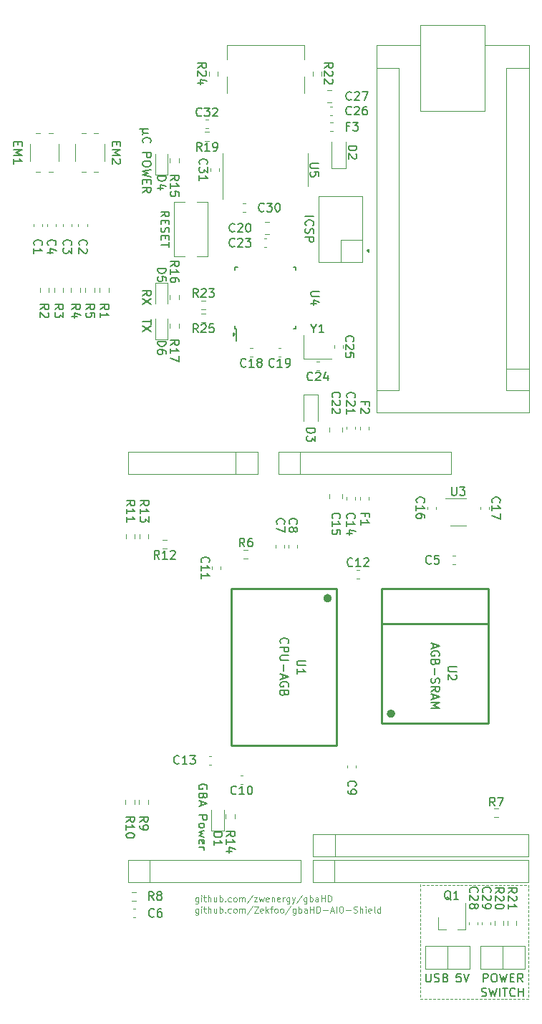
<source format=gbr>
%TF.GenerationSoftware,KiCad,Pcbnew,(5.1.10)-1*%
%TF.CreationDate,2022-01-25T20:19:52-08:00*%
%TF.ProjectId,gbaHD-AIO-Shield,67626148-442d-4414-994f-2d536869656c,rev?*%
%TF.SameCoordinates,Original*%
%TF.FileFunction,Legend,Top*%
%TF.FilePolarity,Positive*%
%FSLAX46Y46*%
G04 Gerber Fmt 4.6, Leading zero omitted, Abs format (unit mm)*
G04 Created by KiCad (PCBNEW (5.1.10)-1) date 2022-01-25 20:19:52*
%MOMM*%
%LPD*%
G01*
G04 APERTURE LIST*
%ADD10C,0.150000*%
%ADD11C,0.112500*%
%ADD12C,0.200000*%
%ADD13C,0.120000*%
%ADD14C,0.100000*%
%ADD15C,0.254000*%
%ADD16C,0.500000*%
%ADD17C,0.350000*%
%ADD18C,1.000000*%
%ADD19C,3.000000*%
%ADD20C,3.200000*%
%ADD21R,1.800000X1.800000*%
%ADD22C,1.800000*%
%ADD23R,1.150000X1.000000*%
%ADD24R,0.800000X1.900000*%
%ADD25O,1.700000X1.700000*%
%ADD26R,1.700000X1.700000*%
%ADD27R,1.560000X0.650000*%
%ADD28R,1.200000X1.800000*%
%ADD29R,0.800000X1.800000*%
%ADD30R,1.600000X0.550000*%
%ADD31R,0.550000X1.600000*%
%ADD32R,1.200000X1.200000*%
%ADD33C,1.600000*%
%ADD34O,4.400000X1.500000*%
%ADD35C,1.500000*%
%ADD36R,0.300000X1.150000*%
%ADD37C,0.650000*%
%ADD38O,1.000000X1.600000*%
%ADD39O,1.000000X2.100000*%
%ADD40R,1.000000X1.000000*%
G04 APERTURE END LIST*
D10*
X24100000Y-117975000D02*
X23950000Y-117825000D01*
X23950000Y-117825000D02*
X23950000Y-118125000D01*
X23950000Y-118125000D02*
X24100000Y-117975000D01*
X39950000Y-108200000D02*
X39950000Y-107900000D01*
X39800000Y-108050000D02*
X39950000Y-108200000D01*
X39950000Y-107900000D02*
X39800000Y-108050000D01*
D11*
X19823125Y-184513095D02*
X19823125Y-185120238D01*
X19787410Y-185191667D01*
X19751696Y-185227381D01*
X19680267Y-185263095D01*
X19573125Y-185263095D01*
X19501696Y-185227381D01*
X19823125Y-184977381D02*
X19751696Y-185013095D01*
X19608839Y-185013095D01*
X19537410Y-184977381D01*
X19501696Y-184941667D01*
X19465982Y-184870238D01*
X19465982Y-184655952D01*
X19501696Y-184584524D01*
X19537410Y-184548810D01*
X19608839Y-184513095D01*
X19751696Y-184513095D01*
X19823125Y-184548810D01*
X20180267Y-185013095D02*
X20180267Y-184513095D01*
X20180267Y-184263095D02*
X20144553Y-184298810D01*
X20180267Y-184334524D01*
X20215982Y-184298810D01*
X20180267Y-184263095D01*
X20180267Y-184334524D01*
X20430267Y-184513095D02*
X20715982Y-184513095D01*
X20537410Y-184263095D02*
X20537410Y-184905952D01*
X20573125Y-184977381D01*
X20644553Y-185013095D01*
X20715982Y-185013095D01*
X20965982Y-185013095D02*
X20965982Y-184263095D01*
X21287410Y-185013095D02*
X21287410Y-184620238D01*
X21251696Y-184548810D01*
X21180267Y-184513095D01*
X21073125Y-184513095D01*
X21001696Y-184548810D01*
X20965982Y-184584524D01*
X21965982Y-184513095D02*
X21965982Y-185013095D01*
X21644553Y-184513095D02*
X21644553Y-184905952D01*
X21680267Y-184977381D01*
X21751696Y-185013095D01*
X21858839Y-185013095D01*
X21930267Y-184977381D01*
X21965982Y-184941667D01*
X22323125Y-185013095D02*
X22323125Y-184263095D01*
X22323125Y-184548810D02*
X22394553Y-184513095D01*
X22537410Y-184513095D01*
X22608839Y-184548810D01*
X22644553Y-184584524D01*
X22680267Y-184655952D01*
X22680267Y-184870238D01*
X22644553Y-184941667D01*
X22608839Y-184977381D01*
X22537410Y-185013095D01*
X22394553Y-185013095D01*
X22323125Y-184977381D01*
X23001696Y-184941667D02*
X23037410Y-184977381D01*
X23001696Y-185013095D01*
X22965982Y-184977381D01*
X23001696Y-184941667D01*
X23001696Y-185013095D01*
X23680267Y-184977381D02*
X23608839Y-185013095D01*
X23465982Y-185013095D01*
X23394553Y-184977381D01*
X23358839Y-184941667D01*
X23323125Y-184870238D01*
X23323125Y-184655952D01*
X23358839Y-184584524D01*
X23394553Y-184548810D01*
X23465982Y-184513095D01*
X23608839Y-184513095D01*
X23680267Y-184548810D01*
X24108839Y-185013095D02*
X24037410Y-184977381D01*
X24001696Y-184941667D01*
X23965982Y-184870238D01*
X23965982Y-184655952D01*
X24001696Y-184584524D01*
X24037410Y-184548810D01*
X24108839Y-184513095D01*
X24215982Y-184513095D01*
X24287410Y-184548810D01*
X24323125Y-184584524D01*
X24358839Y-184655952D01*
X24358839Y-184870238D01*
X24323125Y-184941667D01*
X24287410Y-184977381D01*
X24215982Y-185013095D01*
X24108839Y-185013095D01*
X24680267Y-185013095D02*
X24680267Y-184513095D01*
X24680267Y-184584524D02*
X24715982Y-184548810D01*
X24787410Y-184513095D01*
X24894553Y-184513095D01*
X24965982Y-184548810D01*
X25001696Y-184620238D01*
X25001696Y-185013095D01*
X25001696Y-184620238D02*
X25037410Y-184548810D01*
X25108839Y-184513095D01*
X25215982Y-184513095D01*
X25287410Y-184548810D01*
X25323125Y-184620238D01*
X25323125Y-185013095D01*
X26215982Y-184227381D02*
X25573125Y-185191667D01*
X26394553Y-184513095D02*
X26787410Y-184513095D01*
X26394553Y-185013095D01*
X26787410Y-185013095D01*
X27001696Y-184513095D02*
X27144553Y-185013095D01*
X27287410Y-184655952D01*
X27430267Y-185013095D01*
X27573125Y-184513095D01*
X28144553Y-184977381D02*
X28073125Y-185013095D01*
X27930267Y-185013095D01*
X27858839Y-184977381D01*
X27823125Y-184905952D01*
X27823125Y-184620238D01*
X27858839Y-184548810D01*
X27930267Y-184513095D01*
X28073125Y-184513095D01*
X28144553Y-184548810D01*
X28180267Y-184620238D01*
X28180267Y-184691667D01*
X27823125Y-184763095D01*
X28501696Y-184513095D02*
X28501696Y-185013095D01*
X28501696Y-184584524D02*
X28537410Y-184548810D01*
X28608839Y-184513095D01*
X28715982Y-184513095D01*
X28787410Y-184548810D01*
X28823125Y-184620238D01*
X28823125Y-185013095D01*
X29465982Y-184977381D02*
X29394553Y-185013095D01*
X29251696Y-185013095D01*
X29180267Y-184977381D01*
X29144553Y-184905952D01*
X29144553Y-184620238D01*
X29180267Y-184548810D01*
X29251696Y-184513095D01*
X29394553Y-184513095D01*
X29465982Y-184548810D01*
X29501696Y-184620238D01*
X29501696Y-184691667D01*
X29144553Y-184763095D01*
X29823125Y-185013095D02*
X29823125Y-184513095D01*
X29823125Y-184655952D02*
X29858839Y-184584524D01*
X29894553Y-184548810D01*
X29965982Y-184513095D01*
X30037410Y-184513095D01*
X30608839Y-184513095D02*
X30608839Y-185120238D01*
X30573125Y-185191667D01*
X30537410Y-185227381D01*
X30465982Y-185263095D01*
X30358839Y-185263095D01*
X30287410Y-185227381D01*
X30608839Y-184977381D02*
X30537410Y-185013095D01*
X30394553Y-185013095D01*
X30323125Y-184977381D01*
X30287410Y-184941667D01*
X30251696Y-184870238D01*
X30251696Y-184655952D01*
X30287410Y-184584524D01*
X30323125Y-184548810D01*
X30394553Y-184513095D01*
X30537410Y-184513095D01*
X30608839Y-184548810D01*
X30894553Y-184513095D02*
X31073125Y-185013095D01*
X31251696Y-184513095D02*
X31073125Y-185013095D01*
X31001696Y-185191667D01*
X30965982Y-185227381D01*
X30894553Y-185263095D01*
X32073125Y-184227381D02*
X31430267Y-185191667D01*
X32644553Y-184513095D02*
X32644553Y-185120238D01*
X32608839Y-185191667D01*
X32573125Y-185227381D01*
X32501696Y-185263095D01*
X32394553Y-185263095D01*
X32323125Y-185227381D01*
X32644553Y-184977381D02*
X32573125Y-185013095D01*
X32430267Y-185013095D01*
X32358839Y-184977381D01*
X32323125Y-184941667D01*
X32287410Y-184870238D01*
X32287410Y-184655952D01*
X32323125Y-184584524D01*
X32358839Y-184548810D01*
X32430267Y-184513095D01*
X32573125Y-184513095D01*
X32644553Y-184548810D01*
X33001696Y-185013095D02*
X33001696Y-184263095D01*
X33001696Y-184548810D02*
X33073125Y-184513095D01*
X33215982Y-184513095D01*
X33287410Y-184548810D01*
X33323125Y-184584524D01*
X33358839Y-184655952D01*
X33358839Y-184870238D01*
X33323125Y-184941667D01*
X33287410Y-184977381D01*
X33215982Y-185013095D01*
X33073125Y-185013095D01*
X33001696Y-184977381D01*
X34001696Y-185013095D02*
X34001696Y-184620238D01*
X33965982Y-184548810D01*
X33894553Y-184513095D01*
X33751696Y-184513095D01*
X33680267Y-184548810D01*
X34001696Y-184977381D02*
X33930267Y-185013095D01*
X33751696Y-185013095D01*
X33680267Y-184977381D01*
X33644553Y-184905952D01*
X33644553Y-184834524D01*
X33680267Y-184763095D01*
X33751696Y-184727381D01*
X33930267Y-184727381D01*
X34001696Y-184691667D01*
X34358839Y-185013095D02*
X34358839Y-184263095D01*
X34358839Y-184620238D02*
X34787410Y-184620238D01*
X34787410Y-185013095D02*
X34787410Y-184263095D01*
X35144553Y-185013095D02*
X35144553Y-184263095D01*
X35323125Y-184263095D01*
X35430267Y-184298810D01*
X35501696Y-184370238D01*
X35537410Y-184441667D01*
X35573125Y-184584524D01*
X35573125Y-184691667D01*
X35537410Y-184834524D01*
X35501696Y-184905952D01*
X35430267Y-184977381D01*
X35323125Y-185013095D01*
X35144553Y-185013095D01*
X19823125Y-185838095D02*
X19823125Y-186445238D01*
X19787410Y-186516667D01*
X19751696Y-186552381D01*
X19680267Y-186588095D01*
X19573125Y-186588095D01*
X19501696Y-186552381D01*
X19823125Y-186302381D02*
X19751696Y-186338095D01*
X19608839Y-186338095D01*
X19537410Y-186302381D01*
X19501696Y-186266667D01*
X19465982Y-186195238D01*
X19465982Y-185980952D01*
X19501696Y-185909524D01*
X19537410Y-185873810D01*
X19608839Y-185838095D01*
X19751696Y-185838095D01*
X19823125Y-185873810D01*
X20180267Y-186338095D02*
X20180267Y-185838095D01*
X20180267Y-185588095D02*
X20144553Y-185623810D01*
X20180267Y-185659524D01*
X20215982Y-185623810D01*
X20180267Y-185588095D01*
X20180267Y-185659524D01*
X20430267Y-185838095D02*
X20715982Y-185838095D01*
X20537410Y-185588095D02*
X20537410Y-186230952D01*
X20573125Y-186302381D01*
X20644553Y-186338095D01*
X20715982Y-186338095D01*
X20965982Y-186338095D02*
X20965982Y-185588095D01*
X21287410Y-186338095D02*
X21287410Y-185945238D01*
X21251696Y-185873810D01*
X21180267Y-185838095D01*
X21073125Y-185838095D01*
X21001696Y-185873810D01*
X20965982Y-185909524D01*
X21965982Y-185838095D02*
X21965982Y-186338095D01*
X21644553Y-185838095D02*
X21644553Y-186230952D01*
X21680267Y-186302381D01*
X21751696Y-186338095D01*
X21858839Y-186338095D01*
X21930267Y-186302381D01*
X21965982Y-186266667D01*
X22323125Y-186338095D02*
X22323125Y-185588095D01*
X22323125Y-185873810D02*
X22394553Y-185838095D01*
X22537410Y-185838095D01*
X22608839Y-185873810D01*
X22644553Y-185909524D01*
X22680267Y-185980952D01*
X22680267Y-186195238D01*
X22644553Y-186266667D01*
X22608839Y-186302381D01*
X22537410Y-186338095D01*
X22394553Y-186338095D01*
X22323125Y-186302381D01*
X23001696Y-186266667D02*
X23037410Y-186302381D01*
X23001696Y-186338095D01*
X22965982Y-186302381D01*
X23001696Y-186266667D01*
X23001696Y-186338095D01*
X23680267Y-186302381D02*
X23608839Y-186338095D01*
X23465982Y-186338095D01*
X23394553Y-186302381D01*
X23358839Y-186266667D01*
X23323125Y-186195238D01*
X23323125Y-185980952D01*
X23358839Y-185909524D01*
X23394553Y-185873810D01*
X23465982Y-185838095D01*
X23608839Y-185838095D01*
X23680267Y-185873810D01*
X24108839Y-186338095D02*
X24037410Y-186302381D01*
X24001696Y-186266667D01*
X23965982Y-186195238D01*
X23965982Y-185980952D01*
X24001696Y-185909524D01*
X24037410Y-185873810D01*
X24108839Y-185838095D01*
X24215982Y-185838095D01*
X24287410Y-185873810D01*
X24323125Y-185909524D01*
X24358839Y-185980952D01*
X24358839Y-186195238D01*
X24323125Y-186266667D01*
X24287410Y-186302381D01*
X24215982Y-186338095D01*
X24108839Y-186338095D01*
X24680267Y-186338095D02*
X24680267Y-185838095D01*
X24680267Y-185909524D02*
X24715982Y-185873810D01*
X24787410Y-185838095D01*
X24894553Y-185838095D01*
X24965982Y-185873810D01*
X25001696Y-185945238D01*
X25001696Y-186338095D01*
X25001696Y-185945238D02*
X25037410Y-185873810D01*
X25108839Y-185838095D01*
X25215982Y-185838095D01*
X25287410Y-185873810D01*
X25323125Y-185945238D01*
X25323125Y-186338095D01*
X26215982Y-185552381D02*
X25573125Y-186516667D01*
X26394553Y-185588095D02*
X26894553Y-185588095D01*
X26394553Y-186338095D01*
X26894553Y-186338095D01*
X27465982Y-186302381D02*
X27394553Y-186338095D01*
X27251696Y-186338095D01*
X27180267Y-186302381D01*
X27144553Y-186230952D01*
X27144553Y-185945238D01*
X27180267Y-185873810D01*
X27251696Y-185838095D01*
X27394553Y-185838095D01*
X27465982Y-185873810D01*
X27501696Y-185945238D01*
X27501696Y-186016667D01*
X27144553Y-186088095D01*
X27823125Y-186338095D02*
X27823125Y-185588095D01*
X27894553Y-186052381D02*
X28108839Y-186338095D01*
X28108839Y-185838095D02*
X27823125Y-186123810D01*
X28323125Y-185838095D02*
X28608839Y-185838095D01*
X28430267Y-186338095D02*
X28430267Y-185695238D01*
X28465982Y-185623810D01*
X28537410Y-185588095D01*
X28608839Y-185588095D01*
X28965982Y-186338095D02*
X28894553Y-186302381D01*
X28858839Y-186266667D01*
X28823125Y-186195238D01*
X28823125Y-185980952D01*
X28858839Y-185909524D01*
X28894553Y-185873810D01*
X28965982Y-185838095D01*
X29073125Y-185838095D01*
X29144553Y-185873810D01*
X29180267Y-185909524D01*
X29215982Y-185980952D01*
X29215982Y-186195238D01*
X29180267Y-186266667D01*
X29144553Y-186302381D01*
X29073125Y-186338095D01*
X28965982Y-186338095D01*
X29644553Y-186338095D02*
X29573125Y-186302381D01*
X29537410Y-186266667D01*
X29501696Y-186195238D01*
X29501696Y-185980952D01*
X29537410Y-185909524D01*
X29573125Y-185873810D01*
X29644553Y-185838095D01*
X29751696Y-185838095D01*
X29823125Y-185873810D01*
X29858839Y-185909524D01*
X29894553Y-185980952D01*
X29894553Y-186195238D01*
X29858839Y-186266667D01*
X29823125Y-186302381D01*
X29751696Y-186338095D01*
X29644553Y-186338095D01*
X30751696Y-185552381D02*
X30108839Y-186516667D01*
X31323125Y-185838095D02*
X31323125Y-186445238D01*
X31287410Y-186516667D01*
X31251696Y-186552381D01*
X31180267Y-186588095D01*
X31073125Y-186588095D01*
X31001696Y-186552381D01*
X31323125Y-186302381D02*
X31251696Y-186338095D01*
X31108839Y-186338095D01*
X31037410Y-186302381D01*
X31001696Y-186266667D01*
X30965982Y-186195238D01*
X30965982Y-185980952D01*
X31001696Y-185909524D01*
X31037410Y-185873810D01*
X31108839Y-185838095D01*
X31251696Y-185838095D01*
X31323125Y-185873810D01*
X31680267Y-186338095D02*
X31680267Y-185588095D01*
X31680267Y-185873810D02*
X31751696Y-185838095D01*
X31894553Y-185838095D01*
X31965982Y-185873810D01*
X32001696Y-185909524D01*
X32037410Y-185980952D01*
X32037410Y-186195238D01*
X32001696Y-186266667D01*
X31965982Y-186302381D01*
X31894553Y-186338095D01*
X31751696Y-186338095D01*
X31680267Y-186302381D01*
X32680267Y-186338095D02*
X32680267Y-185945238D01*
X32644553Y-185873810D01*
X32573125Y-185838095D01*
X32430267Y-185838095D01*
X32358839Y-185873810D01*
X32680267Y-186302381D02*
X32608839Y-186338095D01*
X32430267Y-186338095D01*
X32358839Y-186302381D01*
X32323125Y-186230952D01*
X32323125Y-186159524D01*
X32358839Y-186088095D01*
X32430267Y-186052381D01*
X32608839Y-186052381D01*
X32680267Y-186016667D01*
X33037410Y-186338095D02*
X33037410Y-185588095D01*
X33037410Y-185945238D02*
X33465982Y-185945238D01*
X33465982Y-186338095D02*
X33465982Y-185588095D01*
X33823125Y-186338095D02*
X33823125Y-185588095D01*
X34001696Y-185588095D01*
X34108839Y-185623810D01*
X34180267Y-185695238D01*
X34215982Y-185766667D01*
X34251696Y-185909524D01*
X34251696Y-186016667D01*
X34215982Y-186159524D01*
X34180267Y-186230952D01*
X34108839Y-186302381D01*
X34001696Y-186338095D01*
X33823125Y-186338095D01*
X34573125Y-186052381D02*
X35144553Y-186052381D01*
X35465982Y-186123810D02*
X35823125Y-186123810D01*
X35394553Y-186338095D02*
X35644553Y-185588095D01*
X35894553Y-186338095D01*
X36144553Y-186338095D02*
X36144553Y-185588095D01*
X36644553Y-185588095D02*
X36787410Y-185588095D01*
X36858839Y-185623810D01*
X36930267Y-185695238D01*
X36965982Y-185838095D01*
X36965982Y-186088095D01*
X36930267Y-186230952D01*
X36858839Y-186302381D01*
X36787410Y-186338095D01*
X36644553Y-186338095D01*
X36573125Y-186302381D01*
X36501696Y-186230952D01*
X36465982Y-186088095D01*
X36465982Y-185838095D01*
X36501696Y-185695238D01*
X36573125Y-185623810D01*
X36644553Y-185588095D01*
X37287410Y-186052381D02*
X37858839Y-186052381D01*
X38180267Y-186302381D02*
X38287410Y-186338095D01*
X38465982Y-186338095D01*
X38537410Y-186302381D01*
X38573125Y-186266667D01*
X38608839Y-186195238D01*
X38608839Y-186123810D01*
X38573125Y-186052381D01*
X38537410Y-186016667D01*
X38465982Y-185980952D01*
X38323125Y-185945238D01*
X38251696Y-185909524D01*
X38215982Y-185873810D01*
X38180267Y-185802381D01*
X38180267Y-185730952D01*
X38215982Y-185659524D01*
X38251696Y-185623810D01*
X38323125Y-185588095D01*
X38501696Y-185588095D01*
X38608839Y-185623810D01*
X38930267Y-186338095D02*
X38930267Y-185588095D01*
X39251696Y-186338095D02*
X39251696Y-185945238D01*
X39215982Y-185873810D01*
X39144553Y-185838095D01*
X39037410Y-185838095D01*
X38965982Y-185873810D01*
X38930267Y-185909524D01*
X39608839Y-186338095D02*
X39608839Y-185838095D01*
X39608839Y-185588095D02*
X39573125Y-185623810D01*
X39608839Y-185659524D01*
X39644553Y-185623810D01*
X39608839Y-185588095D01*
X39608839Y-185659524D01*
X40251696Y-186302381D02*
X40180267Y-186338095D01*
X40037410Y-186338095D01*
X39965982Y-186302381D01*
X39930267Y-186230952D01*
X39930267Y-185945238D01*
X39965982Y-185873810D01*
X40037410Y-185838095D01*
X40180267Y-185838095D01*
X40251696Y-185873810D01*
X40287410Y-185945238D01*
X40287410Y-186016667D01*
X39930267Y-186088095D01*
X40715982Y-186338095D02*
X40644553Y-186302381D01*
X40608839Y-186230952D01*
X40608839Y-185588095D01*
X41323125Y-186338095D02*
X41323125Y-185588095D01*
X41323125Y-186302381D02*
X41251696Y-186338095D01*
X41108839Y-186338095D01*
X41037410Y-186302381D01*
X41001696Y-186266667D01*
X40965982Y-186195238D01*
X40965982Y-185980952D01*
X41001696Y-185909524D01*
X41037410Y-185873810D01*
X41108839Y-185838095D01*
X41251696Y-185838095D01*
X41323125Y-185873810D01*
D12*
X13889285Y-93684524D02*
X12889285Y-93684524D01*
X13365476Y-94160714D02*
X13270238Y-94208333D01*
X13222619Y-94303571D01*
X13365476Y-93684524D02*
X13270238Y-93732143D01*
X13222619Y-93827381D01*
X13222619Y-94017857D01*
X13270238Y-94113095D01*
X13365476Y-94160714D01*
X13889285Y-94160714D01*
X13317857Y-95303571D02*
X13270238Y-95255952D01*
X13222619Y-95113095D01*
X13222619Y-95017857D01*
X13270238Y-94875000D01*
X13365476Y-94779762D01*
X13460714Y-94732143D01*
X13651190Y-94684524D01*
X13794047Y-94684524D01*
X13984523Y-94732143D01*
X14079761Y-94779762D01*
X14175000Y-94875000D01*
X14222619Y-95017857D01*
X14222619Y-95113095D01*
X14175000Y-95255952D01*
X14127380Y-95303571D01*
X13222619Y-96494048D02*
X14222619Y-96494048D01*
X14222619Y-96875000D01*
X14175000Y-96970238D01*
X14127380Y-97017857D01*
X14032142Y-97065476D01*
X13889285Y-97065476D01*
X13794047Y-97017857D01*
X13746428Y-96970238D01*
X13698809Y-96875000D01*
X13698809Y-96494048D01*
X14222619Y-97684524D02*
X14222619Y-97875000D01*
X14175000Y-97970238D01*
X14079761Y-98065476D01*
X13889285Y-98113095D01*
X13555952Y-98113095D01*
X13365476Y-98065476D01*
X13270238Y-97970238D01*
X13222619Y-97875000D01*
X13222619Y-97684524D01*
X13270238Y-97589286D01*
X13365476Y-97494048D01*
X13555952Y-97446429D01*
X13889285Y-97446429D01*
X14079761Y-97494048D01*
X14175000Y-97589286D01*
X14222619Y-97684524D01*
X14222619Y-98446429D02*
X13222619Y-98684524D01*
X13936904Y-98875000D01*
X13222619Y-99065476D01*
X14222619Y-99303571D01*
X13746428Y-99684524D02*
X13746428Y-100017857D01*
X13222619Y-100160714D02*
X13222619Y-99684524D01*
X14222619Y-99684524D01*
X14222619Y-100160714D01*
X13222619Y-101160714D02*
X13698809Y-100827381D01*
X13222619Y-100589286D02*
X14222619Y-100589286D01*
X14222619Y-100970238D01*
X14175000Y-101065476D01*
X14127380Y-101113095D01*
X14032142Y-101160714D01*
X13889285Y-101160714D01*
X13794047Y-101113095D01*
X13746428Y-101065476D01*
X13698809Y-100970238D01*
X13698809Y-100589286D01*
X14222619Y-116161905D02*
X14222619Y-116733333D01*
X13222619Y-116447619D02*
X14222619Y-116447619D01*
X14222619Y-116971429D02*
X13222619Y-117638095D01*
X14222619Y-117638095D02*
X13222619Y-116971429D01*
X13222619Y-113382143D02*
X13698809Y-113048810D01*
X13222619Y-112810714D02*
X14222619Y-112810714D01*
X14222619Y-113191667D01*
X14175000Y-113286905D01*
X14127380Y-113334524D01*
X14032142Y-113382143D01*
X13889285Y-113382143D01*
X13794047Y-113334524D01*
X13746428Y-113286905D01*
X13698809Y-113191667D01*
X13698809Y-112810714D01*
X14222619Y-113715476D02*
X13222619Y-114382143D01*
X14222619Y-114382143D02*
X13222619Y-113715476D01*
D13*
X58850000Y-183298810D02*
X58850000Y-183048810D01*
X58850000Y-196298810D02*
X58850000Y-196048810D01*
X58600000Y-183048810D02*
X58350000Y-183048810D01*
D12*
X46738095Y-193526190D02*
X46738095Y-194335714D01*
X46785714Y-194430952D01*
X46833333Y-194478571D01*
X46928571Y-194526190D01*
X47119047Y-194526190D01*
X47214285Y-194478571D01*
X47261904Y-194430952D01*
X47309523Y-194335714D01*
X47309523Y-193526190D01*
X47738095Y-194478571D02*
X47880952Y-194526190D01*
X48119047Y-194526190D01*
X48214285Y-194478571D01*
X48261904Y-194430952D01*
X48309523Y-194335714D01*
X48309523Y-194240476D01*
X48261904Y-194145238D01*
X48214285Y-194097619D01*
X48119047Y-194050000D01*
X47928571Y-194002381D01*
X47833333Y-193954762D01*
X47785714Y-193907143D01*
X47738095Y-193811905D01*
X47738095Y-193716667D01*
X47785714Y-193621429D01*
X47833333Y-193573810D01*
X47928571Y-193526190D01*
X48166666Y-193526190D01*
X48309523Y-193573810D01*
X49071428Y-194002381D02*
X49214285Y-194050000D01*
X49261904Y-194097619D01*
X49309523Y-194192857D01*
X49309523Y-194335714D01*
X49261904Y-194430952D01*
X49214285Y-194478571D01*
X49119047Y-194526190D01*
X48738095Y-194526190D01*
X48738095Y-193526190D01*
X49071428Y-193526190D01*
X49166666Y-193573810D01*
X49214285Y-193621429D01*
X49261904Y-193716667D01*
X49261904Y-193811905D01*
X49214285Y-193907143D01*
X49166666Y-193954762D01*
X49071428Y-194002381D01*
X48738095Y-194002381D01*
D13*
X58850000Y-183773810D02*
X58850000Y-183523810D01*
X58850000Y-194798810D02*
X58850000Y-194548810D01*
X58850000Y-195298810D02*
X58850000Y-195048810D01*
X58850000Y-195798810D02*
X58850000Y-195548810D01*
X58850000Y-191798810D02*
X58850000Y-191548810D01*
X58850000Y-188798810D02*
X58850000Y-188548810D01*
X58850000Y-186298810D02*
X58850000Y-186048810D01*
X58850000Y-185798810D02*
X58850000Y-185548810D01*
X58850000Y-187798810D02*
X58850000Y-187548810D01*
X58850000Y-193298810D02*
X58850000Y-193048810D01*
X58850000Y-194298810D02*
X58850000Y-194048810D01*
X58850000Y-191298810D02*
X58850000Y-191048810D01*
X58850000Y-193798810D02*
X58850000Y-193548810D01*
X58850000Y-184798810D02*
X58850000Y-184548810D01*
X58850000Y-188298810D02*
X58850000Y-188048810D01*
X58850000Y-185298810D02*
X58850000Y-185048810D01*
X58850000Y-187298810D02*
X58850000Y-187048810D01*
X58850000Y-186798810D02*
X58850000Y-186548810D01*
X58850000Y-192298810D02*
X58850000Y-192048810D01*
X58850000Y-189798810D02*
X58850000Y-189548810D01*
X58850000Y-190298810D02*
X58850000Y-190048810D01*
X58850000Y-190798810D02*
X58850000Y-190548810D01*
X58850000Y-189298810D02*
X58850000Y-189048810D01*
X58850000Y-192798810D02*
X58850000Y-192548810D01*
X58850000Y-184298810D02*
X58850000Y-184048810D01*
X47600000Y-183048810D02*
X47350000Y-183048810D01*
X47100000Y-183048810D02*
X46850000Y-183048810D01*
X49100000Y-183048810D02*
X48850000Y-183048810D01*
X48600000Y-183048810D02*
X48350000Y-183048810D01*
X46600000Y-183048810D02*
X46350000Y-183048810D01*
X48100000Y-183048810D02*
X47850000Y-183048810D01*
X50600000Y-183048810D02*
X50350000Y-183048810D01*
X51100000Y-183048810D02*
X50850000Y-183048810D01*
X50100000Y-183048810D02*
X49850000Y-183048810D01*
X49600000Y-183048810D02*
X49350000Y-183048810D01*
X58100000Y-183048810D02*
X57850000Y-183048810D01*
X51600000Y-183048810D02*
X51350000Y-183048810D01*
X53100000Y-183048810D02*
X52850000Y-183048810D01*
X52100000Y-183048810D02*
X51850000Y-183048810D01*
X52600000Y-183048810D02*
X52350000Y-183048810D01*
X57100000Y-183048810D02*
X56850000Y-183048810D01*
X53600000Y-183048810D02*
X53350000Y-183048810D01*
X54100000Y-183048810D02*
X53850000Y-183048810D01*
X55100000Y-183048810D02*
X54850000Y-183048810D01*
X55600000Y-183048810D02*
X55350000Y-183048810D01*
X56100000Y-183048810D02*
X55850000Y-183048810D01*
X57600000Y-183048810D02*
X57350000Y-183048810D01*
X54600000Y-183048810D02*
X54350000Y-183048810D01*
X56600000Y-183048810D02*
X56350000Y-183048810D01*
X46100000Y-183273810D02*
X46100000Y-183023810D01*
X46100000Y-183773810D02*
X46100000Y-183523810D01*
X46100000Y-186298810D02*
X46100000Y-186048810D01*
X46100000Y-184798810D02*
X46100000Y-184548810D01*
X46100000Y-185298810D02*
X46100000Y-185048810D01*
X46100000Y-185798810D02*
X46100000Y-185548810D01*
X46100000Y-184298810D02*
X46100000Y-184048810D01*
X46100000Y-188798810D02*
X46100000Y-188548810D01*
X46100000Y-187298810D02*
X46100000Y-187048810D01*
X46100000Y-187798810D02*
X46100000Y-187548810D01*
X46100000Y-188298810D02*
X46100000Y-188048810D01*
X46100000Y-186798810D02*
X46100000Y-186548810D01*
X46100000Y-191298810D02*
X46100000Y-191048810D01*
X46100000Y-189798810D02*
X46100000Y-189548810D01*
X46100000Y-190298810D02*
X46100000Y-190048810D01*
X46100000Y-190798810D02*
X46100000Y-190548810D01*
X46100000Y-189298810D02*
X46100000Y-189048810D01*
X46100000Y-193798810D02*
X46100000Y-193548810D01*
X46100000Y-192298810D02*
X46100000Y-192048810D01*
X46100000Y-192798810D02*
X46100000Y-192548810D01*
X46100000Y-193298810D02*
X46100000Y-193048810D01*
X46100000Y-191798810D02*
X46100000Y-191548810D01*
X46100000Y-194298810D02*
X46100000Y-194048810D01*
X46100000Y-194798810D02*
X46100000Y-194548810D01*
X46100000Y-195298810D02*
X46100000Y-195048810D01*
X46100000Y-195798810D02*
X46100000Y-195548810D01*
X46350000Y-196548810D02*
X46100000Y-196548810D01*
X46850000Y-196548810D02*
X46600000Y-196548810D01*
X47350000Y-196548810D02*
X47100000Y-196548810D01*
X47850000Y-196548810D02*
X47600000Y-196548810D01*
X48350000Y-196548810D02*
X48100000Y-196548810D01*
X48850000Y-196548810D02*
X48600000Y-196548810D01*
X49350000Y-196548810D02*
X49100000Y-196548810D01*
X49850000Y-196548810D02*
X49600000Y-196548810D01*
X50350000Y-196548810D02*
X50100000Y-196548810D01*
X50850000Y-196548810D02*
X50600000Y-196548810D01*
X51350000Y-196548810D02*
X51100000Y-196548810D01*
X51850000Y-196548810D02*
X51600000Y-196548810D01*
X52350000Y-196548810D02*
X52100000Y-196548810D01*
X52850000Y-196548810D02*
X52600000Y-196548810D01*
X53350000Y-196548810D02*
X53100000Y-196548810D01*
X53850000Y-196548810D02*
X53600000Y-196548810D01*
X54350000Y-196548810D02*
X54100000Y-196548810D01*
X54850000Y-196548810D02*
X54600000Y-196548810D01*
X55350000Y-196548810D02*
X55100000Y-196548810D01*
X55850000Y-196548810D02*
X55600000Y-196548810D01*
X56350000Y-196548810D02*
X56100000Y-196548810D01*
X56850000Y-196548810D02*
X56600000Y-196548810D01*
X57350000Y-196548810D02*
X57100000Y-196548810D01*
X57850000Y-196548810D02*
X57600000Y-196548810D01*
X58350000Y-196548810D02*
X58100000Y-196548810D01*
X46100000Y-196298810D02*
X46100000Y-196048810D01*
X58850000Y-196548810D02*
X58600000Y-196548810D01*
D12*
X20825000Y-171711905D02*
X20872619Y-171616667D01*
X20872619Y-171473810D01*
X20825000Y-171330952D01*
X20729761Y-171235714D01*
X20634523Y-171188095D01*
X20444047Y-171140476D01*
X20301190Y-171140476D01*
X20110714Y-171188095D01*
X20015476Y-171235714D01*
X19920238Y-171330952D01*
X19872619Y-171473810D01*
X19872619Y-171569048D01*
X19920238Y-171711905D01*
X19967857Y-171759524D01*
X20301190Y-171759524D01*
X20301190Y-171569048D01*
X20396428Y-172521429D02*
X20348809Y-172664286D01*
X20301190Y-172711905D01*
X20205952Y-172759524D01*
X20063095Y-172759524D01*
X19967857Y-172711905D01*
X19920238Y-172664286D01*
X19872619Y-172569048D01*
X19872619Y-172188095D01*
X20872619Y-172188095D01*
X20872619Y-172521429D01*
X20825000Y-172616667D01*
X20777380Y-172664286D01*
X20682142Y-172711905D01*
X20586904Y-172711905D01*
X20491666Y-172664286D01*
X20444047Y-172616667D01*
X20396428Y-172521429D01*
X20396428Y-172188095D01*
X20158333Y-173140476D02*
X20158333Y-173616667D01*
X19872619Y-173045238D02*
X20872619Y-173378571D01*
X19872619Y-173711905D01*
X19872619Y-174807143D02*
X20872619Y-174807143D01*
X20872619Y-175188095D01*
X20825000Y-175283333D01*
X20777380Y-175330952D01*
X20682142Y-175378571D01*
X20539285Y-175378571D01*
X20444047Y-175330952D01*
X20396428Y-175283333D01*
X20348809Y-175188095D01*
X20348809Y-174807143D01*
X19872619Y-175950000D02*
X19920238Y-175854762D01*
X19967857Y-175807143D01*
X20063095Y-175759524D01*
X20348809Y-175759524D01*
X20444047Y-175807143D01*
X20491666Y-175854762D01*
X20539285Y-175950000D01*
X20539285Y-176092857D01*
X20491666Y-176188095D01*
X20444047Y-176235714D01*
X20348809Y-176283333D01*
X20063095Y-176283333D01*
X19967857Y-176235714D01*
X19920238Y-176188095D01*
X19872619Y-176092857D01*
X19872619Y-175950000D01*
X20539285Y-176616667D02*
X19872619Y-176807143D01*
X20348809Y-176997619D01*
X19872619Y-177188095D01*
X20539285Y-177378571D01*
X19920238Y-178140476D02*
X19872619Y-178045238D01*
X19872619Y-177854762D01*
X19920238Y-177759524D01*
X20015476Y-177711905D01*
X20396428Y-177711905D01*
X20491666Y-177759524D01*
X20539285Y-177854762D01*
X20539285Y-178045238D01*
X20491666Y-178140476D01*
X20396428Y-178188095D01*
X20301190Y-178188095D01*
X20205952Y-177711905D01*
X19872619Y-178616667D02*
X20539285Y-178616667D01*
X20348809Y-178616667D02*
X20444047Y-178664286D01*
X20491666Y-178711905D01*
X20539285Y-178807143D01*
X20539285Y-178902381D01*
X53515476Y-194526190D02*
X53515476Y-193526190D01*
X53896428Y-193526190D01*
X53991666Y-193573810D01*
X54039285Y-193621429D01*
X54086904Y-193716667D01*
X54086904Y-193859524D01*
X54039285Y-193954762D01*
X53991666Y-194002381D01*
X53896428Y-194050000D01*
X53515476Y-194050000D01*
X54705952Y-193526190D02*
X54896428Y-193526190D01*
X54991666Y-193573810D01*
X55086904Y-193669048D01*
X55134523Y-193859524D01*
X55134523Y-194192857D01*
X55086904Y-194383333D01*
X54991666Y-194478571D01*
X54896428Y-194526190D01*
X54705952Y-194526190D01*
X54610714Y-194478571D01*
X54515476Y-194383333D01*
X54467857Y-194192857D01*
X54467857Y-193859524D01*
X54515476Y-193669048D01*
X54610714Y-193573810D01*
X54705952Y-193526190D01*
X55467857Y-193526190D02*
X55705952Y-194526190D01*
X55896428Y-193811905D01*
X56086904Y-194526190D01*
X56325000Y-193526190D01*
X56705952Y-194002381D02*
X57039285Y-194002381D01*
X57182142Y-194526190D02*
X56705952Y-194526190D01*
X56705952Y-193526190D01*
X57182142Y-193526190D01*
X58182142Y-194526190D02*
X57848809Y-194050000D01*
X57610714Y-194526190D02*
X57610714Y-193526190D01*
X57991666Y-193526190D01*
X58086904Y-193573810D01*
X58134523Y-193621429D01*
X58182142Y-193716667D01*
X58182142Y-193859524D01*
X58134523Y-193954762D01*
X58086904Y-194002381D01*
X57991666Y-194050000D01*
X57610714Y-194050000D01*
X53325000Y-196178571D02*
X53467857Y-196226190D01*
X53705952Y-196226190D01*
X53801190Y-196178571D01*
X53848809Y-196130952D01*
X53896428Y-196035714D01*
X53896428Y-195940476D01*
X53848809Y-195845238D01*
X53801190Y-195797619D01*
X53705952Y-195750000D01*
X53515476Y-195702381D01*
X53420238Y-195654762D01*
X53372619Y-195607143D01*
X53325000Y-195511905D01*
X53325000Y-195416667D01*
X53372619Y-195321429D01*
X53420238Y-195273810D01*
X53515476Y-195226190D01*
X53753571Y-195226190D01*
X53896428Y-195273810D01*
X54229761Y-195226190D02*
X54467857Y-196226190D01*
X54658333Y-195511905D01*
X54848809Y-196226190D01*
X55086904Y-195226190D01*
X55467857Y-196226190D02*
X55467857Y-195226190D01*
X55801190Y-195226190D02*
X56372619Y-195226190D01*
X56086904Y-196226190D02*
X56086904Y-195226190D01*
X57277380Y-196130952D02*
X57229761Y-196178571D01*
X57086904Y-196226190D01*
X56991666Y-196226190D01*
X56848809Y-196178571D01*
X56753571Y-196083333D01*
X56705952Y-195988095D01*
X56658333Y-195797619D01*
X56658333Y-195654762D01*
X56705952Y-195464286D01*
X56753571Y-195369048D01*
X56848809Y-195273810D01*
X56991666Y-195226190D01*
X57086904Y-195226190D01*
X57229761Y-195273810D01*
X57277380Y-195321429D01*
X57705952Y-196226190D02*
X57705952Y-195226190D01*
X57705952Y-195702381D02*
X58277380Y-195702381D01*
X58277380Y-196226190D02*
X58277380Y-195226190D01*
X50859523Y-193526190D02*
X50383333Y-193526190D01*
X50335714Y-194002381D01*
X50383333Y-193954762D01*
X50478571Y-193907143D01*
X50716666Y-193907143D01*
X50811904Y-193954762D01*
X50859523Y-194002381D01*
X50907142Y-194097619D01*
X50907142Y-194335714D01*
X50859523Y-194430952D01*
X50811904Y-194478571D01*
X50716666Y-194526190D01*
X50478571Y-194526190D01*
X50383333Y-194478571D01*
X50335714Y-194430952D01*
X51192857Y-193526190D02*
X51526190Y-194526190D01*
X51859523Y-193526190D01*
D13*
%TO.C,A1*%
X40881000Y-83783810D02*
X46051000Y-83783810D01*
X56251000Y-122013810D02*
X56251000Y-124553810D01*
X56251000Y-124553810D02*
X58921000Y-124553810D01*
X58921000Y-122013810D02*
X58921000Y-83783810D01*
X58921000Y-127223810D02*
X58921000Y-122013810D01*
X43551000Y-124553810D02*
X40881000Y-124553810D01*
X43551000Y-124553810D02*
X43551000Y-86453810D01*
X43551000Y-86453810D02*
X40881000Y-86453810D01*
X56251000Y-122013810D02*
X58921000Y-122013810D01*
X56251000Y-122013810D02*
X56251000Y-86453810D01*
X56251000Y-86453810D02*
X58921000Y-86453810D01*
D14*
X53711000Y-91533810D02*
X46091000Y-91533810D01*
X46091000Y-91533810D02*
X46091000Y-81373810D01*
X46091000Y-81373810D02*
X53711000Y-81373810D01*
X53711000Y-81373810D02*
X53711000Y-91533810D01*
D13*
X58921000Y-83783810D02*
X53721000Y-83783810D01*
X40881000Y-83783810D02*
X40881000Y-127223810D01*
X40881000Y-127223810D02*
X58921000Y-127223810D01*
%TO.C,Y1*%
X32300000Y-118013810D02*
X32300000Y-120813810D01*
X32300000Y-120813810D02*
X35600000Y-120813810D01*
%TO.C,U5*%
X22690000Y-98488810D02*
X22690000Y-101938810D01*
X22690000Y-98488810D02*
X22690000Y-96538810D01*
X32810000Y-98488810D02*
X32810000Y-100438810D01*
X32810000Y-98488810D02*
X32810000Y-96538810D01*
%TO.C,C29*%
X54384000Y-187721577D02*
X54384000Y-187429043D01*
X53364000Y-187721577D02*
X53364000Y-187429043D01*
%TO.C,R21*%
X57444500Y-187830034D02*
X57444500Y-187320586D01*
X56399500Y-187830034D02*
X56399500Y-187320586D01*
%TO.C,R20*%
X54875499Y-187320586D02*
X54875499Y-187830034D01*
X55920499Y-187320586D02*
X55920499Y-187830034D01*
%TO.C,C28*%
X52860000Y-187721577D02*
X52860000Y-187429043D01*
X51840000Y-187721577D02*
X51840000Y-187429043D01*
%TO.C,Q1*%
X48205000Y-188308810D02*
X49135000Y-188308810D01*
X51365000Y-188308810D02*
X50435000Y-188308810D01*
X51365000Y-188308810D02*
X51365000Y-185148810D01*
X48205000Y-188308810D02*
X48205000Y-186848810D01*
%TO.C,J2*%
X39230000Y-109368810D02*
X36630000Y-109368810D01*
X39230000Y-106768810D02*
X39230000Y-109368810D01*
X36630000Y-109368810D02*
X34030000Y-109368810D01*
X36630000Y-106768810D02*
X36630000Y-109368810D01*
X39230000Y-106768810D02*
X36630000Y-106768810D01*
X34030000Y-109368810D02*
X34030000Y-101628810D01*
X39230000Y-106768810D02*
X39230000Y-101628810D01*
X39230000Y-101628810D02*
X34030000Y-101628810D01*
%TO.C,S1*%
X24255000Y-131833810D02*
X26855000Y-131833810D01*
X26855000Y-134493810D02*
X24255000Y-134493810D01*
X31875000Y-131833810D02*
X29275000Y-131833810D01*
X31875000Y-134493810D02*
X29275000Y-134493810D01*
X14095000Y-180093810D02*
X11495000Y-180093810D01*
X14095000Y-182753810D02*
X11495000Y-182753810D01*
X35971000Y-177053810D02*
X33371000Y-177053810D01*
X35931000Y-180093810D02*
X33331000Y-180093810D01*
X35971000Y-179713810D02*
X33371000Y-179713810D01*
X35971000Y-177053810D02*
X58891000Y-177053810D01*
X58891000Y-179713810D02*
X58891000Y-177053810D01*
X33371000Y-179713810D02*
X33371000Y-177053810D01*
X35971000Y-179713810D02*
X35971000Y-177053810D01*
X35971000Y-179713810D02*
X58891000Y-179713810D01*
X11495000Y-180093810D02*
X11495000Y-182753810D01*
X14095000Y-180093810D02*
X14095000Y-182753810D01*
X14095000Y-180093810D02*
X31935000Y-180093810D01*
X31935000Y-180093810D02*
X31935000Y-182753810D01*
X14095000Y-182753810D02*
X31935000Y-182753810D01*
X26855000Y-134493810D02*
X26855000Y-131833810D01*
X11495000Y-134493810D02*
X11495000Y-131833810D01*
X24255000Y-134493810D02*
X24255000Y-131833810D01*
X24255000Y-131833810D02*
X11495000Y-131833810D01*
X24255000Y-134493810D02*
X11495000Y-134493810D01*
X31875000Y-131833810D02*
X31875000Y-134493810D01*
X31875000Y-131833810D02*
X49715000Y-131833810D01*
X49715000Y-131833810D02*
X49715000Y-134493810D01*
X31875000Y-134493810D02*
X49715000Y-134493810D01*
X29275000Y-131833810D02*
X29275000Y-134493810D01*
X35931000Y-182753810D02*
X33331000Y-182753810D01*
X35931000Y-182753810D02*
X35931000Y-180093810D01*
X35931000Y-180093810D02*
X58851000Y-180093810D01*
X35931000Y-182753810D02*
X58851000Y-182753810D01*
X33331000Y-182753810D02*
X33331000Y-180093810D01*
X58851000Y-182753810D02*
X58851000Y-180093810D01*
%TO.C,U3*%
X51450000Y-137338810D02*
X49000000Y-137338810D01*
X49650000Y-140558810D02*
X51450000Y-140558810D01*
%TO.C,TP1*%
X46701000Y-192953810D02*
X46701000Y-190293810D01*
X49301000Y-192953810D02*
X46701000Y-192953810D01*
X49301000Y-192953810D02*
X49301000Y-190293810D01*
X51901000Y-192953810D02*
X51901000Y-190293810D01*
X49301000Y-190293810D02*
X51901000Y-190293810D01*
X49301000Y-192953810D02*
X51901000Y-192953810D01*
X49301000Y-190293810D02*
X46701000Y-190293810D01*
%TO.C,SW2*%
X53201000Y-192953810D02*
X53201000Y-190293810D01*
X55801000Y-192953810D02*
X53201000Y-192953810D01*
X55801000Y-192953810D02*
X55801000Y-190293810D01*
X58401000Y-192953810D02*
X58401000Y-190293810D01*
X55801000Y-190293810D02*
X58401000Y-190293810D01*
X55801000Y-192953810D02*
X58401000Y-192953810D01*
X55801000Y-190293810D02*
X53201000Y-190293810D01*
%TO.C,EM2*%
X7500000Y-94173810D02*
X8000000Y-94173810D01*
X6000000Y-94173810D02*
X6500000Y-94173810D01*
X7500000Y-98773810D02*
X8000000Y-98773810D01*
X6000000Y-98773810D02*
X6500000Y-98773810D01*
X5300000Y-97473810D02*
X5300000Y-95473810D01*
X8700000Y-97473810D02*
X8700000Y-95473810D01*
D10*
%TO.C,U4*%
X24350000Y-117263810D02*
X24350000Y-118688810D01*
X24125000Y-110013810D02*
X24125000Y-110338810D01*
X31375000Y-110013810D02*
X31375000Y-110338810D01*
X31375000Y-117263810D02*
X31375000Y-116938810D01*
X24125000Y-117263810D02*
X24125000Y-116938810D01*
X31375000Y-117263810D02*
X31050000Y-117263810D01*
X31375000Y-110013810D02*
X31050000Y-110013810D01*
X24125000Y-110013810D02*
X24450000Y-110013810D01*
X24125000Y-117263810D02*
X24350000Y-117263810D01*
D15*
%TO.C,U2*%
X41500000Y-152198810D02*
X54100000Y-152198810D01*
X41500000Y-147998810D02*
X41500000Y-163898810D01*
X54100000Y-147998810D02*
X41500000Y-147998810D01*
X54100000Y-163898810D02*
X54100000Y-147998810D01*
X41500000Y-163898810D02*
X54100000Y-163898810D01*
D16*
X42850000Y-162798810D02*
G75*
G03*
X42850000Y-162798810I-250000J0D01*
G01*
D15*
%TO.C,U1*%
X23700000Y-148048810D02*
X23700000Y-166548810D01*
X23700000Y-166548810D02*
X36200000Y-166548810D01*
X36200000Y-166548810D02*
X36200000Y-148048810D01*
X36200000Y-148048810D02*
X23700000Y-148048810D01*
D16*
X35350000Y-149148810D02*
G75*
G03*
X35350000Y-149148810I-250000J0D01*
G01*
D13*
%TO.C,SW1*%
X16912500Y-102303810D02*
X16912500Y-108703810D01*
X18212500Y-102303810D02*
X16912500Y-102303810D01*
X20912500Y-102303810D02*
X19612500Y-102303810D01*
X20912500Y-108703810D02*
X20912500Y-102303810D01*
X19612500Y-108703810D02*
X20912500Y-108703810D01*
X16912500Y-108703810D02*
X18212500Y-108703810D01*
%TO.C,R25*%
X20679724Y-115476310D02*
X20170276Y-115476310D01*
X20679724Y-116521310D02*
X20170276Y-116521310D01*
%TO.C,R24*%
X22122500Y-87353534D02*
X22122500Y-86844086D01*
X21077500Y-87353534D02*
X21077500Y-86844086D01*
%TO.C,R23*%
X20170276Y-114996310D02*
X20679724Y-114996310D01*
X20170276Y-113951310D02*
X20679724Y-113951310D01*
%TO.C,R22*%
X33377500Y-86844086D02*
X33377500Y-87353534D01*
X34422500Y-86844086D02*
X34422500Y-87353534D01*
%TO.C,R19*%
X21104724Y-94026310D02*
X20595276Y-94026310D01*
X21104724Y-95071310D02*
X20595276Y-95071310D01*
%TO.C,R17*%
X17497500Y-117178534D02*
X17497500Y-116669086D01*
X16452500Y-117178534D02*
X16452500Y-116669086D01*
%TO.C,R16*%
X16452500Y-113294086D02*
X16452500Y-113803534D01*
X17497500Y-113294086D02*
X17497500Y-113803534D01*
%TO.C,R15*%
X16452500Y-97678534D02*
X16452500Y-97169086D01*
X17497500Y-97678534D02*
X17497500Y-97169086D01*
%TO.C,R14*%
X24122500Y-175228534D02*
X24122500Y-174719086D01*
X23077500Y-175228534D02*
X23077500Y-174719086D01*
%TO.C,R13*%
X13922500Y-142103534D02*
X13922500Y-141594086D01*
X12877500Y-142103534D02*
X12877500Y-141594086D01*
%TO.C,R12*%
X16104724Y-142251310D02*
X15595276Y-142251310D01*
X16104724Y-143296310D02*
X15595276Y-143296310D01*
%TO.C,R11*%
X12297500Y-142103534D02*
X12297500Y-141594086D01*
X11252500Y-142103534D02*
X11252500Y-141594086D01*
%TO.C,R10*%
X11202500Y-173019086D02*
X11202500Y-173528534D01*
X12247500Y-173019086D02*
X12247500Y-173528534D01*
%TO.C,R9*%
X12827500Y-173019086D02*
X12827500Y-173528534D01*
X13872500Y-173019086D02*
X13872500Y-173528534D01*
%TO.C,R8*%
X11970276Y-184921310D02*
X12479724Y-184921310D01*
X11970276Y-183876310D02*
X12479724Y-183876310D01*
%TO.C,R7*%
X55304724Y-175021310D02*
X54795276Y-175021310D01*
X55304724Y-173976310D02*
X54795276Y-173976310D01*
%TO.C,R6*%
X25704724Y-143426310D02*
X25195276Y-143426310D01*
X25704724Y-144471310D02*
X25195276Y-144471310D01*
%TO.C,R5*%
X7522500Y-112958534D02*
X7522500Y-112449086D01*
X6477500Y-112958534D02*
X6477500Y-112449086D01*
%TO.C,R4*%
X5822500Y-112958534D02*
X5822500Y-112449086D01*
X4777500Y-112958534D02*
X4777500Y-112449086D01*
%TO.C,R3*%
X3822500Y-112958534D02*
X3822500Y-112449086D01*
X2777500Y-112958534D02*
X2777500Y-112449086D01*
%TO.C,R2*%
X2122500Y-112958534D02*
X2122500Y-112449086D01*
X1077500Y-112958534D02*
X1077500Y-112449086D01*
%TO.C,R1*%
X9222500Y-112958534D02*
X9222500Y-112449086D01*
X8177500Y-112958534D02*
X8177500Y-112449086D01*
%TO.C,J1*%
X23170000Y-83763810D02*
X32330000Y-83763810D01*
X32330000Y-83763810D02*
X32330000Y-85468810D01*
X23170000Y-85468810D02*
X23170000Y-83763810D01*
X23170000Y-87478810D02*
X23170000Y-89398810D01*
X32330000Y-89398810D02*
X32330000Y-87478810D01*
%TO.C,F3*%
X35721267Y-92913810D02*
X35378733Y-92913810D01*
X35721267Y-93933810D02*
X35378733Y-93933810D01*
%TO.C,F2*%
X39985000Y-129195077D02*
X39985000Y-128852543D01*
X38965000Y-129195077D02*
X38965000Y-128852543D01*
%TO.C,F1*%
X38965000Y-137177543D02*
X38965000Y-137520077D01*
X39985000Y-137177543D02*
X39985000Y-137520077D01*
%TO.C,EM1*%
X2100000Y-94173810D02*
X2600000Y-94173810D01*
X600000Y-94173810D02*
X1100000Y-94173810D01*
X2100000Y-98773810D02*
X2600000Y-98773810D01*
X600000Y-98773810D02*
X1100000Y-98773810D01*
X-100000Y-97473810D02*
X-100000Y-95473810D01*
X3300000Y-97473810D02*
X3300000Y-95473810D01*
%TO.C,D3*%
X33950000Y-125073810D02*
X33950000Y-128223810D01*
X32250000Y-125073810D02*
X32250000Y-128223810D01*
X33950000Y-125073810D02*
X32250000Y-125073810D01*
%TO.C,D2*%
X35575000Y-98298810D02*
X35575000Y-95148810D01*
X37275000Y-98298810D02*
X37275000Y-95148810D01*
X35575000Y-98298810D02*
X37275000Y-98298810D01*
%TO.C,D6*%
X16185000Y-118583810D02*
X16185000Y-116123810D01*
X14715000Y-118583810D02*
X16185000Y-118583810D01*
X14715000Y-116123810D02*
X14715000Y-118583810D01*
%TO.C,D5*%
X14715000Y-111888810D02*
X14715000Y-114348810D01*
X16185000Y-111888810D02*
X14715000Y-111888810D01*
X16185000Y-114348810D02*
X16185000Y-111888810D01*
%TO.C,D4*%
X14715000Y-96598810D02*
X14715000Y-99058810D01*
X14715000Y-99058810D02*
X16185000Y-99058810D01*
X16185000Y-99058810D02*
X16185000Y-96598810D01*
%TO.C,D1*%
X22835000Y-176633810D02*
X22835000Y-174173810D01*
X21365000Y-176633810D02*
X22835000Y-176633810D01*
X21365000Y-174173810D02*
X21365000Y-176633810D01*
%TO.C,C32*%
X20703733Y-93608810D02*
X20996267Y-93608810D01*
X20703733Y-92588810D02*
X20996267Y-92588810D01*
%TO.C,C31*%
X22260000Y-98635077D02*
X22260000Y-98342543D01*
X21240000Y-98635077D02*
X21240000Y-98342543D01*
%TO.C,C30*%
X25078733Y-103498810D02*
X25371267Y-103498810D01*
X25078733Y-102478810D02*
X25371267Y-102478810D01*
%TO.C,C27*%
X35063748Y-90533810D02*
X35586252Y-90533810D01*
X35063748Y-89063810D02*
X35586252Y-89063810D01*
%TO.C,C26*%
X35403733Y-92058810D02*
X35696267Y-92058810D01*
X35403733Y-91038810D02*
X35696267Y-91038810D01*
%TO.C,C22*%
X36810000Y-129510062D02*
X36810000Y-128987558D01*
X35340000Y-129510062D02*
X35340000Y-128987558D01*
%TO.C,C21*%
X38335001Y-129170077D02*
X38335001Y-128877543D01*
X37315001Y-129170077D02*
X37315001Y-128877543D01*
%TO.C,C25*%
X36910000Y-119560077D02*
X36910000Y-119267543D01*
X35890000Y-119560077D02*
X35890000Y-119267543D01*
%TO.C,C24*%
X34096267Y-121178810D02*
X33803733Y-121178810D01*
X34096267Y-122198810D02*
X33803733Y-122198810D01*
%TO.C,C23*%
X27603733Y-107658810D02*
X27896267Y-107658810D01*
X27603733Y-106638810D02*
X27896267Y-106638810D01*
%TO.C,C17*%
X53190000Y-138327543D02*
X53190000Y-138620077D01*
X54210000Y-138327543D02*
X54210000Y-138620077D01*
%TO.C,C16*%
X46890000Y-138327543D02*
X46890000Y-138620077D01*
X47910000Y-138327543D02*
X47910000Y-138620077D01*
%TO.C,C15*%
X35340000Y-136862558D02*
X35340000Y-137385062D01*
X36810000Y-136862558D02*
X36810000Y-137385062D01*
%TO.C,C14*%
X37315000Y-137202543D02*
X37315000Y-137495077D01*
X38335000Y-137202543D02*
X38335000Y-137495077D01*
%TO.C,C20*%
X27713748Y-106133810D02*
X28236252Y-106133810D01*
X27713748Y-104663810D02*
X28236252Y-104663810D01*
%TO.C,C19*%
X29278733Y-120598810D02*
X29571267Y-120598810D01*
X29278733Y-119578810D02*
X29571267Y-119578810D01*
%TO.C,C18*%
X25928733Y-120598810D02*
X26221267Y-120598810D01*
X25928733Y-119578810D02*
X26221267Y-119578810D01*
%TO.C,C13*%
X21053733Y-168808810D02*
X21346267Y-168808810D01*
X21053733Y-167788810D02*
X21346267Y-167788810D01*
%TO.C,C12*%
X38553733Y-146808810D02*
X38846267Y-146808810D01*
X38553733Y-145788810D02*
X38846267Y-145788810D01*
%TO.C,C11*%
X22460000Y-145695077D02*
X22460000Y-145402543D01*
X21440000Y-145695077D02*
X21440000Y-145402543D01*
%TO.C,C10*%
X25096267Y-170138810D02*
X24803733Y-170138810D01*
X25096267Y-171158810D02*
X24803733Y-171158810D01*
%TO.C,C9*%
X37440000Y-168902543D02*
X37440000Y-169195077D01*
X38460000Y-168902543D02*
X38460000Y-169195077D01*
%TO.C,C8*%
X31510000Y-143170077D02*
X31510000Y-142877543D01*
X30490000Y-143170077D02*
X30490000Y-142877543D01*
%TO.C,C7*%
X30010000Y-143170077D02*
X30010000Y-142877543D01*
X28990000Y-143170077D02*
X28990000Y-142877543D01*
%TO.C,C6*%
X12078733Y-186908810D02*
X12371267Y-186908810D01*
X12078733Y-185888810D02*
X12371267Y-185888810D01*
%TO.C,C5*%
X49903733Y-145158810D02*
X50196267Y-145158810D01*
X49903733Y-144138810D02*
X50196267Y-144138810D01*
%TO.C,C4*%
X2960000Y-105195077D02*
X2960000Y-104902543D01*
X1940000Y-105195077D02*
X1940000Y-104902543D01*
%TO.C,C3*%
X4810000Y-105195077D02*
X4810000Y-104902543D01*
X3790000Y-105195077D02*
X3790000Y-104902543D01*
%TO.C,C2*%
X6660000Y-105195077D02*
X6660000Y-104902543D01*
X5640000Y-105195077D02*
X5640000Y-104902543D01*
%TO.C,C1*%
X1335000Y-105195077D02*
X1335000Y-104902543D01*
X315000Y-105195077D02*
X315000Y-104902543D01*
%TO.C,Y1*%
D10*
X33473809Y-117268680D02*
X33473809Y-117744870D01*
X33140476Y-116744870D02*
X33473809Y-117268680D01*
X33807142Y-116744870D01*
X34664285Y-117744870D02*
X34092857Y-117744870D01*
X34378571Y-117744870D02*
X34378571Y-116744870D01*
X34283333Y-116887728D01*
X34188095Y-116982966D01*
X34092857Y-117030585D01*
%TO.C,U5*%
X34047619Y-97726905D02*
X33238095Y-97726905D01*
X33142857Y-97774524D01*
X33095238Y-97822143D01*
X33047619Y-97917381D01*
X33047619Y-98107857D01*
X33095238Y-98203095D01*
X33142857Y-98250714D01*
X33238095Y-98298333D01*
X34047619Y-98298333D01*
X34047619Y-99250714D02*
X34047619Y-98774524D01*
X33571428Y-98726905D01*
X33619047Y-98774524D01*
X33666666Y-98869762D01*
X33666666Y-99107857D01*
X33619047Y-99203095D01*
X33571428Y-99250714D01*
X33476190Y-99298333D01*
X33238095Y-99298333D01*
X33142857Y-99250714D01*
X33095238Y-99203095D01*
X33047619Y-99107857D01*
X33047619Y-98869762D01*
X33095238Y-98774524D01*
X33142857Y-98726905D01*
%TO.C,C29*%
X53516857Y-183930952D02*
X53469238Y-183883333D01*
X53421619Y-183740476D01*
X53421619Y-183645238D01*
X53469238Y-183502381D01*
X53564476Y-183407143D01*
X53659714Y-183359524D01*
X53850190Y-183311905D01*
X53993047Y-183311905D01*
X54183523Y-183359524D01*
X54278761Y-183407143D01*
X54374000Y-183502381D01*
X54421619Y-183645238D01*
X54421619Y-183740476D01*
X54374000Y-183883333D01*
X54326380Y-183930952D01*
X54326380Y-184311905D02*
X54374000Y-184359524D01*
X54421619Y-184454762D01*
X54421619Y-184692857D01*
X54374000Y-184788095D01*
X54326380Y-184835714D01*
X54231142Y-184883333D01*
X54135904Y-184883333D01*
X53993047Y-184835714D01*
X53421619Y-184264286D01*
X53421619Y-184883333D01*
X53421619Y-185359524D02*
X53421619Y-185550000D01*
X53469238Y-185645238D01*
X53516857Y-185692857D01*
X53659714Y-185788095D01*
X53850190Y-185835714D01*
X54231142Y-185835714D01*
X54326380Y-185788095D01*
X54374000Y-185740476D01*
X54421619Y-185645238D01*
X54421619Y-185454762D01*
X54374000Y-185359524D01*
X54326380Y-185311905D01*
X54231142Y-185264286D01*
X53993047Y-185264286D01*
X53897809Y-185311905D01*
X53850190Y-185359524D01*
X53802571Y-185454762D01*
X53802571Y-185645238D01*
X53850190Y-185740476D01*
X53897809Y-185788095D01*
X53993047Y-185835714D01*
%TO.C,R21*%
X56469619Y-183980952D02*
X56945809Y-183647619D01*
X56469619Y-183409524D02*
X57469619Y-183409524D01*
X57469619Y-183790476D01*
X57422000Y-183885714D01*
X57374380Y-183933333D01*
X57279142Y-183980952D01*
X57136285Y-183980952D01*
X57041047Y-183933333D01*
X56993428Y-183885714D01*
X56945809Y-183790476D01*
X56945809Y-183409524D01*
X57374380Y-184361905D02*
X57422000Y-184409524D01*
X57469619Y-184504762D01*
X57469619Y-184742857D01*
X57422000Y-184838095D01*
X57374380Y-184885714D01*
X57279142Y-184933333D01*
X57183904Y-184933333D01*
X57041047Y-184885714D01*
X56469619Y-184314286D01*
X56469619Y-184933333D01*
X56469619Y-185885714D02*
X56469619Y-185314286D01*
X56469619Y-185600000D02*
X57469619Y-185600000D01*
X57326761Y-185504762D01*
X57231523Y-185409524D01*
X57183904Y-185314286D01*
%TO.C,R20*%
X54945618Y-183980952D02*
X55421808Y-183647619D01*
X54945618Y-183409524D02*
X55945618Y-183409524D01*
X55945618Y-183790476D01*
X55897999Y-183885714D01*
X55850379Y-183933333D01*
X55755141Y-183980952D01*
X55612284Y-183980952D01*
X55517046Y-183933333D01*
X55469427Y-183885714D01*
X55421808Y-183790476D01*
X55421808Y-183409524D01*
X55850379Y-184361905D02*
X55897999Y-184409524D01*
X55945618Y-184504762D01*
X55945618Y-184742857D01*
X55897999Y-184838095D01*
X55850379Y-184885714D01*
X55755141Y-184933333D01*
X55659903Y-184933333D01*
X55517046Y-184885714D01*
X54945618Y-184314286D01*
X54945618Y-184933333D01*
X55945618Y-185552381D02*
X55945618Y-185647619D01*
X55897999Y-185742857D01*
X55850379Y-185790476D01*
X55755141Y-185838095D01*
X55564665Y-185885714D01*
X55326570Y-185885714D01*
X55136094Y-185838095D01*
X55040856Y-185790476D01*
X54993237Y-185742857D01*
X54945618Y-185647619D01*
X54945618Y-185552381D01*
X54993237Y-185457143D01*
X55040856Y-185409524D01*
X55136094Y-185361905D01*
X55326570Y-185314286D01*
X55564665Y-185314286D01*
X55755141Y-185361905D01*
X55850379Y-185409524D01*
X55897999Y-185457143D01*
X55945618Y-185552381D01*
%TO.C,C28*%
X51992857Y-183930952D02*
X51945238Y-183883333D01*
X51897619Y-183740476D01*
X51897619Y-183645238D01*
X51945238Y-183502381D01*
X52040476Y-183407143D01*
X52135714Y-183359524D01*
X52326190Y-183311905D01*
X52469047Y-183311905D01*
X52659523Y-183359524D01*
X52754761Y-183407143D01*
X52850000Y-183502381D01*
X52897619Y-183645238D01*
X52897619Y-183740476D01*
X52850000Y-183883333D01*
X52802380Y-183930952D01*
X52802380Y-184311905D02*
X52850000Y-184359524D01*
X52897619Y-184454762D01*
X52897619Y-184692857D01*
X52850000Y-184788095D01*
X52802380Y-184835714D01*
X52707142Y-184883333D01*
X52611904Y-184883333D01*
X52469047Y-184835714D01*
X51897619Y-184264286D01*
X51897619Y-184883333D01*
X52469047Y-185454762D02*
X52516666Y-185359524D01*
X52564285Y-185311905D01*
X52659523Y-185264286D01*
X52707142Y-185264286D01*
X52802380Y-185311905D01*
X52850000Y-185359524D01*
X52897619Y-185454762D01*
X52897619Y-185645238D01*
X52850000Y-185740476D01*
X52802380Y-185788095D01*
X52707142Y-185835714D01*
X52659523Y-185835714D01*
X52564285Y-185788095D01*
X52516666Y-185740476D01*
X52469047Y-185645238D01*
X52469047Y-185454762D01*
X52421428Y-185359524D01*
X52373809Y-185311905D01*
X52278571Y-185264286D01*
X52088095Y-185264286D01*
X51992857Y-185311905D01*
X51945238Y-185359524D01*
X51897619Y-185454762D01*
X51897619Y-185645238D01*
X51945238Y-185740476D01*
X51992857Y-185788095D01*
X52088095Y-185835714D01*
X52278571Y-185835714D01*
X52373809Y-185788095D01*
X52421428Y-185740476D01*
X52469047Y-185645238D01*
%TO.C,Q1*%
X49689761Y-184846429D02*
X49594523Y-184798810D01*
X49499285Y-184703571D01*
X49356428Y-184560714D01*
X49261190Y-184513095D01*
X49165952Y-184513095D01*
X49213571Y-184751190D02*
X49118333Y-184703571D01*
X49023095Y-184608333D01*
X48975476Y-184417857D01*
X48975476Y-184084524D01*
X49023095Y-183894048D01*
X49118333Y-183798810D01*
X49213571Y-183751190D01*
X49404047Y-183751190D01*
X49499285Y-183798810D01*
X49594523Y-183894048D01*
X49642142Y-184084524D01*
X49642142Y-184417857D01*
X49594523Y-184608333D01*
X49499285Y-184703571D01*
X49404047Y-184751190D01*
X49213571Y-184751190D01*
X50594523Y-184751190D02*
X50023095Y-184751190D01*
X50308809Y-184751190D02*
X50308809Y-183751190D01*
X50213571Y-183894048D01*
X50118333Y-183989286D01*
X50023095Y-184036905D01*
%TO.C,J2*%
X32472619Y-104022619D02*
X33472619Y-104022619D01*
X32567857Y-105070238D02*
X32520238Y-105022619D01*
X32472619Y-104879762D01*
X32472619Y-104784524D01*
X32520238Y-104641667D01*
X32615476Y-104546429D01*
X32710714Y-104498810D01*
X32901190Y-104451190D01*
X33044047Y-104451190D01*
X33234523Y-104498810D01*
X33329761Y-104546429D01*
X33425000Y-104641667D01*
X33472619Y-104784524D01*
X33472619Y-104879762D01*
X33425000Y-105022619D01*
X33377380Y-105070238D01*
X32520238Y-105451190D02*
X32472619Y-105594048D01*
X32472619Y-105832143D01*
X32520238Y-105927381D01*
X32567857Y-105975000D01*
X32663095Y-106022619D01*
X32758333Y-106022619D01*
X32853571Y-105975000D01*
X32901190Y-105927381D01*
X32948809Y-105832143D01*
X32996428Y-105641667D01*
X33044047Y-105546429D01*
X33091666Y-105498810D01*
X33186904Y-105451190D01*
X33282142Y-105451190D01*
X33377380Y-105498810D01*
X33425000Y-105546429D01*
X33472619Y-105641667D01*
X33472619Y-105879762D01*
X33425000Y-106022619D01*
X32472619Y-106451190D02*
X33472619Y-106451190D01*
X33472619Y-106832143D01*
X33425000Y-106927381D01*
X33377380Y-106975000D01*
X33282142Y-107022619D01*
X33139285Y-107022619D01*
X33044047Y-106975000D01*
X32996428Y-106927381D01*
X32948809Y-106832143D01*
X32948809Y-106451190D01*
%TO.C,U3*%
X49788095Y-135976190D02*
X49788095Y-136785714D01*
X49835714Y-136880952D01*
X49883333Y-136928571D01*
X49978571Y-136976190D01*
X50169047Y-136976190D01*
X50264285Y-136928571D01*
X50311904Y-136880952D01*
X50359523Y-136785714D01*
X50359523Y-135976190D01*
X50740476Y-135976190D02*
X51359523Y-135976190D01*
X51026190Y-136357143D01*
X51169047Y-136357143D01*
X51264285Y-136404762D01*
X51311904Y-136452381D01*
X51359523Y-136547619D01*
X51359523Y-136785714D01*
X51311904Y-136880952D01*
X51264285Y-136928571D01*
X51169047Y-136976190D01*
X50883333Y-136976190D01*
X50788095Y-136928571D01*
X50740476Y-136880952D01*
%TO.C,EM2*%
X10146428Y-95211905D02*
X10146428Y-95545238D01*
X9622619Y-95688095D02*
X9622619Y-95211905D01*
X10622619Y-95211905D01*
X10622619Y-95688095D01*
X9622619Y-96116667D02*
X10622619Y-96116667D01*
X9908333Y-96450000D01*
X10622619Y-96783333D01*
X9622619Y-96783333D01*
X10527380Y-97211905D02*
X10575000Y-97259524D01*
X10622619Y-97354762D01*
X10622619Y-97592857D01*
X10575000Y-97688095D01*
X10527380Y-97735714D01*
X10432142Y-97783333D01*
X10336904Y-97783333D01*
X10194047Y-97735714D01*
X9622619Y-97164286D01*
X9622619Y-97783333D01*
%TO.C,U4*%
X34122619Y-112876905D02*
X33313095Y-112876905D01*
X33217857Y-112924524D01*
X33170238Y-112972143D01*
X33122619Y-113067381D01*
X33122619Y-113257857D01*
X33170238Y-113353095D01*
X33217857Y-113400714D01*
X33313095Y-113448333D01*
X34122619Y-113448333D01*
X33789285Y-114353095D02*
X33122619Y-114353095D01*
X34170238Y-114115000D02*
X33455952Y-113876905D01*
X33455952Y-114495952D01*
%TO.C,U2*%
X50347619Y-157236905D02*
X49538095Y-157236905D01*
X49442857Y-157284524D01*
X49395238Y-157332143D01*
X49347619Y-157427381D01*
X49347619Y-157617857D01*
X49395238Y-157713095D01*
X49442857Y-157760714D01*
X49538095Y-157808333D01*
X50347619Y-157808333D01*
X50252380Y-158236905D02*
X50300000Y-158284524D01*
X50347619Y-158379762D01*
X50347619Y-158617857D01*
X50300000Y-158713095D01*
X50252380Y-158760714D01*
X50157142Y-158808333D01*
X50061904Y-158808333D01*
X49919047Y-158760714D01*
X49347619Y-158189286D01*
X49347619Y-158808333D01*
X47633333Y-154515476D02*
X47633333Y-154991667D01*
X47347619Y-154420238D02*
X48347619Y-154753571D01*
X47347619Y-155086905D01*
X48300000Y-155944048D02*
X48347619Y-155848810D01*
X48347619Y-155705952D01*
X48300000Y-155563095D01*
X48204761Y-155467857D01*
X48109523Y-155420238D01*
X47919047Y-155372619D01*
X47776190Y-155372619D01*
X47585714Y-155420238D01*
X47490476Y-155467857D01*
X47395238Y-155563095D01*
X47347619Y-155705952D01*
X47347619Y-155801190D01*
X47395238Y-155944048D01*
X47442857Y-155991667D01*
X47776190Y-155991667D01*
X47776190Y-155801190D01*
X47871428Y-156753571D02*
X47823809Y-156896429D01*
X47776190Y-156944048D01*
X47680952Y-156991667D01*
X47538095Y-156991667D01*
X47442857Y-156944048D01*
X47395238Y-156896429D01*
X47347619Y-156801190D01*
X47347619Y-156420238D01*
X48347619Y-156420238D01*
X48347619Y-156753571D01*
X48300000Y-156848810D01*
X48252380Y-156896429D01*
X48157142Y-156944048D01*
X48061904Y-156944048D01*
X47966666Y-156896429D01*
X47919047Y-156848810D01*
X47871428Y-156753571D01*
X47871428Y-156420238D01*
X47728571Y-157420238D02*
X47728571Y-158182143D01*
X47395238Y-158610714D02*
X47347619Y-158753571D01*
X47347619Y-158991667D01*
X47395238Y-159086905D01*
X47442857Y-159134524D01*
X47538095Y-159182143D01*
X47633333Y-159182143D01*
X47728571Y-159134524D01*
X47776190Y-159086905D01*
X47823809Y-158991667D01*
X47871428Y-158801190D01*
X47919047Y-158705952D01*
X47966666Y-158658333D01*
X48061904Y-158610714D01*
X48157142Y-158610714D01*
X48252380Y-158658333D01*
X48300000Y-158705952D01*
X48347619Y-158801190D01*
X48347619Y-159039286D01*
X48300000Y-159182143D01*
X47347619Y-160182143D02*
X47823809Y-159848810D01*
X47347619Y-159610714D02*
X48347619Y-159610714D01*
X48347619Y-159991667D01*
X48300000Y-160086905D01*
X48252380Y-160134524D01*
X48157142Y-160182143D01*
X48014285Y-160182143D01*
X47919047Y-160134524D01*
X47871428Y-160086905D01*
X47823809Y-159991667D01*
X47823809Y-159610714D01*
X47633333Y-160563095D02*
X47633333Y-161039286D01*
X47347619Y-160467857D02*
X48347619Y-160801190D01*
X47347619Y-161134524D01*
X47347619Y-161467857D02*
X48347619Y-161467857D01*
X47633333Y-161801190D01*
X48347619Y-162134524D01*
X47347619Y-162134524D01*
%TO.C,U1*%
X32497619Y-156536905D02*
X31688095Y-156536905D01*
X31592857Y-156584524D01*
X31545238Y-156632143D01*
X31497619Y-156727381D01*
X31497619Y-156917857D01*
X31545238Y-157013095D01*
X31592857Y-157060714D01*
X31688095Y-157108333D01*
X32497619Y-157108333D01*
X31497619Y-158108333D02*
X31497619Y-157536905D01*
X31497619Y-157822619D02*
X32497619Y-157822619D01*
X32354761Y-157727381D01*
X32259523Y-157632143D01*
X32211904Y-157536905D01*
X29592857Y-154486905D02*
X29545238Y-154439286D01*
X29497619Y-154296429D01*
X29497619Y-154201190D01*
X29545238Y-154058333D01*
X29640476Y-153963095D01*
X29735714Y-153915476D01*
X29926190Y-153867857D01*
X30069047Y-153867857D01*
X30259523Y-153915476D01*
X30354761Y-153963095D01*
X30450000Y-154058333D01*
X30497619Y-154201190D01*
X30497619Y-154296429D01*
X30450000Y-154439286D01*
X30402380Y-154486905D01*
X29497619Y-154915476D02*
X30497619Y-154915476D01*
X30497619Y-155296429D01*
X30450000Y-155391667D01*
X30402380Y-155439286D01*
X30307142Y-155486905D01*
X30164285Y-155486905D01*
X30069047Y-155439286D01*
X30021428Y-155391667D01*
X29973809Y-155296429D01*
X29973809Y-154915476D01*
X30497619Y-155915476D02*
X29688095Y-155915476D01*
X29592857Y-155963095D01*
X29545238Y-156010714D01*
X29497619Y-156105952D01*
X29497619Y-156296429D01*
X29545238Y-156391667D01*
X29592857Y-156439286D01*
X29688095Y-156486905D01*
X30497619Y-156486905D01*
X29878571Y-156963095D02*
X29878571Y-157725000D01*
X29783333Y-158153571D02*
X29783333Y-158629762D01*
X29497619Y-158058333D02*
X30497619Y-158391667D01*
X29497619Y-158725000D01*
X30450000Y-159582143D02*
X30497619Y-159486905D01*
X30497619Y-159344048D01*
X30450000Y-159201190D01*
X30354761Y-159105952D01*
X30259523Y-159058333D01*
X30069047Y-159010714D01*
X29926190Y-159010714D01*
X29735714Y-159058333D01*
X29640476Y-159105952D01*
X29545238Y-159201190D01*
X29497619Y-159344048D01*
X29497619Y-159439286D01*
X29545238Y-159582143D01*
X29592857Y-159629762D01*
X29926190Y-159629762D01*
X29926190Y-159439286D01*
X30021428Y-160391667D02*
X29973809Y-160534524D01*
X29926190Y-160582143D01*
X29830952Y-160629762D01*
X29688095Y-160629762D01*
X29592857Y-160582143D01*
X29545238Y-160534524D01*
X29497619Y-160439286D01*
X29497619Y-160058333D01*
X30497619Y-160058333D01*
X30497619Y-160391667D01*
X30450000Y-160486905D01*
X30402380Y-160534524D01*
X30307142Y-160582143D01*
X30211904Y-160582143D01*
X30116666Y-160534524D01*
X30069047Y-160486905D01*
X30021428Y-160391667D01*
X30021428Y-160058333D01*
%TO.C,SW1*%
X15385119Y-104026429D02*
X15861309Y-103693095D01*
X15385119Y-103455000D02*
X16385119Y-103455000D01*
X16385119Y-103835952D01*
X16337500Y-103931190D01*
X16289880Y-103978810D01*
X16194642Y-104026429D01*
X16051785Y-104026429D01*
X15956547Y-103978810D01*
X15908928Y-103931190D01*
X15861309Y-103835952D01*
X15861309Y-103455000D01*
X15908928Y-104455000D02*
X15908928Y-104788333D01*
X15385119Y-104931190D02*
X15385119Y-104455000D01*
X16385119Y-104455000D01*
X16385119Y-104931190D01*
X15432738Y-105312143D02*
X15385119Y-105455000D01*
X15385119Y-105693095D01*
X15432738Y-105788333D01*
X15480357Y-105835952D01*
X15575595Y-105883571D01*
X15670833Y-105883571D01*
X15766071Y-105835952D01*
X15813690Y-105788333D01*
X15861309Y-105693095D01*
X15908928Y-105502619D01*
X15956547Y-105407381D01*
X16004166Y-105359762D01*
X16099404Y-105312143D01*
X16194642Y-105312143D01*
X16289880Y-105359762D01*
X16337500Y-105407381D01*
X16385119Y-105502619D01*
X16385119Y-105740714D01*
X16337500Y-105883571D01*
X15908928Y-106312143D02*
X15908928Y-106645476D01*
X15385119Y-106788333D02*
X15385119Y-106312143D01*
X16385119Y-106312143D01*
X16385119Y-106788333D01*
X16385119Y-107074048D02*
X16385119Y-107645476D01*
X15385119Y-107359762D02*
X16385119Y-107359762D01*
%TO.C,R25*%
X19782142Y-117726190D02*
X19448809Y-117250000D01*
X19210714Y-117726190D02*
X19210714Y-116726190D01*
X19591666Y-116726190D01*
X19686904Y-116773810D01*
X19734523Y-116821429D01*
X19782142Y-116916667D01*
X19782142Y-117059524D01*
X19734523Y-117154762D01*
X19686904Y-117202381D01*
X19591666Y-117250000D01*
X19210714Y-117250000D01*
X20163095Y-116821429D02*
X20210714Y-116773810D01*
X20305952Y-116726190D01*
X20544047Y-116726190D01*
X20639285Y-116773810D01*
X20686904Y-116821429D01*
X20734523Y-116916667D01*
X20734523Y-117011905D01*
X20686904Y-117154762D01*
X20115476Y-117726190D01*
X20734523Y-117726190D01*
X21639285Y-116726190D02*
X21163095Y-116726190D01*
X21115476Y-117202381D01*
X21163095Y-117154762D01*
X21258333Y-117107143D01*
X21496428Y-117107143D01*
X21591666Y-117154762D01*
X21639285Y-117202381D01*
X21686904Y-117297619D01*
X21686904Y-117535714D01*
X21639285Y-117630952D01*
X21591666Y-117678571D01*
X21496428Y-117726190D01*
X21258333Y-117726190D01*
X21163095Y-117678571D01*
X21115476Y-117630952D01*
%TO.C,R24*%
X19772619Y-86455952D02*
X20248809Y-86122619D01*
X19772619Y-85884524D02*
X20772619Y-85884524D01*
X20772619Y-86265476D01*
X20725000Y-86360714D01*
X20677380Y-86408333D01*
X20582142Y-86455952D01*
X20439285Y-86455952D01*
X20344047Y-86408333D01*
X20296428Y-86360714D01*
X20248809Y-86265476D01*
X20248809Y-85884524D01*
X20677380Y-86836905D02*
X20725000Y-86884524D01*
X20772619Y-86979762D01*
X20772619Y-87217857D01*
X20725000Y-87313095D01*
X20677380Y-87360714D01*
X20582142Y-87408333D01*
X20486904Y-87408333D01*
X20344047Y-87360714D01*
X19772619Y-86789286D01*
X19772619Y-87408333D01*
X20439285Y-88265476D02*
X19772619Y-88265476D01*
X20820238Y-88027381D02*
X20105952Y-87789286D01*
X20105952Y-88408333D01*
%TO.C,R23*%
X19782142Y-113551190D02*
X19448809Y-113075000D01*
X19210714Y-113551190D02*
X19210714Y-112551190D01*
X19591666Y-112551190D01*
X19686904Y-112598810D01*
X19734523Y-112646429D01*
X19782142Y-112741667D01*
X19782142Y-112884524D01*
X19734523Y-112979762D01*
X19686904Y-113027381D01*
X19591666Y-113075000D01*
X19210714Y-113075000D01*
X20163095Y-112646429D02*
X20210714Y-112598810D01*
X20305952Y-112551190D01*
X20544047Y-112551190D01*
X20639285Y-112598810D01*
X20686904Y-112646429D01*
X20734523Y-112741667D01*
X20734523Y-112836905D01*
X20686904Y-112979762D01*
X20115476Y-113551190D01*
X20734523Y-113551190D01*
X21067857Y-112551190D02*
X21686904Y-112551190D01*
X21353571Y-112932143D01*
X21496428Y-112932143D01*
X21591666Y-112979762D01*
X21639285Y-113027381D01*
X21686904Y-113122619D01*
X21686904Y-113360714D01*
X21639285Y-113455952D01*
X21591666Y-113503571D01*
X21496428Y-113551190D01*
X21210714Y-113551190D01*
X21115476Y-113503571D01*
X21067857Y-113455952D01*
%TO.C,R22*%
X34722619Y-86455952D02*
X35198809Y-86122619D01*
X34722619Y-85884524D02*
X35722619Y-85884524D01*
X35722619Y-86265476D01*
X35675000Y-86360714D01*
X35627380Y-86408333D01*
X35532142Y-86455952D01*
X35389285Y-86455952D01*
X35294047Y-86408333D01*
X35246428Y-86360714D01*
X35198809Y-86265476D01*
X35198809Y-85884524D01*
X35627380Y-86836905D02*
X35675000Y-86884524D01*
X35722619Y-86979762D01*
X35722619Y-87217857D01*
X35675000Y-87313095D01*
X35627380Y-87360714D01*
X35532142Y-87408333D01*
X35436904Y-87408333D01*
X35294047Y-87360714D01*
X34722619Y-86789286D01*
X34722619Y-87408333D01*
X35627380Y-87789286D02*
X35675000Y-87836905D01*
X35722619Y-87932143D01*
X35722619Y-88170238D01*
X35675000Y-88265476D01*
X35627380Y-88313095D01*
X35532142Y-88360714D01*
X35436904Y-88360714D01*
X35294047Y-88313095D01*
X34722619Y-87741667D01*
X34722619Y-88360714D01*
%TO.C,R19*%
X20207142Y-96276190D02*
X19873809Y-95800000D01*
X19635714Y-96276190D02*
X19635714Y-95276190D01*
X20016666Y-95276190D01*
X20111904Y-95323810D01*
X20159523Y-95371429D01*
X20207142Y-95466667D01*
X20207142Y-95609524D01*
X20159523Y-95704762D01*
X20111904Y-95752381D01*
X20016666Y-95800000D01*
X19635714Y-95800000D01*
X21159523Y-96276190D02*
X20588095Y-96276190D01*
X20873809Y-96276190D02*
X20873809Y-95276190D01*
X20778571Y-95419048D01*
X20683333Y-95514286D01*
X20588095Y-95561905D01*
X21635714Y-96276190D02*
X21826190Y-96276190D01*
X21921428Y-96228571D01*
X21969047Y-96180952D01*
X22064285Y-96038095D01*
X22111904Y-95847619D01*
X22111904Y-95466667D01*
X22064285Y-95371429D01*
X22016666Y-95323810D01*
X21921428Y-95276190D01*
X21730952Y-95276190D01*
X21635714Y-95323810D01*
X21588095Y-95371429D01*
X21540476Y-95466667D01*
X21540476Y-95704762D01*
X21588095Y-95800000D01*
X21635714Y-95847619D01*
X21730952Y-95895238D01*
X21921428Y-95895238D01*
X22016666Y-95847619D01*
X22064285Y-95800000D01*
X22111904Y-95704762D01*
%TO.C,R17*%
X16522619Y-119230952D02*
X16998809Y-118897619D01*
X16522619Y-118659524D02*
X17522619Y-118659524D01*
X17522619Y-119040476D01*
X17475000Y-119135714D01*
X17427380Y-119183333D01*
X17332142Y-119230952D01*
X17189285Y-119230952D01*
X17094047Y-119183333D01*
X17046428Y-119135714D01*
X16998809Y-119040476D01*
X16998809Y-118659524D01*
X16522619Y-120183333D02*
X16522619Y-119611905D01*
X16522619Y-119897619D02*
X17522619Y-119897619D01*
X17379761Y-119802381D01*
X17284523Y-119707143D01*
X17236904Y-119611905D01*
X17522619Y-120516667D02*
X17522619Y-121183333D01*
X16522619Y-120754762D01*
%TO.C,R16*%
X16522619Y-109905952D02*
X16998809Y-109572619D01*
X16522619Y-109334524D02*
X17522619Y-109334524D01*
X17522619Y-109715476D01*
X17475000Y-109810714D01*
X17427380Y-109858333D01*
X17332142Y-109905952D01*
X17189285Y-109905952D01*
X17094047Y-109858333D01*
X17046428Y-109810714D01*
X16998809Y-109715476D01*
X16998809Y-109334524D01*
X16522619Y-110858333D02*
X16522619Y-110286905D01*
X16522619Y-110572619D02*
X17522619Y-110572619D01*
X17379761Y-110477381D01*
X17284523Y-110382143D01*
X17236904Y-110286905D01*
X17522619Y-111715476D02*
X17522619Y-111525000D01*
X17475000Y-111429762D01*
X17427380Y-111382143D01*
X17284523Y-111286905D01*
X17094047Y-111239286D01*
X16713095Y-111239286D01*
X16617857Y-111286905D01*
X16570238Y-111334524D01*
X16522619Y-111429762D01*
X16522619Y-111620238D01*
X16570238Y-111715476D01*
X16617857Y-111763095D01*
X16713095Y-111810714D01*
X16951190Y-111810714D01*
X17046428Y-111763095D01*
X17094047Y-111715476D01*
X17141666Y-111620238D01*
X17141666Y-111429762D01*
X17094047Y-111334524D01*
X17046428Y-111286905D01*
X16951190Y-111239286D01*
%TO.C,R15*%
X16522619Y-99730952D02*
X16998809Y-99397619D01*
X16522619Y-99159524D02*
X17522619Y-99159524D01*
X17522619Y-99540476D01*
X17475000Y-99635714D01*
X17427380Y-99683333D01*
X17332142Y-99730952D01*
X17189285Y-99730952D01*
X17094047Y-99683333D01*
X17046428Y-99635714D01*
X16998809Y-99540476D01*
X16998809Y-99159524D01*
X16522619Y-100683333D02*
X16522619Y-100111905D01*
X16522619Y-100397619D02*
X17522619Y-100397619D01*
X17379761Y-100302381D01*
X17284523Y-100207143D01*
X17236904Y-100111905D01*
X17522619Y-101588095D02*
X17522619Y-101111905D01*
X17046428Y-101064286D01*
X17094047Y-101111905D01*
X17141666Y-101207143D01*
X17141666Y-101445238D01*
X17094047Y-101540476D01*
X17046428Y-101588095D01*
X16951190Y-101635714D01*
X16713095Y-101635714D01*
X16617857Y-101588095D01*
X16570238Y-101540476D01*
X16522619Y-101445238D01*
X16522619Y-101207143D01*
X16570238Y-101111905D01*
X16617857Y-101064286D01*
%TO.C,R14*%
X23147619Y-177280952D02*
X23623809Y-176947619D01*
X23147619Y-176709524D02*
X24147619Y-176709524D01*
X24147619Y-177090476D01*
X24100000Y-177185714D01*
X24052380Y-177233333D01*
X23957142Y-177280952D01*
X23814285Y-177280952D01*
X23719047Y-177233333D01*
X23671428Y-177185714D01*
X23623809Y-177090476D01*
X23623809Y-176709524D01*
X23147619Y-178233333D02*
X23147619Y-177661905D01*
X23147619Y-177947619D02*
X24147619Y-177947619D01*
X24004761Y-177852381D01*
X23909523Y-177757143D01*
X23861904Y-177661905D01*
X23814285Y-179090476D02*
X23147619Y-179090476D01*
X24195238Y-178852381D02*
X23480952Y-178614286D01*
X23480952Y-179233333D01*
%TO.C,R13*%
X12947619Y-138205952D02*
X13423809Y-137872619D01*
X12947619Y-137634524D02*
X13947619Y-137634524D01*
X13947619Y-138015476D01*
X13900000Y-138110714D01*
X13852380Y-138158333D01*
X13757142Y-138205952D01*
X13614285Y-138205952D01*
X13519047Y-138158333D01*
X13471428Y-138110714D01*
X13423809Y-138015476D01*
X13423809Y-137634524D01*
X12947619Y-139158333D02*
X12947619Y-138586905D01*
X12947619Y-138872619D02*
X13947619Y-138872619D01*
X13804761Y-138777381D01*
X13709523Y-138682143D01*
X13661904Y-138586905D01*
X13947619Y-139491667D02*
X13947619Y-140110714D01*
X13566666Y-139777381D01*
X13566666Y-139920238D01*
X13519047Y-140015476D01*
X13471428Y-140063095D01*
X13376190Y-140110714D01*
X13138095Y-140110714D01*
X13042857Y-140063095D01*
X12995238Y-140015476D01*
X12947619Y-139920238D01*
X12947619Y-139634524D01*
X12995238Y-139539286D01*
X13042857Y-139491667D01*
%TO.C,R12*%
X15207142Y-144501190D02*
X14873809Y-144025000D01*
X14635714Y-144501190D02*
X14635714Y-143501190D01*
X15016666Y-143501190D01*
X15111904Y-143548810D01*
X15159523Y-143596429D01*
X15207142Y-143691667D01*
X15207142Y-143834524D01*
X15159523Y-143929762D01*
X15111904Y-143977381D01*
X15016666Y-144025000D01*
X14635714Y-144025000D01*
X16159523Y-144501190D02*
X15588095Y-144501190D01*
X15873809Y-144501190D02*
X15873809Y-143501190D01*
X15778571Y-143644048D01*
X15683333Y-143739286D01*
X15588095Y-143786905D01*
X16540476Y-143596429D02*
X16588095Y-143548810D01*
X16683333Y-143501190D01*
X16921428Y-143501190D01*
X17016666Y-143548810D01*
X17064285Y-143596429D01*
X17111904Y-143691667D01*
X17111904Y-143786905D01*
X17064285Y-143929762D01*
X16492857Y-144501190D01*
X17111904Y-144501190D01*
%TO.C,R11*%
X11322619Y-138205952D02*
X11798809Y-137872619D01*
X11322619Y-137634524D02*
X12322619Y-137634524D01*
X12322619Y-138015476D01*
X12275000Y-138110714D01*
X12227380Y-138158333D01*
X12132142Y-138205952D01*
X11989285Y-138205952D01*
X11894047Y-138158333D01*
X11846428Y-138110714D01*
X11798809Y-138015476D01*
X11798809Y-137634524D01*
X11322619Y-139158333D02*
X11322619Y-138586905D01*
X11322619Y-138872619D02*
X12322619Y-138872619D01*
X12179761Y-138777381D01*
X12084523Y-138682143D01*
X12036904Y-138586905D01*
X11322619Y-140110714D02*
X11322619Y-139539286D01*
X11322619Y-139825000D02*
X12322619Y-139825000D01*
X12179761Y-139729762D01*
X12084523Y-139634524D01*
X12036904Y-139539286D01*
%TO.C,R10*%
X11272619Y-175580952D02*
X11748809Y-175247619D01*
X11272619Y-175009524D02*
X12272619Y-175009524D01*
X12272619Y-175390476D01*
X12225000Y-175485714D01*
X12177380Y-175533333D01*
X12082142Y-175580952D01*
X11939285Y-175580952D01*
X11844047Y-175533333D01*
X11796428Y-175485714D01*
X11748809Y-175390476D01*
X11748809Y-175009524D01*
X11272619Y-176533333D02*
X11272619Y-175961905D01*
X11272619Y-176247619D02*
X12272619Y-176247619D01*
X12129761Y-176152381D01*
X12034523Y-176057143D01*
X11986904Y-175961905D01*
X12272619Y-177152381D02*
X12272619Y-177247619D01*
X12225000Y-177342857D01*
X12177380Y-177390476D01*
X12082142Y-177438095D01*
X11891666Y-177485714D01*
X11653571Y-177485714D01*
X11463095Y-177438095D01*
X11367857Y-177390476D01*
X11320238Y-177342857D01*
X11272619Y-177247619D01*
X11272619Y-177152381D01*
X11320238Y-177057143D01*
X11367857Y-177009524D01*
X11463095Y-176961905D01*
X11653571Y-176914286D01*
X11891666Y-176914286D01*
X12082142Y-176961905D01*
X12177380Y-177009524D01*
X12225000Y-177057143D01*
X12272619Y-177152381D01*
%TO.C,R9*%
X12897619Y-175582143D02*
X13373809Y-175248810D01*
X12897619Y-175010714D02*
X13897619Y-175010714D01*
X13897619Y-175391667D01*
X13850000Y-175486905D01*
X13802380Y-175534524D01*
X13707142Y-175582143D01*
X13564285Y-175582143D01*
X13469047Y-175534524D01*
X13421428Y-175486905D01*
X13373809Y-175391667D01*
X13373809Y-175010714D01*
X12897619Y-176058333D02*
X12897619Y-176248810D01*
X12945238Y-176344048D01*
X12992857Y-176391667D01*
X13135714Y-176486905D01*
X13326190Y-176534524D01*
X13707142Y-176534524D01*
X13802380Y-176486905D01*
X13850000Y-176439286D01*
X13897619Y-176344048D01*
X13897619Y-176153571D01*
X13850000Y-176058333D01*
X13802380Y-176010714D01*
X13707142Y-175963095D01*
X13469047Y-175963095D01*
X13373809Y-176010714D01*
X13326190Y-176058333D01*
X13278571Y-176153571D01*
X13278571Y-176344048D01*
X13326190Y-176439286D01*
X13373809Y-176486905D01*
X13469047Y-176534524D01*
%TO.C,R8*%
X14533333Y-184851190D02*
X14200000Y-184375000D01*
X13961904Y-184851190D02*
X13961904Y-183851190D01*
X14342857Y-183851190D01*
X14438095Y-183898810D01*
X14485714Y-183946429D01*
X14533333Y-184041667D01*
X14533333Y-184184524D01*
X14485714Y-184279762D01*
X14438095Y-184327381D01*
X14342857Y-184375000D01*
X13961904Y-184375000D01*
X15104761Y-184279762D02*
X15009523Y-184232143D01*
X14961904Y-184184524D01*
X14914285Y-184089286D01*
X14914285Y-184041667D01*
X14961904Y-183946429D01*
X15009523Y-183898810D01*
X15104761Y-183851190D01*
X15295238Y-183851190D01*
X15390476Y-183898810D01*
X15438095Y-183946429D01*
X15485714Y-184041667D01*
X15485714Y-184089286D01*
X15438095Y-184184524D01*
X15390476Y-184232143D01*
X15295238Y-184279762D01*
X15104761Y-184279762D01*
X15009523Y-184327381D01*
X14961904Y-184375000D01*
X14914285Y-184470238D01*
X14914285Y-184660714D01*
X14961904Y-184755952D01*
X15009523Y-184803571D01*
X15104761Y-184851190D01*
X15295238Y-184851190D01*
X15390476Y-184803571D01*
X15438095Y-184755952D01*
X15485714Y-184660714D01*
X15485714Y-184470238D01*
X15438095Y-184375000D01*
X15390476Y-184327381D01*
X15295238Y-184279762D01*
%TO.C,R7*%
X54883333Y-173701190D02*
X54550000Y-173225000D01*
X54311904Y-173701190D02*
X54311904Y-172701190D01*
X54692857Y-172701190D01*
X54788095Y-172748810D01*
X54835714Y-172796429D01*
X54883333Y-172891667D01*
X54883333Y-173034524D01*
X54835714Y-173129762D01*
X54788095Y-173177381D01*
X54692857Y-173225000D01*
X54311904Y-173225000D01*
X55216666Y-172701190D02*
X55883333Y-172701190D01*
X55454761Y-173701190D01*
%TO.C,R6*%
X25283333Y-143051190D02*
X24950000Y-142575000D01*
X24711904Y-143051190D02*
X24711904Y-142051190D01*
X25092857Y-142051190D01*
X25188095Y-142098810D01*
X25235714Y-142146429D01*
X25283333Y-142241667D01*
X25283333Y-142384524D01*
X25235714Y-142479762D01*
X25188095Y-142527381D01*
X25092857Y-142575000D01*
X24711904Y-142575000D01*
X26140476Y-142051190D02*
X25950000Y-142051190D01*
X25854761Y-142098810D01*
X25807142Y-142146429D01*
X25711904Y-142289286D01*
X25664285Y-142479762D01*
X25664285Y-142860714D01*
X25711904Y-142955952D01*
X25759523Y-143003571D01*
X25854761Y-143051190D01*
X26045238Y-143051190D01*
X26140476Y-143003571D01*
X26188095Y-142955952D01*
X26235714Y-142860714D01*
X26235714Y-142622619D01*
X26188095Y-142527381D01*
X26140476Y-142479762D01*
X26045238Y-142432143D01*
X25854761Y-142432143D01*
X25759523Y-142479762D01*
X25711904Y-142527381D01*
X25664285Y-142622619D01*
%TO.C,R5*%
X6547619Y-115012143D02*
X7023809Y-114678810D01*
X6547619Y-114440714D02*
X7547619Y-114440714D01*
X7547619Y-114821667D01*
X7500000Y-114916905D01*
X7452380Y-114964524D01*
X7357142Y-115012143D01*
X7214285Y-115012143D01*
X7119047Y-114964524D01*
X7071428Y-114916905D01*
X7023809Y-114821667D01*
X7023809Y-114440714D01*
X7547619Y-115916905D02*
X7547619Y-115440714D01*
X7071428Y-115393095D01*
X7119047Y-115440714D01*
X7166666Y-115535952D01*
X7166666Y-115774048D01*
X7119047Y-115869286D01*
X7071428Y-115916905D01*
X6976190Y-115964524D01*
X6738095Y-115964524D01*
X6642857Y-115916905D01*
X6595238Y-115869286D01*
X6547619Y-115774048D01*
X6547619Y-115535952D01*
X6595238Y-115440714D01*
X6642857Y-115393095D01*
%TO.C,R4*%
X4847619Y-115012143D02*
X5323809Y-114678810D01*
X4847619Y-114440714D02*
X5847619Y-114440714D01*
X5847619Y-114821667D01*
X5800000Y-114916905D01*
X5752380Y-114964524D01*
X5657142Y-115012143D01*
X5514285Y-115012143D01*
X5419047Y-114964524D01*
X5371428Y-114916905D01*
X5323809Y-114821667D01*
X5323809Y-114440714D01*
X5514285Y-115869286D02*
X4847619Y-115869286D01*
X5895238Y-115631190D02*
X5180952Y-115393095D01*
X5180952Y-116012143D01*
%TO.C,R3*%
X2847619Y-115012143D02*
X3323809Y-114678810D01*
X2847619Y-114440714D02*
X3847619Y-114440714D01*
X3847619Y-114821667D01*
X3800000Y-114916905D01*
X3752380Y-114964524D01*
X3657142Y-115012143D01*
X3514285Y-115012143D01*
X3419047Y-114964524D01*
X3371428Y-114916905D01*
X3323809Y-114821667D01*
X3323809Y-114440714D01*
X3847619Y-115345476D02*
X3847619Y-115964524D01*
X3466666Y-115631190D01*
X3466666Y-115774048D01*
X3419047Y-115869286D01*
X3371428Y-115916905D01*
X3276190Y-115964524D01*
X3038095Y-115964524D01*
X2942857Y-115916905D01*
X2895238Y-115869286D01*
X2847619Y-115774048D01*
X2847619Y-115488333D01*
X2895238Y-115393095D01*
X2942857Y-115345476D01*
%TO.C,R2*%
X1147619Y-115012143D02*
X1623809Y-114678810D01*
X1147619Y-114440714D02*
X2147619Y-114440714D01*
X2147619Y-114821667D01*
X2100000Y-114916905D01*
X2052380Y-114964524D01*
X1957142Y-115012143D01*
X1814285Y-115012143D01*
X1719047Y-114964524D01*
X1671428Y-114916905D01*
X1623809Y-114821667D01*
X1623809Y-114440714D01*
X2052380Y-115393095D02*
X2100000Y-115440714D01*
X2147619Y-115535952D01*
X2147619Y-115774048D01*
X2100000Y-115869286D01*
X2052380Y-115916905D01*
X1957142Y-115964524D01*
X1861904Y-115964524D01*
X1719047Y-115916905D01*
X1147619Y-115345476D01*
X1147619Y-115964524D01*
%TO.C,R1*%
X8247619Y-115012143D02*
X8723809Y-114678810D01*
X8247619Y-114440714D02*
X9247619Y-114440714D01*
X9247619Y-114821667D01*
X9200000Y-114916905D01*
X9152380Y-114964524D01*
X9057142Y-115012143D01*
X8914285Y-115012143D01*
X8819047Y-114964524D01*
X8771428Y-114916905D01*
X8723809Y-114821667D01*
X8723809Y-114440714D01*
X8247619Y-115964524D02*
X8247619Y-115393095D01*
X8247619Y-115678810D02*
X9247619Y-115678810D01*
X9104761Y-115583571D01*
X9009523Y-115488333D01*
X8961904Y-115393095D01*
%TO.C,F3*%
X37666666Y-93352381D02*
X37333333Y-93352381D01*
X37333333Y-93876190D02*
X37333333Y-92876190D01*
X37809523Y-92876190D01*
X38095238Y-92876190D02*
X38714285Y-92876190D01*
X38380952Y-93257143D01*
X38523809Y-93257143D01*
X38619047Y-93304762D01*
X38666666Y-93352381D01*
X38714285Y-93447619D01*
X38714285Y-93685714D01*
X38666666Y-93780952D01*
X38619047Y-93828571D01*
X38523809Y-93876190D01*
X38238095Y-93876190D01*
X38142857Y-93828571D01*
X38095238Y-93780952D01*
%TO.C,F2*%
X39546428Y-126240476D02*
X39546428Y-125907143D01*
X39022619Y-125907143D02*
X40022619Y-125907143D01*
X40022619Y-126383333D01*
X39927380Y-126716667D02*
X39975000Y-126764286D01*
X40022619Y-126859524D01*
X40022619Y-127097619D01*
X39975000Y-127192857D01*
X39927380Y-127240476D01*
X39832142Y-127288095D01*
X39736904Y-127288095D01*
X39594047Y-127240476D01*
X39022619Y-126669048D01*
X39022619Y-127288095D01*
%TO.C,F1*%
X39546428Y-139440476D02*
X39546428Y-139107143D01*
X39022619Y-139107143D02*
X40022619Y-139107143D01*
X40022619Y-139583333D01*
X39022619Y-140488095D02*
X39022619Y-139916667D01*
X39022619Y-140202381D02*
X40022619Y-140202381D01*
X39879761Y-140107143D01*
X39784523Y-140011905D01*
X39736904Y-139916667D01*
%TO.C,EM1*%
X-1503571Y-95211905D02*
X-1503571Y-95545238D01*
X-2027380Y-95688095D02*
X-2027380Y-95211905D01*
X-1027380Y-95211905D01*
X-1027380Y-95688095D01*
X-2027380Y-96116667D02*
X-1027380Y-96116667D01*
X-1741666Y-96450000D01*
X-1027380Y-96783333D01*
X-2027380Y-96783333D01*
X-2027380Y-97783333D02*
X-2027380Y-97211905D01*
X-2027380Y-97497619D02*
X-1027380Y-97497619D01*
X-1170238Y-97402381D01*
X-1265476Y-97307143D01*
X-1313095Y-97211905D01*
%TO.C,D3*%
X32647619Y-129060714D02*
X33647619Y-129060714D01*
X33647619Y-129298810D01*
X33600000Y-129441667D01*
X33504761Y-129536905D01*
X33409523Y-129584524D01*
X33219047Y-129632143D01*
X33076190Y-129632143D01*
X32885714Y-129584524D01*
X32790476Y-129536905D01*
X32695238Y-129441667D01*
X32647619Y-129298810D01*
X32647619Y-129060714D01*
X33647619Y-129965476D02*
X33647619Y-130584524D01*
X33266666Y-130251190D01*
X33266666Y-130394048D01*
X33219047Y-130489286D01*
X33171428Y-130536905D01*
X33076190Y-130584524D01*
X32838095Y-130584524D01*
X32742857Y-130536905D01*
X32695238Y-130489286D01*
X32647619Y-130394048D01*
X32647619Y-130108333D01*
X32695238Y-130013095D01*
X32742857Y-129965476D01*
%TO.C,D2*%
X37572619Y-95661904D02*
X38572619Y-95661904D01*
X38572619Y-95900000D01*
X38525000Y-96042857D01*
X38429761Y-96138095D01*
X38334523Y-96185714D01*
X38144047Y-96233333D01*
X38001190Y-96233333D01*
X37810714Y-96185714D01*
X37715476Y-96138095D01*
X37620238Y-96042857D01*
X37572619Y-95900000D01*
X37572619Y-95661904D01*
X38477380Y-96614285D02*
X38525000Y-96661904D01*
X38572619Y-96757142D01*
X38572619Y-96995238D01*
X38525000Y-97090476D01*
X38477380Y-97138095D01*
X38382142Y-97185714D01*
X38286904Y-97185714D01*
X38144047Y-97138095D01*
X37572619Y-96566666D01*
X37572619Y-97185714D01*
%TO.C,D6*%
X14997619Y-118785714D02*
X15997619Y-118785714D01*
X15997619Y-119023810D01*
X15950000Y-119166667D01*
X15854761Y-119261905D01*
X15759523Y-119309524D01*
X15569047Y-119357143D01*
X15426190Y-119357143D01*
X15235714Y-119309524D01*
X15140476Y-119261905D01*
X15045238Y-119166667D01*
X14997619Y-119023810D01*
X14997619Y-118785714D01*
X15997619Y-120214286D02*
X15997619Y-120023810D01*
X15950000Y-119928571D01*
X15902380Y-119880952D01*
X15759523Y-119785714D01*
X15569047Y-119738095D01*
X15188095Y-119738095D01*
X15092857Y-119785714D01*
X15045238Y-119833333D01*
X14997619Y-119928571D01*
X14997619Y-120119048D01*
X15045238Y-120214286D01*
X15092857Y-120261905D01*
X15188095Y-120309524D01*
X15426190Y-120309524D01*
X15521428Y-120261905D01*
X15569047Y-120214286D01*
X15616666Y-120119048D01*
X15616666Y-119928571D01*
X15569047Y-119833333D01*
X15521428Y-119785714D01*
X15426190Y-119738095D01*
%TO.C,D5*%
X14997619Y-110160714D02*
X15997619Y-110160714D01*
X15997619Y-110398810D01*
X15950000Y-110541667D01*
X15854761Y-110636905D01*
X15759523Y-110684524D01*
X15569047Y-110732143D01*
X15426190Y-110732143D01*
X15235714Y-110684524D01*
X15140476Y-110636905D01*
X15045238Y-110541667D01*
X14997619Y-110398810D01*
X14997619Y-110160714D01*
X15997619Y-111636905D02*
X15997619Y-111160714D01*
X15521428Y-111113095D01*
X15569047Y-111160714D01*
X15616666Y-111255952D01*
X15616666Y-111494048D01*
X15569047Y-111589286D01*
X15521428Y-111636905D01*
X15426190Y-111684524D01*
X15188095Y-111684524D01*
X15092857Y-111636905D01*
X15045238Y-111589286D01*
X14997619Y-111494048D01*
X14997619Y-111255952D01*
X15045238Y-111160714D01*
X15092857Y-111113095D01*
%TO.C,D4*%
X14995119Y-99272714D02*
X15995119Y-99272714D01*
X15995119Y-99510810D01*
X15947500Y-99653667D01*
X15852261Y-99748905D01*
X15757023Y-99796524D01*
X15566547Y-99844143D01*
X15423690Y-99844143D01*
X15233214Y-99796524D01*
X15137976Y-99748905D01*
X15042738Y-99653667D01*
X14995119Y-99510810D01*
X14995119Y-99272714D01*
X15661785Y-100701286D02*
X14995119Y-100701286D01*
X16042738Y-100463190D02*
X15328452Y-100225095D01*
X15328452Y-100844143D01*
%TO.C,D1*%
X21647619Y-176835714D02*
X22647619Y-176835714D01*
X22647619Y-177073810D01*
X22600000Y-177216667D01*
X22504761Y-177311905D01*
X22409523Y-177359524D01*
X22219047Y-177407143D01*
X22076190Y-177407143D01*
X21885714Y-177359524D01*
X21790476Y-177311905D01*
X21695238Y-177216667D01*
X21647619Y-177073810D01*
X21647619Y-176835714D01*
X21647619Y-178359524D02*
X21647619Y-177788095D01*
X21647619Y-178073810D02*
X22647619Y-178073810D01*
X22504761Y-177978571D01*
X22409523Y-177883333D01*
X22361904Y-177788095D01*
%TO.C,C32*%
X20207142Y-92080952D02*
X20159523Y-92128571D01*
X20016666Y-92176190D01*
X19921428Y-92176190D01*
X19778571Y-92128571D01*
X19683333Y-92033333D01*
X19635714Y-91938095D01*
X19588095Y-91747619D01*
X19588095Y-91604762D01*
X19635714Y-91414286D01*
X19683333Y-91319048D01*
X19778571Y-91223810D01*
X19921428Y-91176190D01*
X20016666Y-91176190D01*
X20159523Y-91223810D01*
X20207142Y-91271429D01*
X20540476Y-91176190D02*
X21159523Y-91176190D01*
X20826190Y-91557143D01*
X20969047Y-91557143D01*
X21064285Y-91604762D01*
X21111904Y-91652381D01*
X21159523Y-91747619D01*
X21159523Y-91985714D01*
X21111904Y-92080952D01*
X21064285Y-92128571D01*
X20969047Y-92176190D01*
X20683333Y-92176190D01*
X20588095Y-92128571D01*
X20540476Y-92080952D01*
X21540476Y-91271429D02*
X21588095Y-91223810D01*
X21683333Y-91176190D01*
X21921428Y-91176190D01*
X22016666Y-91223810D01*
X22064285Y-91271429D01*
X22111904Y-91366667D01*
X22111904Y-91461905D01*
X22064285Y-91604762D01*
X21492857Y-92176190D01*
X22111904Y-92176190D01*
%TO.C,C31*%
X20017857Y-97845952D02*
X19970238Y-97798333D01*
X19922619Y-97655476D01*
X19922619Y-97560238D01*
X19970238Y-97417381D01*
X20065476Y-97322143D01*
X20160714Y-97274524D01*
X20351190Y-97226905D01*
X20494047Y-97226905D01*
X20684523Y-97274524D01*
X20779761Y-97322143D01*
X20875000Y-97417381D01*
X20922619Y-97560238D01*
X20922619Y-97655476D01*
X20875000Y-97798333D01*
X20827380Y-97845952D01*
X20922619Y-98179286D02*
X20922619Y-98798333D01*
X20541666Y-98465000D01*
X20541666Y-98607857D01*
X20494047Y-98703095D01*
X20446428Y-98750714D01*
X20351190Y-98798333D01*
X20113095Y-98798333D01*
X20017857Y-98750714D01*
X19970238Y-98703095D01*
X19922619Y-98607857D01*
X19922619Y-98322143D01*
X19970238Y-98226905D01*
X20017857Y-98179286D01*
X19922619Y-99750714D02*
X19922619Y-99179286D01*
X19922619Y-99465000D02*
X20922619Y-99465000D01*
X20779761Y-99369762D01*
X20684523Y-99274524D01*
X20636904Y-99179286D01*
%TO.C,C30*%
X27582142Y-103345952D02*
X27534523Y-103393571D01*
X27391666Y-103441190D01*
X27296428Y-103441190D01*
X27153571Y-103393571D01*
X27058333Y-103298333D01*
X27010714Y-103203095D01*
X26963095Y-103012619D01*
X26963095Y-102869762D01*
X27010714Y-102679286D01*
X27058333Y-102584048D01*
X27153571Y-102488810D01*
X27296428Y-102441190D01*
X27391666Y-102441190D01*
X27534523Y-102488810D01*
X27582142Y-102536429D01*
X27915476Y-102441190D02*
X28534523Y-102441190D01*
X28201190Y-102822143D01*
X28344047Y-102822143D01*
X28439285Y-102869762D01*
X28486904Y-102917381D01*
X28534523Y-103012619D01*
X28534523Y-103250714D01*
X28486904Y-103345952D01*
X28439285Y-103393571D01*
X28344047Y-103441190D01*
X28058333Y-103441190D01*
X27963095Y-103393571D01*
X27915476Y-103345952D01*
X29153571Y-102441190D02*
X29248809Y-102441190D01*
X29344047Y-102488810D01*
X29391666Y-102536429D01*
X29439285Y-102631667D01*
X29486904Y-102822143D01*
X29486904Y-103060238D01*
X29439285Y-103250714D01*
X29391666Y-103345952D01*
X29344047Y-103393571D01*
X29248809Y-103441190D01*
X29153571Y-103441190D01*
X29058333Y-103393571D01*
X29010714Y-103345952D01*
X28963095Y-103250714D01*
X28915476Y-103060238D01*
X28915476Y-102822143D01*
X28963095Y-102631667D01*
X29010714Y-102536429D01*
X29058333Y-102488810D01*
X29153571Y-102441190D01*
%TO.C,C27*%
X37907142Y-90155952D02*
X37859523Y-90203571D01*
X37716666Y-90251190D01*
X37621428Y-90251190D01*
X37478571Y-90203571D01*
X37383333Y-90108333D01*
X37335714Y-90013095D01*
X37288095Y-89822619D01*
X37288095Y-89679762D01*
X37335714Y-89489286D01*
X37383333Y-89394048D01*
X37478571Y-89298810D01*
X37621428Y-89251190D01*
X37716666Y-89251190D01*
X37859523Y-89298810D01*
X37907142Y-89346429D01*
X38288095Y-89346429D02*
X38335714Y-89298810D01*
X38430952Y-89251190D01*
X38669047Y-89251190D01*
X38764285Y-89298810D01*
X38811904Y-89346429D01*
X38859523Y-89441667D01*
X38859523Y-89536905D01*
X38811904Y-89679762D01*
X38240476Y-90251190D01*
X38859523Y-90251190D01*
X39192857Y-89251190D02*
X39859523Y-89251190D01*
X39430952Y-90251190D01*
%TO.C,C26*%
X37907142Y-91905952D02*
X37859523Y-91953571D01*
X37716666Y-92001190D01*
X37621428Y-92001190D01*
X37478571Y-91953571D01*
X37383333Y-91858333D01*
X37335714Y-91763095D01*
X37288095Y-91572619D01*
X37288095Y-91429762D01*
X37335714Y-91239286D01*
X37383333Y-91144048D01*
X37478571Y-91048810D01*
X37621428Y-91001190D01*
X37716666Y-91001190D01*
X37859523Y-91048810D01*
X37907142Y-91096429D01*
X38288095Y-91096429D02*
X38335714Y-91048810D01*
X38430952Y-91001190D01*
X38669047Y-91001190D01*
X38764285Y-91048810D01*
X38811904Y-91096429D01*
X38859523Y-91191667D01*
X38859523Y-91286905D01*
X38811904Y-91429762D01*
X38240476Y-92001190D01*
X38859523Y-92001190D01*
X39716666Y-91001190D02*
X39526190Y-91001190D01*
X39430952Y-91048810D01*
X39383333Y-91096429D01*
X39288095Y-91239286D01*
X39240476Y-91429762D01*
X39240476Y-91810714D01*
X39288095Y-91905952D01*
X39335714Y-91953571D01*
X39430952Y-92001190D01*
X39621428Y-92001190D01*
X39716666Y-91953571D01*
X39764285Y-91905952D01*
X39811904Y-91810714D01*
X39811904Y-91572619D01*
X39764285Y-91477381D01*
X39716666Y-91429762D01*
X39621428Y-91382143D01*
X39430952Y-91382143D01*
X39335714Y-91429762D01*
X39288095Y-91477381D01*
X39240476Y-91572619D01*
%TO.C,C22*%
X35717857Y-125405952D02*
X35670238Y-125358333D01*
X35622619Y-125215476D01*
X35622619Y-125120238D01*
X35670238Y-124977381D01*
X35765476Y-124882143D01*
X35860714Y-124834524D01*
X36051190Y-124786905D01*
X36194047Y-124786905D01*
X36384523Y-124834524D01*
X36479761Y-124882143D01*
X36575000Y-124977381D01*
X36622619Y-125120238D01*
X36622619Y-125215476D01*
X36575000Y-125358333D01*
X36527380Y-125405952D01*
X36527380Y-125786905D02*
X36575000Y-125834524D01*
X36622619Y-125929762D01*
X36622619Y-126167857D01*
X36575000Y-126263095D01*
X36527380Y-126310714D01*
X36432142Y-126358333D01*
X36336904Y-126358333D01*
X36194047Y-126310714D01*
X35622619Y-125739286D01*
X35622619Y-126358333D01*
X36527380Y-126739286D02*
X36575000Y-126786905D01*
X36622619Y-126882143D01*
X36622619Y-127120238D01*
X36575000Y-127215476D01*
X36527380Y-127263095D01*
X36432142Y-127310714D01*
X36336904Y-127310714D01*
X36194047Y-127263095D01*
X35622619Y-126691667D01*
X35622619Y-127310714D01*
%TO.C,C21*%
X37467858Y-125430952D02*
X37420239Y-125383333D01*
X37372620Y-125240476D01*
X37372620Y-125145238D01*
X37420239Y-125002381D01*
X37515477Y-124907143D01*
X37610715Y-124859524D01*
X37801191Y-124811905D01*
X37944048Y-124811905D01*
X38134524Y-124859524D01*
X38229762Y-124907143D01*
X38325001Y-125002381D01*
X38372620Y-125145238D01*
X38372620Y-125240476D01*
X38325001Y-125383333D01*
X38277381Y-125430952D01*
X38277381Y-125811905D02*
X38325001Y-125859524D01*
X38372620Y-125954762D01*
X38372620Y-126192857D01*
X38325001Y-126288095D01*
X38277381Y-126335714D01*
X38182143Y-126383333D01*
X38086905Y-126383333D01*
X37944048Y-126335714D01*
X37372620Y-125764286D01*
X37372620Y-126383333D01*
X37372620Y-127335714D02*
X37372620Y-126764286D01*
X37372620Y-127050000D02*
X38372620Y-127050000D01*
X38229762Y-126954762D01*
X38134524Y-126859524D01*
X38086905Y-126764286D01*
%TO.C,C25*%
X37317857Y-118770952D02*
X37270238Y-118723333D01*
X37222619Y-118580476D01*
X37222619Y-118485238D01*
X37270238Y-118342381D01*
X37365476Y-118247143D01*
X37460714Y-118199524D01*
X37651190Y-118151905D01*
X37794047Y-118151905D01*
X37984523Y-118199524D01*
X38079761Y-118247143D01*
X38175000Y-118342381D01*
X38222619Y-118485238D01*
X38222619Y-118580476D01*
X38175000Y-118723333D01*
X38127380Y-118770952D01*
X38127380Y-119151905D02*
X38175000Y-119199524D01*
X38222619Y-119294762D01*
X38222619Y-119532857D01*
X38175000Y-119628095D01*
X38127380Y-119675714D01*
X38032142Y-119723333D01*
X37936904Y-119723333D01*
X37794047Y-119675714D01*
X37222619Y-119104286D01*
X37222619Y-119723333D01*
X38222619Y-120628095D02*
X38222619Y-120151905D01*
X37746428Y-120104286D01*
X37794047Y-120151905D01*
X37841666Y-120247143D01*
X37841666Y-120485238D01*
X37794047Y-120580476D01*
X37746428Y-120628095D01*
X37651190Y-120675714D01*
X37413095Y-120675714D01*
X37317857Y-120628095D01*
X37270238Y-120580476D01*
X37222619Y-120485238D01*
X37222619Y-120247143D01*
X37270238Y-120151905D01*
X37317857Y-120104286D01*
%TO.C,C24*%
X33307142Y-123318744D02*
X33259523Y-123366363D01*
X33116666Y-123413982D01*
X33021428Y-123413982D01*
X32878571Y-123366363D01*
X32783333Y-123271125D01*
X32735714Y-123175887D01*
X32688095Y-122985411D01*
X32688095Y-122842554D01*
X32735714Y-122652078D01*
X32783333Y-122556840D01*
X32878571Y-122461602D01*
X33021428Y-122413982D01*
X33116666Y-122413982D01*
X33259523Y-122461602D01*
X33307142Y-122509221D01*
X33688095Y-122509221D02*
X33735714Y-122461602D01*
X33830952Y-122413982D01*
X34069047Y-122413982D01*
X34164285Y-122461602D01*
X34211904Y-122509221D01*
X34259523Y-122604459D01*
X34259523Y-122699697D01*
X34211904Y-122842554D01*
X33640476Y-123413982D01*
X34259523Y-123413982D01*
X35116666Y-122747316D02*
X35116666Y-123413982D01*
X34878571Y-122366363D02*
X34640476Y-123080649D01*
X35259523Y-123080649D01*
%TO.C,C23*%
X24107142Y-107505952D02*
X24059523Y-107553571D01*
X23916666Y-107601190D01*
X23821428Y-107601190D01*
X23678571Y-107553571D01*
X23583333Y-107458333D01*
X23535714Y-107363095D01*
X23488095Y-107172619D01*
X23488095Y-107029762D01*
X23535714Y-106839286D01*
X23583333Y-106744048D01*
X23678571Y-106648810D01*
X23821428Y-106601190D01*
X23916666Y-106601190D01*
X24059523Y-106648810D01*
X24107142Y-106696429D01*
X24488095Y-106696429D02*
X24535714Y-106648810D01*
X24630952Y-106601190D01*
X24869047Y-106601190D01*
X24964285Y-106648810D01*
X25011904Y-106696429D01*
X25059523Y-106791667D01*
X25059523Y-106886905D01*
X25011904Y-107029762D01*
X24440476Y-107601190D01*
X25059523Y-107601190D01*
X25392857Y-106601190D02*
X26011904Y-106601190D01*
X25678571Y-106982143D01*
X25821428Y-106982143D01*
X25916666Y-107029762D01*
X25964285Y-107077381D01*
X26011904Y-107172619D01*
X26011904Y-107410714D01*
X25964285Y-107505952D01*
X25916666Y-107553571D01*
X25821428Y-107601190D01*
X25535714Y-107601190D01*
X25440476Y-107553571D01*
X25392857Y-107505952D01*
%TO.C,C17*%
X54617857Y-137830952D02*
X54570238Y-137783333D01*
X54522619Y-137640476D01*
X54522619Y-137545238D01*
X54570238Y-137402381D01*
X54665476Y-137307143D01*
X54760714Y-137259524D01*
X54951190Y-137211905D01*
X55094047Y-137211905D01*
X55284523Y-137259524D01*
X55379761Y-137307143D01*
X55475000Y-137402381D01*
X55522619Y-137545238D01*
X55522619Y-137640476D01*
X55475000Y-137783333D01*
X55427380Y-137830952D01*
X54522619Y-138783333D02*
X54522619Y-138211905D01*
X54522619Y-138497619D02*
X55522619Y-138497619D01*
X55379761Y-138402381D01*
X55284523Y-138307143D01*
X55236904Y-138211905D01*
X55522619Y-139116667D02*
X55522619Y-139783333D01*
X54522619Y-139354762D01*
%TO.C,C16*%
X45692857Y-137830952D02*
X45645238Y-137783333D01*
X45597619Y-137640476D01*
X45597619Y-137545238D01*
X45645238Y-137402381D01*
X45740476Y-137307143D01*
X45835714Y-137259524D01*
X46026190Y-137211905D01*
X46169047Y-137211905D01*
X46359523Y-137259524D01*
X46454761Y-137307143D01*
X46550000Y-137402381D01*
X46597619Y-137545238D01*
X46597619Y-137640476D01*
X46550000Y-137783333D01*
X46502380Y-137830952D01*
X45597619Y-138783333D02*
X45597619Y-138211905D01*
X45597619Y-138497619D02*
X46597619Y-138497619D01*
X46454761Y-138402381D01*
X46359523Y-138307143D01*
X46311904Y-138211905D01*
X46597619Y-139640476D02*
X46597619Y-139450000D01*
X46550000Y-139354762D01*
X46502380Y-139307143D01*
X46359523Y-139211905D01*
X46169047Y-139164286D01*
X45788095Y-139164286D01*
X45692857Y-139211905D01*
X45645238Y-139259524D01*
X45597619Y-139354762D01*
X45597619Y-139545238D01*
X45645238Y-139640476D01*
X45692857Y-139688095D01*
X45788095Y-139735714D01*
X46026190Y-139735714D01*
X46121428Y-139688095D01*
X46169047Y-139640476D01*
X46216666Y-139545238D01*
X46216666Y-139354762D01*
X46169047Y-139259524D01*
X46121428Y-139211905D01*
X46026190Y-139164286D01*
%TO.C,C15*%
X35717857Y-139705952D02*
X35670238Y-139658333D01*
X35622619Y-139515476D01*
X35622619Y-139420238D01*
X35670238Y-139277381D01*
X35765476Y-139182143D01*
X35860714Y-139134524D01*
X36051190Y-139086905D01*
X36194047Y-139086905D01*
X36384523Y-139134524D01*
X36479761Y-139182143D01*
X36575000Y-139277381D01*
X36622619Y-139420238D01*
X36622619Y-139515476D01*
X36575000Y-139658333D01*
X36527380Y-139705952D01*
X35622619Y-140658333D02*
X35622619Y-140086905D01*
X35622619Y-140372619D02*
X36622619Y-140372619D01*
X36479761Y-140277381D01*
X36384523Y-140182143D01*
X36336904Y-140086905D01*
X36622619Y-141563095D02*
X36622619Y-141086905D01*
X36146428Y-141039286D01*
X36194047Y-141086905D01*
X36241666Y-141182143D01*
X36241666Y-141420238D01*
X36194047Y-141515476D01*
X36146428Y-141563095D01*
X36051190Y-141610714D01*
X35813095Y-141610714D01*
X35717857Y-141563095D01*
X35670238Y-141515476D01*
X35622619Y-141420238D01*
X35622619Y-141182143D01*
X35670238Y-141086905D01*
X35717857Y-141039286D01*
%TO.C,C14*%
X37467857Y-139705952D02*
X37420238Y-139658333D01*
X37372619Y-139515476D01*
X37372619Y-139420238D01*
X37420238Y-139277381D01*
X37515476Y-139182143D01*
X37610714Y-139134524D01*
X37801190Y-139086905D01*
X37944047Y-139086905D01*
X38134523Y-139134524D01*
X38229761Y-139182143D01*
X38325000Y-139277381D01*
X38372619Y-139420238D01*
X38372619Y-139515476D01*
X38325000Y-139658333D01*
X38277380Y-139705952D01*
X37372619Y-140658333D02*
X37372619Y-140086905D01*
X37372619Y-140372619D02*
X38372619Y-140372619D01*
X38229761Y-140277381D01*
X38134523Y-140182143D01*
X38086904Y-140086905D01*
X38039285Y-141515476D02*
X37372619Y-141515476D01*
X38420238Y-141277381D02*
X37705952Y-141039286D01*
X37705952Y-141658333D01*
%TO.C,C20*%
X24107142Y-105755952D02*
X24059523Y-105803571D01*
X23916666Y-105851190D01*
X23821428Y-105851190D01*
X23678571Y-105803571D01*
X23583333Y-105708333D01*
X23535714Y-105613095D01*
X23488095Y-105422619D01*
X23488095Y-105279762D01*
X23535714Y-105089286D01*
X23583333Y-104994048D01*
X23678571Y-104898810D01*
X23821428Y-104851190D01*
X23916666Y-104851190D01*
X24059523Y-104898810D01*
X24107142Y-104946429D01*
X24488095Y-104946429D02*
X24535714Y-104898810D01*
X24630952Y-104851190D01*
X24869047Y-104851190D01*
X24964285Y-104898810D01*
X25011904Y-104946429D01*
X25059523Y-105041667D01*
X25059523Y-105136905D01*
X25011904Y-105279762D01*
X24440476Y-105851190D01*
X25059523Y-105851190D01*
X25678571Y-104851190D02*
X25773809Y-104851190D01*
X25869047Y-104898810D01*
X25916666Y-104946429D01*
X25964285Y-105041667D01*
X26011904Y-105232143D01*
X26011904Y-105470238D01*
X25964285Y-105660714D01*
X25916666Y-105755952D01*
X25869047Y-105803571D01*
X25773809Y-105851190D01*
X25678571Y-105851190D01*
X25583333Y-105803571D01*
X25535714Y-105755952D01*
X25488095Y-105660714D01*
X25440476Y-105470238D01*
X25440476Y-105232143D01*
X25488095Y-105041667D01*
X25535714Y-104946429D01*
X25583333Y-104898810D01*
X25678571Y-104851190D01*
%TO.C,C19*%
X28782142Y-121720952D02*
X28734523Y-121768571D01*
X28591666Y-121816190D01*
X28496428Y-121816190D01*
X28353571Y-121768571D01*
X28258333Y-121673333D01*
X28210714Y-121578095D01*
X28163095Y-121387619D01*
X28163095Y-121244762D01*
X28210714Y-121054286D01*
X28258333Y-120959048D01*
X28353571Y-120863810D01*
X28496428Y-120816190D01*
X28591666Y-120816190D01*
X28734523Y-120863810D01*
X28782142Y-120911429D01*
X29734523Y-121816190D02*
X29163095Y-121816190D01*
X29448809Y-121816190D02*
X29448809Y-120816190D01*
X29353571Y-120959048D01*
X29258333Y-121054286D01*
X29163095Y-121101905D01*
X30210714Y-121816190D02*
X30401190Y-121816190D01*
X30496428Y-121768571D01*
X30544047Y-121720952D01*
X30639285Y-121578095D01*
X30686904Y-121387619D01*
X30686904Y-121006667D01*
X30639285Y-120911429D01*
X30591666Y-120863810D01*
X30496428Y-120816190D01*
X30305952Y-120816190D01*
X30210714Y-120863810D01*
X30163095Y-120911429D01*
X30115476Y-121006667D01*
X30115476Y-121244762D01*
X30163095Y-121340000D01*
X30210714Y-121387619D01*
X30305952Y-121435238D01*
X30496428Y-121435238D01*
X30591666Y-121387619D01*
X30639285Y-121340000D01*
X30686904Y-121244762D01*
%TO.C,C18*%
X25432142Y-121720952D02*
X25384523Y-121768571D01*
X25241666Y-121816190D01*
X25146428Y-121816190D01*
X25003571Y-121768571D01*
X24908333Y-121673333D01*
X24860714Y-121578095D01*
X24813095Y-121387619D01*
X24813095Y-121244762D01*
X24860714Y-121054286D01*
X24908333Y-120959048D01*
X25003571Y-120863810D01*
X25146428Y-120816190D01*
X25241666Y-120816190D01*
X25384523Y-120863810D01*
X25432142Y-120911429D01*
X26384523Y-121816190D02*
X25813095Y-121816190D01*
X26098809Y-121816190D02*
X26098809Y-120816190D01*
X26003571Y-120959048D01*
X25908333Y-121054286D01*
X25813095Y-121101905D01*
X26955952Y-121244762D02*
X26860714Y-121197143D01*
X26813095Y-121149524D01*
X26765476Y-121054286D01*
X26765476Y-121006667D01*
X26813095Y-120911429D01*
X26860714Y-120863810D01*
X26955952Y-120816190D01*
X27146428Y-120816190D01*
X27241666Y-120863810D01*
X27289285Y-120911429D01*
X27336904Y-121006667D01*
X27336904Y-121054286D01*
X27289285Y-121149524D01*
X27241666Y-121197143D01*
X27146428Y-121244762D01*
X26955952Y-121244762D01*
X26860714Y-121292381D01*
X26813095Y-121340000D01*
X26765476Y-121435238D01*
X26765476Y-121625714D01*
X26813095Y-121720952D01*
X26860714Y-121768571D01*
X26955952Y-121816190D01*
X27146428Y-121816190D01*
X27241666Y-121768571D01*
X27289285Y-121720952D01*
X27336904Y-121625714D01*
X27336904Y-121435238D01*
X27289285Y-121340000D01*
X27241666Y-121292381D01*
X27146428Y-121244762D01*
%TO.C,C13*%
X17557142Y-168655952D02*
X17509523Y-168703571D01*
X17366666Y-168751190D01*
X17271428Y-168751190D01*
X17128571Y-168703571D01*
X17033333Y-168608333D01*
X16985714Y-168513095D01*
X16938095Y-168322619D01*
X16938095Y-168179762D01*
X16985714Y-167989286D01*
X17033333Y-167894048D01*
X17128571Y-167798810D01*
X17271428Y-167751190D01*
X17366666Y-167751190D01*
X17509523Y-167798810D01*
X17557142Y-167846429D01*
X18509523Y-168751190D02*
X17938095Y-168751190D01*
X18223809Y-168751190D02*
X18223809Y-167751190D01*
X18128571Y-167894048D01*
X18033333Y-167989286D01*
X17938095Y-168036905D01*
X18842857Y-167751190D02*
X19461904Y-167751190D01*
X19128571Y-168132143D01*
X19271428Y-168132143D01*
X19366666Y-168179762D01*
X19414285Y-168227381D01*
X19461904Y-168322619D01*
X19461904Y-168560714D01*
X19414285Y-168655952D01*
X19366666Y-168703571D01*
X19271428Y-168751190D01*
X18985714Y-168751190D01*
X18890476Y-168703571D01*
X18842857Y-168655952D01*
%TO.C,C12*%
X38057142Y-145305952D02*
X38009523Y-145353571D01*
X37866666Y-145401190D01*
X37771428Y-145401190D01*
X37628571Y-145353571D01*
X37533333Y-145258333D01*
X37485714Y-145163095D01*
X37438095Y-144972619D01*
X37438095Y-144829762D01*
X37485714Y-144639286D01*
X37533333Y-144544048D01*
X37628571Y-144448810D01*
X37771428Y-144401190D01*
X37866666Y-144401190D01*
X38009523Y-144448810D01*
X38057142Y-144496429D01*
X39009523Y-145401190D02*
X38438095Y-145401190D01*
X38723809Y-145401190D02*
X38723809Y-144401190D01*
X38628571Y-144544048D01*
X38533333Y-144639286D01*
X38438095Y-144686905D01*
X39390476Y-144496429D02*
X39438095Y-144448810D01*
X39533333Y-144401190D01*
X39771428Y-144401190D01*
X39866666Y-144448810D01*
X39914285Y-144496429D01*
X39961904Y-144591667D01*
X39961904Y-144686905D01*
X39914285Y-144829762D01*
X39342857Y-145401190D01*
X39961904Y-145401190D01*
%TO.C,C11*%
X20242857Y-144905952D02*
X20195238Y-144858333D01*
X20147619Y-144715476D01*
X20147619Y-144620238D01*
X20195238Y-144477381D01*
X20290476Y-144382143D01*
X20385714Y-144334524D01*
X20576190Y-144286905D01*
X20719047Y-144286905D01*
X20909523Y-144334524D01*
X21004761Y-144382143D01*
X21100000Y-144477381D01*
X21147619Y-144620238D01*
X21147619Y-144715476D01*
X21100000Y-144858333D01*
X21052380Y-144905952D01*
X20147619Y-145858333D02*
X20147619Y-145286905D01*
X20147619Y-145572619D02*
X21147619Y-145572619D01*
X21004761Y-145477381D01*
X20909523Y-145382143D01*
X20861904Y-145286905D01*
X20147619Y-146810714D02*
X20147619Y-146239286D01*
X20147619Y-146525000D02*
X21147619Y-146525000D01*
X21004761Y-146429762D01*
X20909523Y-146334524D01*
X20861904Y-146239286D01*
%TO.C,C10*%
X24307142Y-172255952D02*
X24259523Y-172303571D01*
X24116666Y-172351190D01*
X24021428Y-172351190D01*
X23878571Y-172303571D01*
X23783333Y-172208333D01*
X23735714Y-172113095D01*
X23688095Y-171922619D01*
X23688095Y-171779762D01*
X23735714Y-171589286D01*
X23783333Y-171494048D01*
X23878571Y-171398810D01*
X24021428Y-171351190D01*
X24116666Y-171351190D01*
X24259523Y-171398810D01*
X24307142Y-171446429D01*
X25259523Y-172351190D02*
X24688095Y-172351190D01*
X24973809Y-172351190D02*
X24973809Y-171351190D01*
X24878571Y-171494048D01*
X24783333Y-171589286D01*
X24688095Y-171636905D01*
X25878571Y-171351190D02*
X25973809Y-171351190D01*
X26069047Y-171398810D01*
X26116666Y-171446429D01*
X26164285Y-171541667D01*
X26211904Y-171732143D01*
X26211904Y-171970238D01*
X26164285Y-172160714D01*
X26116666Y-172255952D01*
X26069047Y-172303571D01*
X25973809Y-172351190D01*
X25878571Y-172351190D01*
X25783333Y-172303571D01*
X25735714Y-172255952D01*
X25688095Y-172160714D01*
X25640476Y-171970238D01*
X25640476Y-171732143D01*
X25688095Y-171541667D01*
X25735714Y-171446429D01*
X25783333Y-171398810D01*
X25878571Y-171351190D01*
%TO.C,C9*%
X37592857Y-171382143D02*
X37545238Y-171334524D01*
X37497619Y-171191667D01*
X37497619Y-171096429D01*
X37545238Y-170953571D01*
X37640476Y-170858333D01*
X37735714Y-170810714D01*
X37926190Y-170763095D01*
X38069047Y-170763095D01*
X38259523Y-170810714D01*
X38354761Y-170858333D01*
X38450000Y-170953571D01*
X38497619Y-171096429D01*
X38497619Y-171191667D01*
X38450000Y-171334524D01*
X38402380Y-171382143D01*
X37497619Y-171858333D02*
X37497619Y-172048810D01*
X37545238Y-172144048D01*
X37592857Y-172191667D01*
X37735714Y-172286905D01*
X37926190Y-172334524D01*
X38307142Y-172334524D01*
X38402380Y-172286905D01*
X38450000Y-172239286D01*
X38497619Y-172144048D01*
X38497619Y-171953571D01*
X38450000Y-171858333D01*
X38402380Y-171810714D01*
X38307142Y-171763095D01*
X38069047Y-171763095D01*
X37973809Y-171810714D01*
X37926190Y-171858333D01*
X37878571Y-171953571D01*
X37878571Y-172144048D01*
X37926190Y-172239286D01*
X37973809Y-172286905D01*
X38069047Y-172334524D01*
%TO.C,C8*%
X30642857Y-140357143D02*
X30595238Y-140309524D01*
X30547619Y-140166667D01*
X30547619Y-140071429D01*
X30595238Y-139928571D01*
X30690476Y-139833333D01*
X30785714Y-139785714D01*
X30976190Y-139738095D01*
X31119047Y-139738095D01*
X31309523Y-139785714D01*
X31404761Y-139833333D01*
X31500000Y-139928571D01*
X31547619Y-140071429D01*
X31547619Y-140166667D01*
X31500000Y-140309524D01*
X31452380Y-140357143D01*
X31119047Y-140928571D02*
X31166666Y-140833333D01*
X31214285Y-140785714D01*
X31309523Y-140738095D01*
X31357142Y-140738095D01*
X31452380Y-140785714D01*
X31500000Y-140833333D01*
X31547619Y-140928571D01*
X31547619Y-141119048D01*
X31500000Y-141214286D01*
X31452380Y-141261905D01*
X31357142Y-141309524D01*
X31309523Y-141309524D01*
X31214285Y-141261905D01*
X31166666Y-141214286D01*
X31119047Y-141119048D01*
X31119047Y-140928571D01*
X31071428Y-140833333D01*
X31023809Y-140785714D01*
X30928571Y-140738095D01*
X30738095Y-140738095D01*
X30642857Y-140785714D01*
X30595238Y-140833333D01*
X30547619Y-140928571D01*
X30547619Y-141119048D01*
X30595238Y-141214286D01*
X30642857Y-141261905D01*
X30738095Y-141309524D01*
X30928571Y-141309524D01*
X31023809Y-141261905D01*
X31071428Y-141214286D01*
X31119047Y-141119048D01*
%TO.C,C7*%
X29142857Y-140357143D02*
X29095238Y-140309524D01*
X29047619Y-140166667D01*
X29047619Y-140071429D01*
X29095238Y-139928571D01*
X29190476Y-139833333D01*
X29285714Y-139785714D01*
X29476190Y-139738095D01*
X29619047Y-139738095D01*
X29809523Y-139785714D01*
X29904761Y-139833333D01*
X30000000Y-139928571D01*
X30047619Y-140071429D01*
X30047619Y-140166667D01*
X30000000Y-140309524D01*
X29952380Y-140357143D01*
X30047619Y-140690476D02*
X30047619Y-141357143D01*
X29047619Y-140928571D01*
%TO.C,C6*%
X14583333Y-186755952D02*
X14535714Y-186803571D01*
X14392857Y-186851190D01*
X14297619Y-186851190D01*
X14154761Y-186803571D01*
X14059523Y-186708333D01*
X14011904Y-186613095D01*
X13964285Y-186422619D01*
X13964285Y-186279762D01*
X14011904Y-186089286D01*
X14059523Y-185994048D01*
X14154761Y-185898810D01*
X14297619Y-185851190D01*
X14392857Y-185851190D01*
X14535714Y-185898810D01*
X14583333Y-185946429D01*
X15440476Y-185851190D02*
X15250000Y-185851190D01*
X15154761Y-185898810D01*
X15107142Y-185946429D01*
X15011904Y-186089286D01*
X14964285Y-186279762D01*
X14964285Y-186660714D01*
X15011904Y-186755952D01*
X15059523Y-186803571D01*
X15154761Y-186851190D01*
X15345238Y-186851190D01*
X15440476Y-186803571D01*
X15488095Y-186755952D01*
X15535714Y-186660714D01*
X15535714Y-186422619D01*
X15488095Y-186327381D01*
X15440476Y-186279762D01*
X15345238Y-186232143D01*
X15154761Y-186232143D01*
X15059523Y-186279762D01*
X15011904Y-186327381D01*
X14964285Y-186422619D01*
%TO.C,C5*%
X47358333Y-145005952D02*
X47310714Y-145053571D01*
X47167857Y-145101190D01*
X47072619Y-145101190D01*
X46929761Y-145053571D01*
X46834523Y-144958333D01*
X46786904Y-144863095D01*
X46739285Y-144672619D01*
X46739285Y-144529762D01*
X46786904Y-144339286D01*
X46834523Y-144244048D01*
X46929761Y-144148810D01*
X47072619Y-144101190D01*
X47167857Y-144101190D01*
X47310714Y-144148810D01*
X47358333Y-144196429D01*
X48263095Y-144101190D02*
X47786904Y-144101190D01*
X47739285Y-144577381D01*
X47786904Y-144529762D01*
X47882142Y-144482143D01*
X48120238Y-144482143D01*
X48215476Y-144529762D01*
X48263095Y-144577381D01*
X48310714Y-144672619D01*
X48310714Y-144910714D01*
X48263095Y-145005952D01*
X48215476Y-145053571D01*
X48120238Y-145101190D01*
X47882142Y-145101190D01*
X47786904Y-145053571D01*
X47739285Y-145005952D01*
%TO.C,C4*%
X2092857Y-107407143D02*
X2045238Y-107359524D01*
X1997619Y-107216667D01*
X1997619Y-107121429D01*
X2045238Y-106978571D01*
X2140476Y-106883333D01*
X2235714Y-106835714D01*
X2426190Y-106788095D01*
X2569047Y-106788095D01*
X2759523Y-106835714D01*
X2854761Y-106883333D01*
X2950000Y-106978571D01*
X2997619Y-107121429D01*
X2997619Y-107216667D01*
X2950000Y-107359524D01*
X2902380Y-107407143D01*
X2664285Y-108264286D02*
X1997619Y-108264286D01*
X3045238Y-108026190D02*
X2330952Y-107788095D01*
X2330952Y-108407143D01*
%TO.C,C3*%
X3942857Y-107407143D02*
X3895238Y-107359524D01*
X3847619Y-107216667D01*
X3847619Y-107121429D01*
X3895238Y-106978571D01*
X3990476Y-106883333D01*
X4085714Y-106835714D01*
X4276190Y-106788095D01*
X4419047Y-106788095D01*
X4609523Y-106835714D01*
X4704761Y-106883333D01*
X4800000Y-106978571D01*
X4847619Y-107121429D01*
X4847619Y-107216667D01*
X4800000Y-107359524D01*
X4752380Y-107407143D01*
X4847619Y-107740476D02*
X4847619Y-108359524D01*
X4466666Y-108026190D01*
X4466666Y-108169048D01*
X4419047Y-108264286D01*
X4371428Y-108311905D01*
X4276190Y-108359524D01*
X4038095Y-108359524D01*
X3942857Y-108311905D01*
X3895238Y-108264286D01*
X3847619Y-108169048D01*
X3847619Y-107883333D01*
X3895238Y-107788095D01*
X3942857Y-107740476D01*
%TO.C,C2*%
X5792857Y-107407143D02*
X5745238Y-107359524D01*
X5697619Y-107216667D01*
X5697619Y-107121429D01*
X5745238Y-106978571D01*
X5840476Y-106883333D01*
X5935714Y-106835714D01*
X6126190Y-106788095D01*
X6269047Y-106788095D01*
X6459523Y-106835714D01*
X6554761Y-106883333D01*
X6650000Y-106978571D01*
X6697619Y-107121429D01*
X6697619Y-107216667D01*
X6650000Y-107359524D01*
X6602380Y-107407143D01*
X6602380Y-107788095D02*
X6650000Y-107835714D01*
X6697619Y-107930952D01*
X6697619Y-108169048D01*
X6650000Y-108264286D01*
X6602380Y-108311905D01*
X6507142Y-108359524D01*
X6411904Y-108359524D01*
X6269047Y-108311905D01*
X5697619Y-107740476D01*
X5697619Y-108359524D01*
%TO.C,C1*%
X467857Y-107407143D02*
X420238Y-107359524D01*
X372619Y-107216667D01*
X372619Y-107121429D01*
X420238Y-106978571D01*
X515476Y-106883333D01*
X610714Y-106835714D01*
X801190Y-106788095D01*
X944047Y-106788095D01*
X1134523Y-106835714D01*
X1229761Y-106883333D01*
X1325000Y-106978571D01*
X1372619Y-107121429D01*
X1372619Y-107216667D01*
X1325000Y-107359524D01*
X1277380Y-107407143D01*
X372619Y-108359524D02*
X372619Y-107788095D01*
X372619Y-108073810D02*
X1372619Y-108073810D01*
X1229761Y-107978571D01*
X1134523Y-107883333D01*
X1086904Y-107788095D01*
%TD*%
%LPC*%
D17*
X23866666Y-195590476D02*
X24700000Y-195590476D01*
X23700000Y-196090476D02*
X24283333Y-194340476D01*
X24866666Y-196090476D01*
X25450000Y-196090476D02*
X25450000Y-194340476D01*
X26616666Y-194340476D02*
X26950000Y-194340476D01*
X27116666Y-194423810D01*
X27283333Y-194590476D01*
X27366666Y-194923810D01*
X27366666Y-195507143D01*
X27283333Y-195840476D01*
X27116666Y-196007143D01*
X26950000Y-196090476D01*
X26616666Y-196090476D01*
X26450000Y-196007143D01*
X26283333Y-195840476D01*
X26200000Y-195507143D01*
X26200000Y-194923810D01*
X26283333Y-194590476D01*
X26450000Y-194423810D01*
X26616666Y-194340476D01*
X29366666Y-196007143D02*
X29616666Y-196090476D01*
X30033333Y-196090476D01*
X30200000Y-196007143D01*
X30283333Y-195923810D01*
X30366666Y-195757143D01*
X30366666Y-195590476D01*
X30283333Y-195423810D01*
X30200000Y-195340476D01*
X30033333Y-195257143D01*
X29700000Y-195173810D01*
X29533333Y-195090476D01*
X29450000Y-195007143D01*
X29366666Y-194840476D01*
X29366666Y-194673810D01*
X29450000Y-194507143D01*
X29533333Y-194423810D01*
X29700000Y-194340476D01*
X30116666Y-194340476D01*
X30366666Y-194423810D01*
X31116666Y-196090476D02*
X31116666Y-194340476D01*
X31866666Y-196090476D02*
X31866666Y-195173810D01*
X31783333Y-195007143D01*
X31616666Y-194923810D01*
X31366666Y-194923810D01*
X31200000Y-195007143D01*
X31116666Y-195090476D01*
X32700000Y-196090476D02*
X32700000Y-194923810D01*
X32700000Y-194340476D02*
X32616666Y-194423810D01*
X32700000Y-194507143D01*
X32783333Y-194423810D01*
X32700000Y-194340476D01*
X32700000Y-194507143D01*
X34200000Y-196007143D02*
X34033333Y-196090476D01*
X33700000Y-196090476D01*
X33533333Y-196007143D01*
X33450000Y-195840476D01*
X33450000Y-195173810D01*
X33533333Y-195007143D01*
X33700000Y-194923810D01*
X34033333Y-194923810D01*
X34200000Y-195007143D01*
X34283333Y-195173810D01*
X34283333Y-195340476D01*
X33450000Y-195507143D01*
X35283333Y-196090476D02*
X35116666Y-196007143D01*
X35033333Y-195840476D01*
X35033333Y-194340476D01*
X36700000Y-196090476D02*
X36700000Y-194340476D01*
X36700000Y-196007143D02*
X36533333Y-196090476D01*
X36200000Y-196090476D01*
X36033333Y-196007143D01*
X35950000Y-195923810D01*
X35866666Y-195757143D01*
X35866666Y-195257143D01*
X35950000Y-195090476D01*
X36033333Y-195007143D01*
X36200000Y-194923810D01*
X36533333Y-194923810D01*
X36700000Y-195007143D01*
D18*
X21878571Y-189652381D02*
X21878571Y-193700000D01*
X21640476Y-194176190D01*
X21402380Y-194414286D01*
X20926190Y-194652381D01*
X20211904Y-194652381D01*
X19735714Y-194414286D01*
X21878571Y-192747619D02*
X21402380Y-192985714D01*
X20450000Y-192985714D01*
X19973809Y-192747619D01*
X19735714Y-192509524D01*
X19497619Y-192033333D01*
X19497619Y-190604762D01*
X19735714Y-190128571D01*
X19973809Y-189890476D01*
X20450000Y-189652381D01*
X21402380Y-189652381D01*
X21878571Y-189890476D01*
X24259523Y-192985714D02*
X24259523Y-187985714D01*
X24259523Y-189890476D02*
X24735714Y-189652381D01*
X25688095Y-189652381D01*
X26164285Y-189890476D01*
X26402380Y-190128571D01*
X26640476Y-190604762D01*
X26640476Y-192033333D01*
X26402380Y-192509524D01*
X26164285Y-192747619D01*
X25688095Y-192985714D01*
X24735714Y-192985714D01*
X24259523Y-192747619D01*
X30926190Y-192985714D02*
X30926190Y-190366667D01*
X30688095Y-189890476D01*
X30211904Y-189652381D01*
X29259523Y-189652381D01*
X28783333Y-189890476D01*
X30926190Y-192747619D02*
X30450000Y-192985714D01*
X29259523Y-192985714D01*
X28783333Y-192747619D01*
X28545238Y-192271429D01*
X28545238Y-191795238D01*
X28783333Y-191319048D01*
X29259523Y-191080952D01*
X30450000Y-191080952D01*
X30926190Y-190842857D01*
X33307142Y-192985714D02*
X33307142Y-187985714D01*
X33307142Y-190366667D02*
X36164285Y-190366667D01*
X36164285Y-192985714D02*
X36164285Y-187985714D01*
X38545238Y-192985714D02*
X38545238Y-187985714D01*
X39735714Y-187985714D01*
X40450000Y-188223810D01*
X40926190Y-188700000D01*
X41164285Y-189176190D01*
X41402380Y-190128571D01*
X41402380Y-190842857D01*
X41164285Y-191795238D01*
X40926190Y-192271429D01*
X40450000Y-192747619D01*
X39735714Y-192985714D01*
X38545238Y-192985714D01*
D19*
%TO.C,P3*%
X-15550000Y-94423810D03*
X-15550000Y-98423810D03*
X-15550000Y-102423810D03*
X-15550000Y-108923810D03*
X-15550000Y-112923810D03*
X-15550000Y-116923810D03*
X-15550000Y-120923810D03*
%TD*%
D20*
%TO.C,REF\u002A\u002A*%
X-8275000Y-88298810D03*
%TD*%
%TO.C,REF\u002A\u002A*%
X-8275000Y-194298810D03*
%TD*%
D21*
%TO.C,A1*%
X57521000Y-123283810D03*
D22*
X42281000Y-90263810D03*
X57521000Y-120743810D03*
X42281000Y-92803810D03*
X57521000Y-118203810D03*
X42281000Y-95343810D03*
X57521000Y-115663810D03*
X42281000Y-97883810D03*
X57521000Y-113123810D03*
X42281000Y-100423810D03*
X57521000Y-110583810D03*
X42281000Y-102963810D03*
X57521000Y-108043810D03*
X42281000Y-105503810D03*
X57521000Y-105503810D03*
X42281000Y-108043810D03*
X57521000Y-102963810D03*
X42281000Y-110583810D03*
X57521000Y-100423810D03*
X42281000Y-113123810D03*
X57521000Y-97883810D03*
X42281000Y-115663810D03*
X57521000Y-95343810D03*
X42281000Y-118203810D03*
X57521000Y-92803810D03*
X42281000Y-120743810D03*
X57521000Y-90263810D03*
X42281000Y-123283810D03*
X57521000Y-87723810D03*
X42281000Y-87723810D03*
%TD*%
D23*
%TO.C,Y1*%
X33075000Y-118713810D03*
X34825000Y-118713810D03*
X34825000Y-120113810D03*
X33075000Y-120113810D03*
%TD*%
%TO.C,U5*%
G36*
G01*
X23455000Y-96988810D02*
X23155000Y-96988810D01*
G75*
G02*
X23005000Y-96838810I0J150000D01*
G01*
X23005000Y-95188810D01*
G75*
G02*
X23155000Y-95038810I150000J0D01*
G01*
X23455000Y-95038810D01*
G75*
G02*
X23605000Y-95188810I0J-150000D01*
G01*
X23605000Y-96838810D01*
G75*
G02*
X23455000Y-96988810I-150000J0D01*
G01*
G37*
G36*
G01*
X24725000Y-96988810D02*
X24425000Y-96988810D01*
G75*
G02*
X24275000Y-96838810I0J150000D01*
G01*
X24275000Y-95188810D01*
G75*
G02*
X24425000Y-95038810I150000J0D01*
G01*
X24725000Y-95038810D01*
G75*
G02*
X24875000Y-95188810I0J-150000D01*
G01*
X24875000Y-96838810D01*
G75*
G02*
X24725000Y-96988810I-150000J0D01*
G01*
G37*
G36*
G01*
X25995000Y-96988810D02*
X25695000Y-96988810D01*
G75*
G02*
X25545000Y-96838810I0J150000D01*
G01*
X25545000Y-95188810D01*
G75*
G02*
X25695000Y-95038810I150000J0D01*
G01*
X25995000Y-95038810D01*
G75*
G02*
X26145000Y-95188810I0J-150000D01*
G01*
X26145000Y-96838810D01*
G75*
G02*
X25995000Y-96988810I-150000J0D01*
G01*
G37*
G36*
G01*
X27265000Y-96988810D02*
X26965000Y-96988810D01*
G75*
G02*
X26815000Y-96838810I0J150000D01*
G01*
X26815000Y-95188810D01*
G75*
G02*
X26965000Y-95038810I150000J0D01*
G01*
X27265000Y-95038810D01*
G75*
G02*
X27415000Y-95188810I0J-150000D01*
G01*
X27415000Y-96838810D01*
G75*
G02*
X27265000Y-96988810I-150000J0D01*
G01*
G37*
G36*
G01*
X28535000Y-96988810D02*
X28235000Y-96988810D01*
G75*
G02*
X28085000Y-96838810I0J150000D01*
G01*
X28085000Y-95188810D01*
G75*
G02*
X28235000Y-95038810I150000J0D01*
G01*
X28535000Y-95038810D01*
G75*
G02*
X28685000Y-95188810I0J-150000D01*
G01*
X28685000Y-96838810D01*
G75*
G02*
X28535000Y-96988810I-150000J0D01*
G01*
G37*
G36*
G01*
X29805000Y-96988810D02*
X29505000Y-96988810D01*
G75*
G02*
X29355000Y-96838810I0J150000D01*
G01*
X29355000Y-95188810D01*
G75*
G02*
X29505000Y-95038810I150000J0D01*
G01*
X29805000Y-95038810D01*
G75*
G02*
X29955000Y-95188810I0J-150000D01*
G01*
X29955000Y-96838810D01*
G75*
G02*
X29805000Y-96988810I-150000J0D01*
G01*
G37*
G36*
G01*
X31075000Y-96988810D02*
X30775000Y-96988810D01*
G75*
G02*
X30625000Y-96838810I0J150000D01*
G01*
X30625000Y-95188810D01*
G75*
G02*
X30775000Y-95038810I150000J0D01*
G01*
X31075000Y-95038810D01*
G75*
G02*
X31225000Y-95188810I0J-150000D01*
G01*
X31225000Y-96838810D01*
G75*
G02*
X31075000Y-96988810I-150000J0D01*
G01*
G37*
G36*
G01*
X32345000Y-96988810D02*
X32045000Y-96988810D01*
G75*
G02*
X31895000Y-96838810I0J150000D01*
G01*
X31895000Y-95188810D01*
G75*
G02*
X32045000Y-95038810I150000J0D01*
G01*
X32345000Y-95038810D01*
G75*
G02*
X32495000Y-95188810I0J-150000D01*
G01*
X32495000Y-96838810D01*
G75*
G02*
X32345000Y-96988810I-150000J0D01*
G01*
G37*
G36*
G01*
X32345000Y-101938810D02*
X32045000Y-101938810D01*
G75*
G02*
X31895000Y-101788810I0J150000D01*
G01*
X31895000Y-100138810D01*
G75*
G02*
X32045000Y-99988810I150000J0D01*
G01*
X32345000Y-99988810D01*
G75*
G02*
X32495000Y-100138810I0J-150000D01*
G01*
X32495000Y-101788810D01*
G75*
G02*
X32345000Y-101938810I-150000J0D01*
G01*
G37*
G36*
G01*
X31075000Y-101938810D02*
X30775000Y-101938810D01*
G75*
G02*
X30625000Y-101788810I0J150000D01*
G01*
X30625000Y-100138810D01*
G75*
G02*
X30775000Y-99988810I150000J0D01*
G01*
X31075000Y-99988810D01*
G75*
G02*
X31225000Y-100138810I0J-150000D01*
G01*
X31225000Y-101788810D01*
G75*
G02*
X31075000Y-101938810I-150000J0D01*
G01*
G37*
G36*
G01*
X29805000Y-101938810D02*
X29505000Y-101938810D01*
G75*
G02*
X29355000Y-101788810I0J150000D01*
G01*
X29355000Y-100138810D01*
G75*
G02*
X29505000Y-99988810I150000J0D01*
G01*
X29805000Y-99988810D01*
G75*
G02*
X29955000Y-100138810I0J-150000D01*
G01*
X29955000Y-101788810D01*
G75*
G02*
X29805000Y-101938810I-150000J0D01*
G01*
G37*
G36*
G01*
X28535000Y-101938810D02*
X28235000Y-101938810D01*
G75*
G02*
X28085000Y-101788810I0J150000D01*
G01*
X28085000Y-100138810D01*
G75*
G02*
X28235000Y-99988810I150000J0D01*
G01*
X28535000Y-99988810D01*
G75*
G02*
X28685000Y-100138810I0J-150000D01*
G01*
X28685000Y-101788810D01*
G75*
G02*
X28535000Y-101938810I-150000J0D01*
G01*
G37*
G36*
G01*
X27265000Y-101938810D02*
X26965000Y-101938810D01*
G75*
G02*
X26815000Y-101788810I0J150000D01*
G01*
X26815000Y-100138810D01*
G75*
G02*
X26965000Y-99988810I150000J0D01*
G01*
X27265000Y-99988810D01*
G75*
G02*
X27415000Y-100138810I0J-150000D01*
G01*
X27415000Y-101788810D01*
G75*
G02*
X27265000Y-101938810I-150000J0D01*
G01*
G37*
G36*
G01*
X25995000Y-101938810D02*
X25695000Y-101938810D01*
G75*
G02*
X25545000Y-101788810I0J150000D01*
G01*
X25545000Y-100138810D01*
G75*
G02*
X25695000Y-99988810I150000J0D01*
G01*
X25995000Y-99988810D01*
G75*
G02*
X26145000Y-100138810I0J-150000D01*
G01*
X26145000Y-101788810D01*
G75*
G02*
X25995000Y-101938810I-150000J0D01*
G01*
G37*
G36*
G01*
X24725000Y-101938810D02*
X24425000Y-101938810D01*
G75*
G02*
X24275000Y-101788810I0J150000D01*
G01*
X24275000Y-100138810D01*
G75*
G02*
X24425000Y-99988810I150000J0D01*
G01*
X24725000Y-99988810D01*
G75*
G02*
X24875000Y-100138810I0J-150000D01*
G01*
X24875000Y-101788810D01*
G75*
G02*
X24725000Y-101938810I-150000J0D01*
G01*
G37*
G36*
G01*
X23455000Y-101938810D02*
X23155000Y-101938810D01*
G75*
G02*
X23005000Y-101788810I0J150000D01*
G01*
X23005000Y-100138810D01*
G75*
G02*
X23155000Y-99988810I150000J0D01*
G01*
X23455000Y-99988810D01*
G75*
G02*
X23605000Y-100138810I0J-150000D01*
G01*
X23605000Y-101788810D01*
G75*
G02*
X23455000Y-101938810I-150000J0D01*
G01*
G37*
%TD*%
%TO.C,C29*%
G36*
G01*
X54111500Y-187250310D02*
X53636500Y-187250310D01*
G75*
G02*
X53399000Y-187012810I0J237500D01*
G01*
X53399000Y-186412810D01*
G75*
G02*
X53636500Y-186175310I237500J0D01*
G01*
X54111500Y-186175310D01*
G75*
G02*
X54349000Y-186412810I0J-237500D01*
G01*
X54349000Y-187012810D01*
G75*
G02*
X54111500Y-187250310I-237500J0D01*
G01*
G37*
G36*
G01*
X54111500Y-188975310D02*
X53636500Y-188975310D01*
G75*
G02*
X53399000Y-188737810I0J237500D01*
G01*
X53399000Y-188137810D01*
G75*
G02*
X53636500Y-187900310I237500J0D01*
G01*
X54111500Y-187900310D01*
G75*
G02*
X54349000Y-188137810I0J-237500D01*
G01*
X54349000Y-188737810D01*
G75*
G02*
X54111500Y-188975310I-237500J0D01*
G01*
G37*
%TD*%
%TO.C,R21*%
G36*
G01*
X57159500Y-187150310D02*
X56684500Y-187150310D01*
G75*
G02*
X56447000Y-186912810I0J237500D01*
G01*
X56447000Y-186412810D01*
G75*
G02*
X56684500Y-186175310I237500J0D01*
G01*
X57159500Y-186175310D01*
G75*
G02*
X57397000Y-186412810I0J-237500D01*
G01*
X57397000Y-186912810D01*
G75*
G02*
X57159500Y-187150310I-237500J0D01*
G01*
G37*
G36*
G01*
X57159500Y-188975310D02*
X56684500Y-188975310D01*
G75*
G02*
X56447000Y-188737810I0J237500D01*
G01*
X56447000Y-188237810D01*
G75*
G02*
X56684500Y-188000310I237500J0D01*
G01*
X57159500Y-188000310D01*
G75*
G02*
X57397000Y-188237810I0J-237500D01*
G01*
X57397000Y-188737810D01*
G75*
G02*
X57159500Y-188975310I-237500J0D01*
G01*
G37*
%TD*%
%TO.C,R20*%
G36*
G01*
X55160499Y-188000310D02*
X55635499Y-188000310D01*
G75*
G02*
X55872999Y-188237810I0J-237500D01*
G01*
X55872999Y-188737810D01*
G75*
G02*
X55635499Y-188975310I-237500J0D01*
G01*
X55160499Y-188975310D01*
G75*
G02*
X54922999Y-188737810I0J237500D01*
G01*
X54922999Y-188237810D01*
G75*
G02*
X55160499Y-188000310I237500J0D01*
G01*
G37*
G36*
G01*
X55160499Y-186175310D02*
X55635499Y-186175310D01*
G75*
G02*
X55872999Y-186412810I0J-237500D01*
G01*
X55872999Y-186912810D01*
G75*
G02*
X55635499Y-187150310I-237500J0D01*
G01*
X55160499Y-187150310D01*
G75*
G02*
X54922999Y-186912810I0J237500D01*
G01*
X54922999Y-186412810D01*
G75*
G02*
X55160499Y-186175310I237500J0D01*
G01*
G37*
%TD*%
%TO.C,C28*%
G36*
G01*
X52587500Y-187250310D02*
X52112500Y-187250310D01*
G75*
G02*
X51875000Y-187012810I0J237500D01*
G01*
X51875000Y-186412810D01*
G75*
G02*
X52112500Y-186175310I237500J0D01*
G01*
X52587500Y-186175310D01*
G75*
G02*
X52825000Y-186412810I0J-237500D01*
G01*
X52825000Y-187012810D01*
G75*
G02*
X52587500Y-187250310I-237500J0D01*
G01*
G37*
G36*
G01*
X52587500Y-188975310D02*
X52112500Y-188975310D01*
G75*
G02*
X51875000Y-188737810I0J237500D01*
G01*
X51875000Y-188137810D01*
G75*
G02*
X52112500Y-187900310I237500J0D01*
G01*
X52587500Y-187900310D01*
G75*
G02*
X52825000Y-188137810I0J-237500D01*
G01*
X52825000Y-188737810D01*
G75*
G02*
X52587500Y-188975310I-237500J0D01*
G01*
G37*
%TD*%
D24*
%TO.C,Q1*%
X50735000Y-186048810D03*
X48835000Y-186048810D03*
X49785000Y-189048810D03*
%TD*%
D25*
%TO.C,J2*%
X35360000Y-102958810D03*
X37900000Y-102958810D03*
X35360000Y-105498810D03*
X37900000Y-105498810D03*
X35360000Y-108038810D03*
D26*
X37900000Y-108043810D03*
%TD*%
D22*
%TO.C,S1*%
X38225000Y-133163810D03*
X48385000Y-133163810D03*
X40765000Y-133163810D03*
D21*
X30605000Y-133163810D03*
D22*
X33145000Y-133163810D03*
X43305000Y-133163810D03*
X35685000Y-133163810D03*
X45845000Y-133163810D03*
D25*
X22985000Y-133163810D03*
X17905000Y-133163810D03*
X12825000Y-133163810D03*
D26*
X25525000Y-133163810D03*
D25*
X15365000Y-133163810D03*
X20445000Y-133163810D03*
X52441000Y-181423810D03*
D26*
X34661000Y-181423810D03*
D25*
X44821000Y-181423810D03*
X49901000Y-181423810D03*
X47361000Y-181423810D03*
X42281000Y-181423810D03*
X39741000Y-181423810D03*
X37201000Y-181423810D03*
X57521000Y-181423810D03*
X54981000Y-181423810D03*
D22*
X22985000Y-181423810D03*
X30605000Y-181423810D03*
X17905000Y-181423810D03*
X25525000Y-181423810D03*
D21*
X12825000Y-181423810D03*
D22*
X28065000Y-181423810D03*
X20445000Y-181423810D03*
X15365000Y-181423810D03*
D25*
X55021000Y-178383810D03*
X39781000Y-178383810D03*
X49941000Y-178383810D03*
X57561000Y-178383810D03*
X37241000Y-178383810D03*
X42321000Y-178383810D03*
X47401000Y-178383810D03*
X44861000Y-178383810D03*
D26*
X34701000Y-178383810D03*
D25*
X52481000Y-178383810D03*
%TD*%
D27*
%TO.C,U3*%
X51900000Y-137998810D03*
X51900000Y-139898810D03*
X49200000Y-139898810D03*
X49200000Y-138948810D03*
X49200000Y-137998810D03*
%TD*%
D22*
%TO.C,TP1*%
X50571000Y-191623810D03*
D21*
X48031000Y-191623810D03*
%TD*%
D22*
%TO.C,SW2*%
X57071000Y-191623810D03*
D21*
X54531000Y-191623810D03*
%TD*%
D28*
%TO.C,EM2*%
X5300000Y-94423810D03*
D29*
X7000000Y-94423810D03*
D28*
X8700000Y-94423810D03*
X8700000Y-98523810D03*
D29*
X7000000Y-98523810D03*
D28*
X5300000Y-98523810D03*
%TD*%
D30*
%TO.C,U4*%
X23500000Y-116438810D03*
X23500000Y-115638810D03*
X23500000Y-114838810D03*
X23500000Y-114038810D03*
X23500000Y-113238810D03*
X23500000Y-112438810D03*
X23500000Y-111638810D03*
X23500000Y-110838810D03*
D31*
X24950000Y-109388810D03*
X25750000Y-109388810D03*
X26550000Y-109388810D03*
X27350000Y-109388810D03*
X28150000Y-109388810D03*
X28950000Y-109388810D03*
X29750000Y-109388810D03*
X30550000Y-109388810D03*
D30*
X32000000Y-110838810D03*
X32000000Y-111638810D03*
X32000000Y-112438810D03*
X32000000Y-113238810D03*
X32000000Y-114038810D03*
X32000000Y-114838810D03*
X32000000Y-115638810D03*
X32000000Y-116438810D03*
D31*
X30550000Y-117888810D03*
X29750000Y-117888810D03*
X28950000Y-117888810D03*
X28150000Y-117888810D03*
X27350000Y-117888810D03*
X26550000Y-117888810D03*
X25750000Y-117888810D03*
X24950000Y-117888810D03*
%TD*%
%TO.C,U2*%
G36*
G01*
X47625000Y-151698810D02*
X47475000Y-151698810D01*
G75*
G02*
X47400000Y-151623810I0J75000D01*
G01*
X47400000Y-150273810D01*
G75*
G02*
X47475000Y-150198810I75000J0D01*
G01*
X47625000Y-150198810D01*
G75*
G02*
X47700000Y-150273810I0J-75000D01*
G01*
X47700000Y-151623810D01*
G75*
G02*
X47625000Y-151698810I-75000J0D01*
G01*
G37*
G36*
G01*
X51125000Y-151698810D02*
X50975000Y-151698810D01*
G75*
G02*
X50900000Y-151623810I0J75000D01*
G01*
X50900000Y-150273810D01*
G75*
G02*
X50975000Y-150198810I75000J0D01*
G01*
X51125000Y-150198810D01*
G75*
G02*
X51200000Y-150273810I0J-75000D01*
G01*
X51200000Y-151623810D01*
G75*
G02*
X51125000Y-151698810I-75000J0D01*
G01*
G37*
G36*
G01*
X52125000Y-151698810D02*
X51975000Y-151698810D01*
G75*
G02*
X51900000Y-151623810I0J75000D01*
G01*
X51900000Y-150273810D01*
G75*
G02*
X51975000Y-150198810I75000J0D01*
G01*
X52125000Y-150198810D01*
G75*
G02*
X52200000Y-150273810I0J-75000D01*
G01*
X52200000Y-151623810D01*
G75*
G02*
X52125000Y-151698810I-75000J0D01*
G01*
G37*
G36*
G01*
X48125000Y-151698810D02*
X47975000Y-151698810D01*
G75*
G02*
X47900000Y-151623810I0J75000D01*
G01*
X47900000Y-150273810D01*
G75*
G02*
X47975000Y-150198810I75000J0D01*
G01*
X48125000Y-150198810D01*
G75*
G02*
X48200000Y-150273810I0J-75000D01*
G01*
X48200000Y-151623810D01*
G75*
G02*
X48125000Y-151698810I-75000J0D01*
G01*
G37*
G36*
G01*
X44125000Y-151698810D02*
X43975000Y-151698810D01*
G75*
G02*
X43900000Y-151623810I0J75000D01*
G01*
X43900000Y-150273810D01*
G75*
G02*
X43975000Y-150198810I75000J0D01*
G01*
X44125000Y-150198810D01*
G75*
G02*
X44200000Y-150273810I0J-75000D01*
G01*
X44200000Y-151623810D01*
G75*
G02*
X44125000Y-151698810I-75000J0D01*
G01*
G37*
G36*
G01*
X48625000Y-151698810D02*
X48475000Y-151698810D01*
G75*
G02*
X48400000Y-151623810I0J75000D01*
G01*
X48400000Y-150273810D01*
G75*
G02*
X48475000Y-150198810I75000J0D01*
G01*
X48625000Y-150198810D01*
G75*
G02*
X48700000Y-150273810I0J-75000D01*
G01*
X48700000Y-151623810D01*
G75*
G02*
X48625000Y-151698810I-75000J0D01*
G01*
G37*
G36*
G01*
X50625000Y-151698810D02*
X50475000Y-151698810D01*
G75*
G02*
X50400000Y-151623810I0J75000D01*
G01*
X50400000Y-150273810D01*
G75*
G02*
X50475000Y-150198810I75000J0D01*
G01*
X50625000Y-150198810D01*
G75*
G02*
X50700000Y-150273810I0J-75000D01*
G01*
X50700000Y-151623810D01*
G75*
G02*
X50625000Y-151698810I-75000J0D01*
G01*
G37*
G36*
G01*
X47125000Y-151698810D02*
X46975000Y-151698810D01*
G75*
G02*
X46900000Y-151623810I0J75000D01*
G01*
X46900000Y-150273810D01*
G75*
G02*
X46975000Y-150198810I75000J0D01*
G01*
X47125000Y-150198810D01*
G75*
G02*
X47200000Y-150273810I0J-75000D01*
G01*
X47200000Y-151623810D01*
G75*
G02*
X47125000Y-151698810I-75000J0D01*
G01*
G37*
G36*
G01*
X46125000Y-151698810D02*
X45975000Y-151698810D01*
G75*
G02*
X45900000Y-151623810I0J75000D01*
G01*
X45900000Y-150273810D01*
G75*
G02*
X45975000Y-150198810I75000J0D01*
G01*
X46125000Y-150198810D01*
G75*
G02*
X46200000Y-150273810I0J-75000D01*
G01*
X46200000Y-151623810D01*
G75*
G02*
X46125000Y-151698810I-75000J0D01*
G01*
G37*
G36*
G01*
X43125000Y-151698810D02*
X42975000Y-151698810D01*
G75*
G02*
X42900000Y-151623810I0J75000D01*
G01*
X42900000Y-150273810D01*
G75*
G02*
X42975000Y-150198810I75000J0D01*
G01*
X43125000Y-150198810D01*
G75*
G02*
X43200000Y-150273810I0J-75000D01*
G01*
X43200000Y-151623810D01*
G75*
G02*
X43125000Y-151698810I-75000J0D01*
G01*
G37*
G36*
G01*
X42125000Y-151698810D02*
X41975000Y-151698810D01*
G75*
G02*
X41900000Y-151623810I0J75000D01*
G01*
X41900000Y-150273810D01*
G75*
G02*
X41975000Y-150198810I75000J0D01*
G01*
X42125000Y-150198810D01*
G75*
G02*
X42200000Y-150273810I0J-75000D01*
G01*
X42200000Y-151623810D01*
G75*
G02*
X42125000Y-151698810I-75000J0D01*
G01*
G37*
G36*
G01*
X52625000Y-151698810D02*
X52475000Y-151698810D01*
G75*
G02*
X52400000Y-151623810I0J75000D01*
G01*
X52400000Y-150273810D01*
G75*
G02*
X52475000Y-150198810I75000J0D01*
G01*
X52625000Y-150198810D01*
G75*
G02*
X52700000Y-150273810I0J-75000D01*
G01*
X52700000Y-151623810D01*
G75*
G02*
X52625000Y-151698810I-75000J0D01*
G01*
G37*
G36*
G01*
X51625000Y-151698810D02*
X51475000Y-151698810D01*
G75*
G02*
X51400000Y-151623810I0J75000D01*
G01*
X51400000Y-150273810D01*
G75*
G02*
X51475000Y-150198810I75000J0D01*
G01*
X51625000Y-150198810D01*
G75*
G02*
X51700000Y-150273810I0J-75000D01*
G01*
X51700000Y-151623810D01*
G75*
G02*
X51625000Y-151698810I-75000J0D01*
G01*
G37*
G36*
G01*
X50125000Y-151698810D02*
X49975000Y-151698810D01*
G75*
G02*
X49900000Y-151623810I0J75000D01*
G01*
X49900000Y-150273810D01*
G75*
G02*
X49975000Y-150198810I75000J0D01*
G01*
X50125000Y-150198810D01*
G75*
G02*
X50200000Y-150273810I0J-75000D01*
G01*
X50200000Y-151623810D01*
G75*
G02*
X50125000Y-151698810I-75000J0D01*
G01*
G37*
G36*
G01*
X49125000Y-151698810D02*
X48975000Y-151698810D01*
G75*
G02*
X48900000Y-151623810I0J75000D01*
G01*
X48900000Y-150273810D01*
G75*
G02*
X48975000Y-150198810I75000J0D01*
G01*
X49125000Y-150198810D01*
G75*
G02*
X49200000Y-150273810I0J-75000D01*
G01*
X49200000Y-151623810D01*
G75*
G02*
X49125000Y-151698810I-75000J0D01*
G01*
G37*
G36*
G01*
X45125000Y-151698810D02*
X44975000Y-151698810D01*
G75*
G02*
X44900000Y-151623810I0J75000D01*
G01*
X44900000Y-150273810D01*
G75*
G02*
X44975000Y-150198810I75000J0D01*
G01*
X45125000Y-150198810D01*
G75*
G02*
X45200000Y-150273810I0J-75000D01*
G01*
X45200000Y-151623810D01*
G75*
G02*
X45125000Y-151698810I-75000J0D01*
G01*
G37*
G36*
G01*
X49625000Y-151698810D02*
X49475000Y-151698810D01*
G75*
G02*
X49400000Y-151623810I0J75000D01*
G01*
X49400000Y-150273810D01*
G75*
G02*
X49475000Y-150198810I75000J0D01*
G01*
X49625000Y-150198810D01*
G75*
G02*
X49700000Y-150273810I0J-75000D01*
G01*
X49700000Y-151623810D01*
G75*
G02*
X49625000Y-151698810I-75000J0D01*
G01*
G37*
G36*
G01*
X53125000Y-151698810D02*
X52975000Y-151698810D01*
G75*
G02*
X52900000Y-151623810I0J75000D01*
G01*
X52900000Y-150273810D01*
G75*
G02*
X52975000Y-150198810I75000J0D01*
G01*
X53125000Y-150198810D01*
G75*
G02*
X53200000Y-150273810I0J-75000D01*
G01*
X53200000Y-151623810D01*
G75*
G02*
X53125000Y-151698810I-75000J0D01*
G01*
G37*
G36*
G01*
X46625000Y-151698810D02*
X46475000Y-151698810D01*
G75*
G02*
X46400000Y-151623810I0J75000D01*
G01*
X46400000Y-150273810D01*
G75*
G02*
X46475000Y-150198810I75000J0D01*
G01*
X46625000Y-150198810D01*
G75*
G02*
X46700000Y-150273810I0J-75000D01*
G01*
X46700000Y-151623810D01*
G75*
G02*
X46625000Y-151698810I-75000J0D01*
G01*
G37*
G36*
G01*
X45625000Y-151698810D02*
X45475000Y-151698810D01*
G75*
G02*
X45400000Y-151623810I0J75000D01*
G01*
X45400000Y-150273810D01*
G75*
G02*
X45475000Y-150198810I75000J0D01*
G01*
X45625000Y-150198810D01*
G75*
G02*
X45700000Y-150273810I0J-75000D01*
G01*
X45700000Y-151623810D01*
G75*
G02*
X45625000Y-151698810I-75000J0D01*
G01*
G37*
G36*
G01*
X42625000Y-151698810D02*
X42475000Y-151698810D01*
G75*
G02*
X42400000Y-151623810I0J75000D01*
G01*
X42400000Y-150273810D01*
G75*
G02*
X42475000Y-150198810I75000J0D01*
G01*
X42625000Y-150198810D01*
G75*
G02*
X42700000Y-150273810I0J-75000D01*
G01*
X42700000Y-151623810D01*
G75*
G02*
X42625000Y-151698810I-75000J0D01*
G01*
G37*
G36*
G01*
X44625000Y-151698810D02*
X44475000Y-151698810D01*
G75*
G02*
X44400000Y-151623810I0J75000D01*
G01*
X44400000Y-150273810D01*
G75*
G02*
X44475000Y-150198810I75000J0D01*
G01*
X44625000Y-150198810D01*
G75*
G02*
X44700000Y-150273810I0J-75000D01*
G01*
X44700000Y-151623810D01*
G75*
G02*
X44625000Y-151698810I-75000J0D01*
G01*
G37*
G36*
G01*
X53625000Y-151698810D02*
X53475000Y-151698810D01*
G75*
G02*
X53400000Y-151623810I0J75000D01*
G01*
X53400000Y-150273810D01*
G75*
G02*
X53475000Y-150198810I75000J0D01*
G01*
X53625000Y-150198810D01*
G75*
G02*
X53700000Y-150273810I0J-75000D01*
G01*
X53700000Y-151623810D01*
G75*
G02*
X53625000Y-151698810I-75000J0D01*
G01*
G37*
G36*
G01*
X43625000Y-151698810D02*
X43475000Y-151698810D01*
G75*
G02*
X43400000Y-151623810I0J75000D01*
G01*
X43400000Y-150273810D01*
G75*
G02*
X43475000Y-150198810I75000J0D01*
G01*
X43625000Y-150198810D01*
G75*
G02*
X43700000Y-150273810I0J-75000D01*
G01*
X43700000Y-151623810D01*
G75*
G02*
X43625000Y-151698810I-75000J0D01*
G01*
G37*
G36*
G01*
X46625000Y-147498810D02*
X46475000Y-147498810D01*
G75*
G02*
X46400000Y-147423810I0J75000D01*
G01*
X46400000Y-146073810D01*
G75*
G02*
X46475000Y-145998810I75000J0D01*
G01*
X46625000Y-145998810D01*
G75*
G02*
X46700000Y-146073810I0J-75000D01*
G01*
X46700000Y-147423810D01*
G75*
G02*
X46625000Y-147498810I-75000J0D01*
G01*
G37*
G36*
G01*
X53125000Y-147498810D02*
X52975000Y-147498810D01*
G75*
G02*
X52900000Y-147423810I0J75000D01*
G01*
X52900000Y-146073810D01*
G75*
G02*
X52975000Y-145998810I75000J0D01*
G01*
X53125000Y-145998810D01*
G75*
G02*
X53200000Y-146073810I0J-75000D01*
G01*
X53200000Y-147423810D01*
G75*
G02*
X53125000Y-147498810I-75000J0D01*
G01*
G37*
G36*
G01*
X50125000Y-165798810D02*
X49975000Y-165798810D01*
G75*
G02*
X49900000Y-165723810I0J75000D01*
G01*
X49900000Y-164373810D01*
G75*
G02*
X49975000Y-164298810I75000J0D01*
G01*
X50125000Y-164298810D01*
G75*
G02*
X50200000Y-164373810I0J-75000D01*
G01*
X50200000Y-165723810D01*
G75*
G02*
X50125000Y-165798810I-75000J0D01*
G01*
G37*
G36*
G01*
X53625000Y-147498810D02*
X53475000Y-147498810D01*
G75*
G02*
X53400000Y-147423810I0J75000D01*
G01*
X53400000Y-146073810D01*
G75*
G02*
X53475000Y-145998810I75000J0D01*
G01*
X53625000Y-145998810D01*
G75*
G02*
X53700000Y-146073810I0J-75000D01*
G01*
X53700000Y-147423810D01*
G75*
G02*
X53625000Y-147498810I-75000J0D01*
G01*
G37*
G36*
G01*
X47125000Y-165798810D02*
X46975000Y-165798810D01*
G75*
G02*
X46900000Y-165723810I0J75000D01*
G01*
X46900000Y-164373810D01*
G75*
G02*
X46975000Y-164298810I75000J0D01*
G01*
X47125000Y-164298810D01*
G75*
G02*
X47200000Y-164373810I0J-75000D01*
G01*
X47200000Y-165723810D01*
G75*
G02*
X47125000Y-165798810I-75000J0D01*
G01*
G37*
G36*
G01*
X45125000Y-165798810D02*
X44975000Y-165798810D01*
G75*
G02*
X44900000Y-165723810I0J75000D01*
G01*
X44900000Y-164373810D01*
G75*
G02*
X44975000Y-164298810I75000J0D01*
G01*
X45125000Y-164298810D01*
G75*
G02*
X45200000Y-164373810I0J-75000D01*
G01*
X45200000Y-165723810D01*
G75*
G02*
X45125000Y-165798810I-75000J0D01*
G01*
G37*
G36*
G01*
X44625000Y-165798810D02*
X44475000Y-165798810D01*
G75*
G02*
X44400000Y-165723810I0J75000D01*
G01*
X44400000Y-164373810D01*
G75*
G02*
X44475000Y-164298810I75000J0D01*
G01*
X44625000Y-164298810D01*
G75*
G02*
X44700000Y-164373810I0J-75000D01*
G01*
X44700000Y-165723810D01*
G75*
G02*
X44625000Y-165798810I-75000J0D01*
G01*
G37*
G36*
G01*
X42625000Y-147498810D02*
X42475000Y-147498810D01*
G75*
G02*
X42400000Y-147423810I0J75000D01*
G01*
X42400000Y-146073810D01*
G75*
G02*
X42475000Y-145998810I75000J0D01*
G01*
X42625000Y-145998810D01*
G75*
G02*
X42700000Y-146073810I0J-75000D01*
G01*
X42700000Y-147423810D01*
G75*
G02*
X42625000Y-147498810I-75000J0D01*
G01*
G37*
G36*
G01*
X43625000Y-147498810D02*
X43475000Y-147498810D01*
G75*
G02*
X43400000Y-147423810I0J75000D01*
G01*
X43400000Y-146073810D01*
G75*
G02*
X43475000Y-145998810I75000J0D01*
G01*
X43625000Y-145998810D01*
G75*
G02*
X43700000Y-146073810I0J-75000D01*
G01*
X43700000Y-147423810D01*
G75*
G02*
X43625000Y-147498810I-75000J0D01*
G01*
G37*
G36*
G01*
X44625000Y-147498810D02*
X44475000Y-147498810D01*
G75*
G02*
X44400000Y-147423810I0J75000D01*
G01*
X44400000Y-146073810D01*
G75*
G02*
X44475000Y-145998810I75000J0D01*
G01*
X44625000Y-145998810D01*
G75*
G02*
X44700000Y-146073810I0J-75000D01*
G01*
X44700000Y-147423810D01*
G75*
G02*
X44625000Y-147498810I-75000J0D01*
G01*
G37*
G36*
G01*
X45625000Y-147498810D02*
X45475000Y-147498810D01*
G75*
G02*
X45400000Y-147423810I0J75000D01*
G01*
X45400000Y-146073810D01*
G75*
G02*
X45475000Y-145998810I75000J0D01*
G01*
X45625000Y-145998810D01*
G75*
G02*
X45700000Y-146073810I0J-75000D01*
G01*
X45700000Y-147423810D01*
G75*
G02*
X45625000Y-147498810I-75000J0D01*
G01*
G37*
G36*
G01*
X49625000Y-147498810D02*
X49475000Y-147498810D01*
G75*
G02*
X49400000Y-147423810I0J75000D01*
G01*
X49400000Y-146073810D01*
G75*
G02*
X49475000Y-145998810I75000J0D01*
G01*
X49625000Y-145998810D01*
G75*
G02*
X49700000Y-146073810I0J-75000D01*
G01*
X49700000Y-147423810D01*
G75*
G02*
X49625000Y-147498810I-75000J0D01*
G01*
G37*
G36*
G01*
X42625000Y-165798810D02*
X42475000Y-165798810D01*
G75*
G02*
X42400000Y-165723810I0J75000D01*
G01*
X42400000Y-164373810D01*
G75*
G02*
X42475000Y-164298810I75000J0D01*
G01*
X42625000Y-164298810D01*
G75*
G02*
X42700000Y-164373810I0J-75000D01*
G01*
X42700000Y-165723810D01*
G75*
G02*
X42625000Y-165798810I-75000J0D01*
G01*
G37*
G36*
G01*
X45125000Y-147498810D02*
X44975000Y-147498810D01*
G75*
G02*
X44900000Y-147423810I0J75000D01*
G01*
X44900000Y-146073810D01*
G75*
G02*
X44975000Y-145998810I75000J0D01*
G01*
X45125000Y-145998810D01*
G75*
G02*
X45200000Y-146073810I0J-75000D01*
G01*
X45200000Y-147423810D01*
G75*
G02*
X45125000Y-147498810I-75000J0D01*
G01*
G37*
G36*
G01*
X52125000Y-165798810D02*
X51975000Y-165798810D01*
G75*
G02*
X51900000Y-165723810I0J75000D01*
G01*
X51900000Y-164373810D01*
G75*
G02*
X51975000Y-164298810I75000J0D01*
G01*
X52125000Y-164298810D01*
G75*
G02*
X52200000Y-164373810I0J-75000D01*
G01*
X52200000Y-165723810D01*
G75*
G02*
X52125000Y-165798810I-75000J0D01*
G01*
G37*
G36*
G01*
X52625000Y-165798810D02*
X52475000Y-165798810D01*
G75*
G02*
X52400000Y-165723810I0J75000D01*
G01*
X52400000Y-164373810D01*
G75*
G02*
X52475000Y-164298810I75000J0D01*
G01*
X52625000Y-164298810D01*
G75*
G02*
X52700000Y-164373810I0J-75000D01*
G01*
X52700000Y-165723810D01*
G75*
G02*
X52625000Y-165798810I-75000J0D01*
G01*
G37*
G36*
G01*
X50125000Y-147498810D02*
X49975000Y-147498810D01*
G75*
G02*
X49900000Y-147423810I0J75000D01*
G01*
X49900000Y-146073810D01*
G75*
G02*
X49975000Y-145998810I75000J0D01*
G01*
X50125000Y-145998810D01*
G75*
G02*
X50200000Y-146073810I0J-75000D01*
G01*
X50200000Y-147423810D01*
G75*
G02*
X50125000Y-147498810I-75000J0D01*
G01*
G37*
G36*
G01*
X51625000Y-147498810D02*
X51475000Y-147498810D01*
G75*
G02*
X51400000Y-147423810I0J75000D01*
G01*
X51400000Y-146073810D01*
G75*
G02*
X51475000Y-145998810I75000J0D01*
G01*
X51625000Y-145998810D01*
G75*
G02*
X51700000Y-146073810I0J-75000D01*
G01*
X51700000Y-147423810D01*
G75*
G02*
X51625000Y-147498810I-75000J0D01*
G01*
G37*
G36*
G01*
X52625000Y-147498810D02*
X52475000Y-147498810D01*
G75*
G02*
X52400000Y-147423810I0J75000D01*
G01*
X52400000Y-146073810D01*
G75*
G02*
X52475000Y-145998810I75000J0D01*
G01*
X52625000Y-145998810D01*
G75*
G02*
X52700000Y-146073810I0J-75000D01*
G01*
X52700000Y-147423810D01*
G75*
G02*
X52625000Y-147498810I-75000J0D01*
G01*
G37*
G36*
G01*
X46625000Y-165798810D02*
X46475000Y-165798810D01*
G75*
G02*
X46400000Y-165723810I0J75000D01*
G01*
X46400000Y-164373810D01*
G75*
G02*
X46475000Y-164298810I75000J0D01*
G01*
X46625000Y-164298810D01*
G75*
G02*
X46700000Y-164373810I0J-75000D01*
G01*
X46700000Y-165723810D01*
G75*
G02*
X46625000Y-165798810I-75000J0D01*
G01*
G37*
G36*
G01*
X53125000Y-165798810D02*
X52975000Y-165798810D01*
G75*
G02*
X52900000Y-165723810I0J75000D01*
G01*
X52900000Y-164373810D01*
G75*
G02*
X52975000Y-164298810I75000J0D01*
G01*
X53125000Y-164298810D01*
G75*
G02*
X53200000Y-164373810I0J-75000D01*
G01*
X53200000Y-165723810D01*
G75*
G02*
X53125000Y-165798810I-75000J0D01*
G01*
G37*
G36*
G01*
X47625000Y-165798810D02*
X47475000Y-165798810D01*
G75*
G02*
X47400000Y-165723810I0J75000D01*
G01*
X47400000Y-164373810D01*
G75*
G02*
X47475000Y-164298810I75000J0D01*
G01*
X47625000Y-164298810D01*
G75*
G02*
X47700000Y-164373810I0J-75000D01*
G01*
X47700000Y-165723810D01*
G75*
G02*
X47625000Y-165798810I-75000J0D01*
G01*
G37*
G36*
G01*
X43125000Y-165798810D02*
X42975000Y-165798810D01*
G75*
G02*
X42900000Y-165723810I0J75000D01*
G01*
X42900000Y-164373810D01*
G75*
G02*
X42975000Y-164298810I75000J0D01*
G01*
X43125000Y-164298810D01*
G75*
G02*
X43200000Y-164373810I0J-75000D01*
G01*
X43200000Y-165723810D01*
G75*
G02*
X43125000Y-165798810I-75000J0D01*
G01*
G37*
G36*
G01*
X46125000Y-165798810D02*
X45975000Y-165798810D01*
G75*
G02*
X45900000Y-165723810I0J75000D01*
G01*
X45900000Y-164373810D01*
G75*
G02*
X45975000Y-164298810I75000J0D01*
G01*
X46125000Y-164298810D01*
G75*
G02*
X46200000Y-164373810I0J-75000D01*
G01*
X46200000Y-165723810D01*
G75*
G02*
X46125000Y-165798810I-75000J0D01*
G01*
G37*
G36*
G01*
X48125000Y-147498810D02*
X47975000Y-147498810D01*
G75*
G02*
X47900000Y-147423810I0J75000D01*
G01*
X47900000Y-146073810D01*
G75*
G02*
X47975000Y-145998810I75000J0D01*
G01*
X48125000Y-145998810D01*
G75*
G02*
X48200000Y-146073810I0J-75000D01*
G01*
X48200000Y-147423810D01*
G75*
G02*
X48125000Y-147498810I-75000J0D01*
G01*
G37*
G36*
G01*
X51625000Y-165798810D02*
X51475000Y-165798810D01*
G75*
G02*
X51400000Y-165723810I0J75000D01*
G01*
X51400000Y-164373810D01*
G75*
G02*
X51475000Y-164298810I75000J0D01*
G01*
X51625000Y-164298810D01*
G75*
G02*
X51700000Y-164373810I0J-75000D01*
G01*
X51700000Y-165723810D01*
G75*
G02*
X51625000Y-165798810I-75000J0D01*
G01*
G37*
G36*
G01*
X42125000Y-147498810D02*
X41975000Y-147498810D01*
G75*
G02*
X41900000Y-147423810I0J75000D01*
G01*
X41900000Y-146073810D01*
G75*
G02*
X41975000Y-145998810I75000J0D01*
G01*
X42125000Y-145998810D01*
G75*
G02*
X42200000Y-146073810I0J-75000D01*
G01*
X42200000Y-147423810D01*
G75*
G02*
X42125000Y-147498810I-75000J0D01*
G01*
G37*
G36*
G01*
X49125000Y-165798810D02*
X48975000Y-165798810D01*
G75*
G02*
X48900000Y-165723810I0J75000D01*
G01*
X48900000Y-164373810D01*
G75*
G02*
X48975000Y-164298810I75000J0D01*
G01*
X49125000Y-164298810D01*
G75*
G02*
X49200000Y-164373810I0J-75000D01*
G01*
X49200000Y-165723810D01*
G75*
G02*
X49125000Y-165798810I-75000J0D01*
G01*
G37*
G36*
G01*
X48125000Y-165798810D02*
X47975000Y-165798810D01*
G75*
G02*
X47900000Y-165723810I0J75000D01*
G01*
X47900000Y-164373810D01*
G75*
G02*
X47975000Y-164298810I75000J0D01*
G01*
X48125000Y-164298810D01*
G75*
G02*
X48200000Y-164373810I0J-75000D01*
G01*
X48200000Y-165723810D01*
G75*
G02*
X48125000Y-165798810I-75000J0D01*
G01*
G37*
G36*
G01*
X44125000Y-165798810D02*
X43975000Y-165798810D01*
G75*
G02*
X43900000Y-165723810I0J75000D01*
G01*
X43900000Y-164373810D01*
G75*
G02*
X43975000Y-164298810I75000J0D01*
G01*
X44125000Y-164298810D01*
G75*
G02*
X44200000Y-164373810I0J-75000D01*
G01*
X44200000Y-165723810D01*
G75*
G02*
X44125000Y-165798810I-75000J0D01*
G01*
G37*
G36*
G01*
X43125000Y-147498810D02*
X42975000Y-147498810D01*
G75*
G02*
X42900000Y-147423810I0J75000D01*
G01*
X42900000Y-146073810D01*
G75*
G02*
X42975000Y-145998810I75000J0D01*
G01*
X43125000Y-145998810D01*
G75*
G02*
X43200000Y-146073810I0J-75000D01*
G01*
X43200000Y-147423810D01*
G75*
G02*
X43125000Y-147498810I-75000J0D01*
G01*
G37*
G36*
G01*
X48625000Y-147498810D02*
X48475000Y-147498810D01*
G75*
G02*
X48400000Y-147423810I0J75000D01*
G01*
X48400000Y-146073810D01*
G75*
G02*
X48475000Y-145998810I75000J0D01*
G01*
X48625000Y-145998810D01*
G75*
G02*
X48700000Y-146073810I0J-75000D01*
G01*
X48700000Y-147423810D01*
G75*
G02*
X48625000Y-147498810I-75000J0D01*
G01*
G37*
G36*
G01*
X47125000Y-147498810D02*
X46975000Y-147498810D01*
G75*
G02*
X46900000Y-147423810I0J75000D01*
G01*
X46900000Y-146073810D01*
G75*
G02*
X46975000Y-145998810I75000J0D01*
G01*
X47125000Y-145998810D01*
G75*
G02*
X47200000Y-146073810I0J-75000D01*
G01*
X47200000Y-147423810D01*
G75*
G02*
X47125000Y-147498810I-75000J0D01*
G01*
G37*
G36*
G01*
X44125000Y-147498810D02*
X43975000Y-147498810D01*
G75*
G02*
X43900000Y-147423810I0J75000D01*
G01*
X43900000Y-146073810D01*
G75*
G02*
X43975000Y-145998810I75000J0D01*
G01*
X44125000Y-145998810D01*
G75*
G02*
X44200000Y-146073810I0J-75000D01*
G01*
X44200000Y-147423810D01*
G75*
G02*
X44125000Y-147498810I-75000J0D01*
G01*
G37*
G36*
G01*
X51125000Y-147498810D02*
X50975000Y-147498810D01*
G75*
G02*
X50900000Y-147423810I0J75000D01*
G01*
X50900000Y-146073810D01*
G75*
G02*
X50975000Y-145998810I75000J0D01*
G01*
X51125000Y-145998810D01*
G75*
G02*
X51200000Y-146073810I0J-75000D01*
G01*
X51200000Y-147423810D01*
G75*
G02*
X51125000Y-147498810I-75000J0D01*
G01*
G37*
G36*
G01*
X53625000Y-165798810D02*
X53475000Y-165798810D01*
G75*
G02*
X53400000Y-165723810I0J75000D01*
G01*
X53400000Y-164373810D01*
G75*
G02*
X53475000Y-164298810I75000J0D01*
G01*
X53625000Y-164298810D01*
G75*
G02*
X53700000Y-164373810I0J-75000D01*
G01*
X53700000Y-165723810D01*
G75*
G02*
X53625000Y-165798810I-75000J0D01*
G01*
G37*
G36*
G01*
X46125000Y-147498810D02*
X45975000Y-147498810D01*
G75*
G02*
X45900000Y-147423810I0J75000D01*
G01*
X45900000Y-146073810D01*
G75*
G02*
X45975000Y-145998810I75000J0D01*
G01*
X46125000Y-145998810D01*
G75*
G02*
X46200000Y-146073810I0J-75000D01*
G01*
X46200000Y-147423810D01*
G75*
G02*
X46125000Y-147498810I-75000J0D01*
G01*
G37*
G36*
G01*
X47625000Y-147498810D02*
X47475000Y-147498810D01*
G75*
G02*
X47400000Y-147423810I0J75000D01*
G01*
X47400000Y-146073810D01*
G75*
G02*
X47475000Y-145998810I75000J0D01*
G01*
X47625000Y-145998810D01*
G75*
G02*
X47700000Y-146073810I0J-75000D01*
G01*
X47700000Y-147423810D01*
G75*
G02*
X47625000Y-147498810I-75000J0D01*
G01*
G37*
G36*
G01*
X49125000Y-147498810D02*
X48975000Y-147498810D01*
G75*
G02*
X48900000Y-147423810I0J75000D01*
G01*
X48900000Y-146073810D01*
G75*
G02*
X48975000Y-145998810I75000J0D01*
G01*
X49125000Y-145998810D01*
G75*
G02*
X49200000Y-146073810I0J-75000D01*
G01*
X49200000Y-147423810D01*
G75*
G02*
X49125000Y-147498810I-75000J0D01*
G01*
G37*
G36*
G01*
X50625000Y-147498810D02*
X50475000Y-147498810D01*
G75*
G02*
X50400000Y-147423810I0J75000D01*
G01*
X50400000Y-146073810D01*
G75*
G02*
X50475000Y-145998810I75000J0D01*
G01*
X50625000Y-145998810D01*
G75*
G02*
X50700000Y-146073810I0J-75000D01*
G01*
X50700000Y-147423810D01*
G75*
G02*
X50625000Y-147498810I-75000J0D01*
G01*
G37*
G36*
G01*
X51125000Y-165798810D02*
X50975000Y-165798810D01*
G75*
G02*
X50900000Y-165723810I0J75000D01*
G01*
X50900000Y-164373810D01*
G75*
G02*
X50975000Y-164298810I75000J0D01*
G01*
X51125000Y-164298810D01*
G75*
G02*
X51200000Y-164373810I0J-75000D01*
G01*
X51200000Y-165723810D01*
G75*
G02*
X51125000Y-165798810I-75000J0D01*
G01*
G37*
G36*
G01*
X42125000Y-165798810D02*
X41975000Y-165798810D01*
G75*
G02*
X41900000Y-165723810I0J75000D01*
G01*
X41900000Y-164373810D01*
G75*
G02*
X41975000Y-164298810I75000J0D01*
G01*
X42125000Y-164298810D01*
G75*
G02*
X42200000Y-164373810I0J-75000D01*
G01*
X42200000Y-165723810D01*
G75*
G02*
X42125000Y-165798810I-75000J0D01*
G01*
G37*
G36*
G01*
X52125000Y-147498810D02*
X51975000Y-147498810D01*
G75*
G02*
X51900000Y-147423810I0J75000D01*
G01*
X51900000Y-146073810D01*
G75*
G02*
X51975000Y-145998810I75000J0D01*
G01*
X52125000Y-145998810D01*
G75*
G02*
X52200000Y-146073810I0J-75000D01*
G01*
X52200000Y-147423810D01*
G75*
G02*
X52125000Y-147498810I-75000J0D01*
G01*
G37*
G36*
G01*
X50625000Y-165798810D02*
X50475000Y-165798810D01*
G75*
G02*
X50400000Y-165723810I0J75000D01*
G01*
X50400000Y-164373810D01*
G75*
G02*
X50475000Y-164298810I75000J0D01*
G01*
X50625000Y-164298810D01*
G75*
G02*
X50700000Y-164373810I0J-75000D01*
G01*
X50700000Y-165723810D01*
G75*
G02*
X50625000Y-165798810I-75000J0D01*
G01*
G37*
G36*
G01*
X43625000Y-165798810D02*
X43475000Y-165798810D01*
G75*
G02*
X43400000Y-165723810I0J75000D01*
G01*
X43400000Y-164373810D01*
G75*
G02*
X43475000Y-164298810I75000J0D01*
G01*
X43625000Y-164298810D01*
G75*
G02*
X43700000Y-164373810I0J-75000D01*
G01*
X43700000Y-165723810D01*
G75*
G02*
X43625000Y-165798810I-75000J0D01*
G01*
G37*
G36*
G01*
X49625000Y-165798810D02*
X49475000Y-165798810D01*
G75*
G02*
X49400000Y-165723810I0J75000D01*
G01*
X49400000Y-164373810D01*
G75*
G02*
X49475000Y-164298810I75000J0D01*
G01*
X49625000Y-164298810D01*
G75*
G02*
X49700000Y-164373810I0J-75000D01*
G01*
X49700000Y-165723810D01*
G75*
G02*
X49625000Y-165798810I-75000J0D01*
G01*
G37*
G36*
G01*
X48625000Y-165798810D02*
X48475000Y-165798810D01*
G75*
G02*
X48400000Y-165723810I0J75000D01*
G01*
X48400000Y-164373810D01*
G75*
G02*
X48475000Y-164298810I75000J0D01*
G01*
X48625000Y-164298810D01*
G75*
G02*
X48700000Y-164373810I0J-75000D01*
G01*
X48700000Y-165723810D01*
G75*
G02*
X48625000Y-165798810I-75000J0D01*
G01*
G37*
G36*
G01*
X45625000Y-165798810D02*
X45475000Y-165798810D01*
G75*
G02*
X45400000Y-165723810I0J75000D01*
G01*
X45400000Y-164373810D01*
G75*
G02*
X45475000Y-164298810I75000J0D01*
G01*
X45625000Y-164298810D01*
G75*
G02*
X45700000Y-164373810I0J-75000D01*
G01*
X45700000Y-165723810D01*
G75*
G02*
X45625000Y-165798810I-75000J0D01*
G01*
G37*
%TD*%
%TO.C,U1*%
G36*
G01*
X23625000Y-145298810D02*
X23775000Y-145298810D01*
G75*
G02*
X23850000Y-145373810I0J-75000D01*
G01*
X23850000Y-147223810D01*
G75*
G02*
X23775000Y-147298810I-75000J0D01*
G01*
X23625000Y-147298810D01*
G75*
G02*
X23550000Y-147223810I0J75000D01*
G01*
X23550000Y-145373810D01*
G75*
G02*
X23625000Y-145298810I75000J0D01*
G01*
G37*
G36*
G01*
X24125000Y-145298810D02*
X24275000Y-145298810D01*
G75*
G02*
X24350000Y-145373810I0J-75000D01*
G01*
X24350000Y-147223810D01*
G75*
G02*
X24275000Y-147298810I-75000J0D01*
G01*
X24125000Y-147298810D01*
G75*
G02*
X24050000Y-147223810I0J75000D01*
G01*
X24050000Y-145373810D01*
G75*
G02*
X24125000Y-145298810I75000J0D01*
G01*
G37*
G36*
G01*
X24625000Y-145298810D02*
X24775000Y-145298810D01*
G75*
G02*
X24850000Y-145373810I0J-75000D01*
G01*
X24850000Y-147223810D01*
G75*
G02*
X24775000Y-147298810I-75000J0D01*
G01*
X24625000Y-147298810D01*
G75*
G02*
X24550000Y-147223810I0J75000D01*
G01*
X24550000Y-145373810D01*
G75*
G02*
X24625000Y-145298810I75000J0D01*
G01*
G37*
G36*
G01*
X25125000Y-145298810D02*
X25275000Y-145298810D01*
G75*
G02*
X25350000Y-145373810I0J-75000D01*
G01*
X25350000Y-147223810D01*
G75*
G02*
X25275000Y-147298810I-75000J0D01*
G01*
X25125000Y-147298810D01*
G75*
G02*
X25050000Y-147223810I0J75000D01*
G01*
X25050000Y-145373810D01*
G75*
G02*
X25125000Y-145298810I75000J0D01*
G01*
G37*
G36*
G01*
X25625000Y-145298810D02*
X25775000Y-145298810D01*
G75*
G02*
X25850000Y-145373810I0J-75000D01*
G01*
X25850000Y-147223810D01*
G75*
G02*
X25775000Y-147298810I-75000J0D01*
G01*
X25625000Y-147298810D01*
G75*
G02*
X25550000Y-147223810I0J75000D01*
G01*
X25550000Y-145373810D01*
G75*
G02*
X25625000Y-145298810I75000J0D01*
G01*
G37*
G36*
G01*
X26125000Y-145298810D02*
X26275000Y-145298810D01*
G75*
G02*
X26350000Y-145373810I0J-75000D01*
G01*
X26350000Y-147223810D01*
G75*
G02*
X26275000Y-147298810I-75000J0D01*
G01*
X26125000Y-147298810D01*
G75*
G02*
X26050000Y-147223810I0J75000D01*
G01*
X26050000Y-145373810D01*
G75*
G02*
X26125000Y-145298810I75000J0D01*
G01*
G37*
G36*
G01*
X26625000Y-145298810D02*
X26775000Y-145298810D01*
G75*
G02*
X26850000Y-145373810I0J-75000D01*
G01*
X26850000Y-147223810D01*
G75*
G02*
X26775000Y-147298810I-75000J0D01*
G01*
X26625000Y-147298810D01*
G75*
G02*
X26550000Y-147223810I0J75000D01*
G01*
X26550000Y-145373810D01*
G75*
G02*
X26625000Y-145298810I75000J0D01*
G01*
G37*
G36*
G01*
X27125000Y-145298810D02*
X27275000Y-145298810D01*
G75*
G02*
X27350000Y-145373810I0J-75000D01*
G01*
X27350000Y-147223810D01*
G75*
G02*
X27275000Y-147298810I-75000J0D01*
G01*
X27125000Y-147298810D01*
G75*
G02*
X27050000Y-147223810I0J75000D01*
G01*
X27050000Y-145373810D01*
G75*
G02*
X27125000Y-145298810I75000J0D01*
G01*
G37*
G36*
G01*
X27625000Y-145298810D02*
X27775000Y-145298810D01*
G75*
G02*
X27850000Y-145373810I0J-75000D01*
G01*
X27850000Y-147223810D01*
G75*
G02*
X27775000Y-147298810I-75000J0D01*
G01*
X27625000Y-147298810D01*
G75*
G02*
X27550000Y-147223810I0J75000D01*
G01*
X27550000Y-145373810D01*
G75*
G02*
X27625000Y-145298810I75000J0D01*
G01*
G37*
G36*
G01*
X28125000Y-145298810D02*
X28275000Y-145298810D01*
G75*
G02*
X28350000Y-145373810I0J-75000D01*
G01*
X28350000Y-147223810D01*
G75*
G02*
X28275000Y-147298810I-75000J0D01*
G01*
X28125000Y-147298810D01*
G75*
G02*
X28050000Y-147223810I0J75000D01*
G01*
X28050000Y-145373810D01*
G75*
G02*
X28125000Y-145298810I75000J0D01*
G01*
G37*
G36*
G01*
X28625000Y-145298810D02*
X28775000Y-145298810D01*
G75*
G02*
X28850000Y-145373810I0J-75000D01*
G01*
X28850000Y-147223810D01*
G75*
G02*
X28775000Y-147298810I-75000J0D01*
G01*
X28625000Y-147298810D01*
G75*
G02*
X28550000Y-147223810I0J75000D01*
G01*
X28550000Y-145373810D01*
G75*
G02*
X28625000Y-145298810I75000J0D01*
G01*
G37*
G36*
G01*
X29125000Y-145298810D02*
X29275000Y-145298810D01*
G75*
G02*
X29350000Y-145373810I0J-75000D01*
G01*
X29350000Y-147223810D01*
G75*
G02*
X29275000Y-147298810I-75000J0D01*
G01*
X29125000Y-147298810D01*
G75*
G02*
X29050000Y-147223810I0J75000D01*
G01*
X29050000Y-145373810D01*
G75*
G02*
X29125000Y-145298810I75000J0D01*
G01*
G37*
G36*
G01*
X29625000Y-145298810D02*
X29775000Y-145298810D01*
G75*
G02*
X29850000Y-145373810I0J-75000D01*
G01*
X29850000Y-147223810D01*
G75*
G02*
X29775000Y-147298810I-75000J0D01*
G01*
X29625000Y-147298810D01*
G75*
G02*
X29550000Y-147223810I0J75000D01*
G01*
X29550000Y-145373810D01*
G75*
G02*
X29625000Y-145298810I75000J0D01*
G01*
G37*
G36*
G01*
X30125000Y-145298810D02*
X30275000Y-145298810D01*
G75*
G02*
X30350000Y-145373810I0J-75000D01*
G01*
X30350000Y-147223810D01*
G75*
G02*
X30275000Y-147298810I-75000J0D01*
G01*
X30125000Y-147298810D01*
G75*
G02*
X30050000Y-147223810I0J75000D01*
G01*
X30050000Y-145373810D01*
G75*
G02*
X30125000Y-145298810I75000J0D01*
G01*
G37*
G36*
G01*
X30625000Y-145298810D02*
X30775000Y-145298810D01*
G75*
G02*
X30850000Y-145373810I0J-75000D01*
G01*
X30850000Y-147223810D01*
G75*
G02*
X30775000Y-147298810I-75000J0D01*
G01*
X30625000Y-147298810D01*
G75*
G02*
X30550000Y-147223810I0J75000D01*
G01*
X30550000Y-145373810D01*
G75*
G02*
X30625000Y-145298810I75000J0D01*
G01*
G37*
G36*
G01*
X31125000Y-145298810D02*
X31275000Y-145298810D01*
G75*
G02*
X31350000Y-145373810I0J-75000D01*
G01*
X31350000Y-147223810D01*
G75*
G02*
X31275000Y-147298810I-75000J0D01*
G01*
X31125000Y-147298810D01*
G75*
G02*
X31050000Y-147223810I0J75000D01*
G01*
X31050000Y-145373810D01*
G75*
G02*
X31125000Y-145298810I75000J0D01*
G01*
G37*
G36*
G01*
X31625000Y-145298810D02*
X31775000Y-145298810D01*
G75*
G02*
X31850000Y-145373810I0J-75000D01*
G01*
X31850000Y-147223810D01*
G75*
G02*
X31775000Y-147298810I-75000J0D01*
G01*
X31625000Y-147298810D01*
G75*
G02*
X31550000Y-147223810I0J75000D01*
G01*
X31550000Y-145373810D01*
G75*
G02*
X31625000Y-145298810I75000J0D01*
G01*
G37*
G36*
G01*
X32125000Y-145298810D02*
X32275000Y-145298810D01*
G75*
G02*
X32350000Y-145373810I0J-75000D01*
G01*
X32350000Y-147223810D01*
G75*
G02*
X32275000Y-147298810I-75000J0D01*
G01*
X32125000Y-147298810D01*
G75*
G02*
X32050000Y-147223810I0J75000D01*
G01*
X32050000Y-145373810D01*
G75*
G02*
X32125000Y-145298810I75000J0D01*
G01*
G37*
G36*
G01*
X32625000Y-145298810D02*
X32775000Y-145298810D01*
G75*
G02*
X32850000Y-145373810I0J-75000D01*
G01*
X32850000Y-147223810D01*
G75*
G02*
X32775000Y-147298810I-75000J0D01*
G01*
X32625000Y-147298810D01*
G75*
G02*
X32550000Y-147223810I0J75000D01*
G01*
X32550000Y-145373810D01*
G75*
G02*
X32625000Y-145298810I75000J0D01*
G01*
G37*
G36*
G01*
X33125000Y-145298810D02*
X33275000Y-145298810D01*
G75*
G02*
X33350000Y-145373810I0J-75000D01*
G01*
X33350000Y-147223810D01*
G75*
G02*
X33275000Y-147298810I-75000J0D01*
G01*
X33125000Y-147298810D01*
G75*
G02*
X33050000Y-147223810I0J75000D01*
G01*
X33050000Y-145373810D01*
G75*
G02*
X33125000Y-145298810I75000J0D01*
G01*
G37*
G36*
G01*
X33625000Y-145298810D02*
X33775000Y-145298810D01*
G75*
G02*
X33850000Y-145373810I0J-75000D01*
G01*
X33850000Y-147223810D01*
G75*
G02*
X33775000Y-147298810I-75000J0D01*
G01*
X33625000Y-147298810D01*
G75*
G02*
X33550000Y-147223810I0J75000D01*
G01*
X33550000Y-145373810D01*
G75*
G02*
X33625000Y-145298810I75000J0D01*
G01*
G37*
G36*
G01*
X34125000Y-145298810D02*
X34275000Y-145298810D01*
G75*
G02*
X34350000Y-145373810I0J-75000D01*
G01*
X34350000Y-147223810D01*
G75*
G02*
X34275000Y-147298810I-75000J0D01*
G01*
X34125000Y-147298810D01*
G75*
G02*
X34050000Y-147223810I0J75000D01*
G01*
X34050000Y-145373810D01*
G75*
G02*
X34125000Y-145298810I75000J0D01*
G01*
G37*
G36*
G01*
X34625000Y-145298810D02*
X34775000Y-145298810D01*
G75*
G02*
X34850000Y-145373810I0J-75000D01*
G01*
X34850000Y-147223810D01*
G75*
G02*
X34775000Y-147298810I-75000J0D01*
G01*
X34625000Y-147298810D01*
G75*
G02*
X34550000Y-147223810I0J75000D01*
G01*
X34550000Y-145373810D01*
G75*
G02*
X34625000Y-145298810I75000J0D01*
G01*
G37*
G36*
G01*
X35125000Y-145298810D02*
X35275000Y-145298810D01*
G75*
G02*
X35350000Y-145373810I0J-75000D01*
G01*
X35350000Y-147223810D01*
G75*
G02*
X35275000Y-147298810I-75000J0D01*
G01*
X35125000Y-147298810D01*
G75*
G02*
X35050000Y-147223810I0J75000D01*
G01*
X35050000Y-145373810D01*
G75*
G02*
X35125000Y-145298810I75000J0D01*
G01*
G37*
G36*
G01*
X35625000Y-145298810D02*
X35775000Y-145298810D01*
G75*
G02*
X35850000Y-145373810I0J-75000D01*
G01*
X35850000Y-147223810D01*
G75*
G02*
X35775000Y-147298810I-75000J0D01*
G01*
X35625000Y-147298810D01*
G75*
G02*
X35550000Y-147223810I0J75000D01*
G01*
X35550000Y-145373810D01*
G75*
G02*
X35625000Y-145298810I75000J0D01*
G01*
G37*
G36*
G01*
X36125000Y-145298810D02*
X36275000Y-145298810D01*
G75*
G02*
X36350000Y-145373810I0J-75000D01*
G01*
X36350000Y-147223810D01*
G75*
G02*
X36275000Y-147298810I-75000J0D01*
G01*
X36125000Y-147298810D01*
G75*
G02*
X36050000Y-147223810I0J75000D01*
G01*
X36050000Y-145373810D01*
G75*
G02*
X36125000Y-145298810I75000J0D01*
G01*
G37*
G36*
G01*
X37025000Y-147898810D02*
X38875000Y-147898810D01*
G75*
G02*
X38950000Y-147973810I0J-75000D01*
G01*
X38950000Y-148123810D01*
G75*
G02*
X38875000Y-148198810I-75000J0D01*
G01*
X37025000Y-148198810D01*
G75*
G02*
X36950000Y-148123810I0J75000D01*
G01*
X36950000Y-147973810D01*
G75*
G02*
X37025000Y-147898810I75000J0D01*
G01*
G37*
G36*
G01*
X37025000Y-148398810D02*
X38875000Y-148398810D01*
G75*
G02*
X38950000Y-148473810I0J-75000D01*
G01*
X38950000Y-148623810D01*
G75*
G02*
X38875000Y-148698810I-75000J0D01*
G01*
X37025000Y-148698810D01*
G75*
G02*
X36950000Y-148623810I0J75000D01*
G01*
X36950000Y-148473810D01*
G75*
G02*
X37025000Y-148398810I75000J0D01*
G01*
G37*
G36*
G01*
X37025000Y-148898810D02*
X38875000Y-148898810D01*
G75*
G02*
X38950000Y-148973810I0J-75000D01*
G01*
X38950000Y-149123810D01*
G75*
G02*
X38875000Y-149198810I-75000J0D01*
G01*
X37025000Y-149198810D01*
G75*
G02*
X36950000Y-149123810I0J75000D01*
G01*
X36950000Y-148973810D01*
G75*
G02*
X37025000Y-148898810I75000J0D01*
G01*
G37*
G36*
G01*
X37025000Y-149398810D02*
X38875000Y-149398810D01*
G75*
G02*
X38950000Y-149473810I0J-75000D01*
G01*
X38950000Y-149623810D01*
G75*
G02*
X38875000Y-149698810I-75000J0D01*
G01*
X37025000Y-149698810D01*
G75*
G02*
X36950000Y-149623810I0J75000D01*
G01*
X36950000Y-149473810D01*
G75*
G02*
X37025000Y-149398810I75000J0D01*
G01*
G37*
G36*
G01*
X37025000Y-149898810D02*
X38875000Y-149898810D01*
G75*
G02*
X38950000Y-149973810I0J-75000D01*
G01*
X38950000Y-150123810D01*
G75*
G02*
X38875000Y-150198810I-75000J0D01*
G01*
X37025000Y-150198810D01*
G75*
G02*
X36950000Y-150123810I0J75000D01*
G01*
X36950000Y-149973810D01*
G75*
G02*
X37025000Y-149898810I75000J0D01*
G01*
G37*
G36*
G01*
X37025000Y-150398810D02*
X38875000Y-150398810D01*
G75*
G02*
X38950000Y-150473810I0J-75000D01*
G01*
X38950000Y-150623810D01*
G75*
G02*
X38875000Y-150698810I-75000J0D01*
G01*
X37025000Y-150698810D01*
G75*
G02*
X36950000Y-150623810I0J75000D01*
G01*
X36950000Y-150473810D01*
G75*
G02*
X37025000Y-150398810I75000J0D01*
G01*
G37*
G36*
G01*
X37025000Y-150898810D02*
X38875000Y-150898810D01*
G75*
G02*
X38950000Y-150973810I0J-75000D01*
G01*
X38950000Y-151123810D01*
G75*
G02*
X38875000Y-151198810I-75000J0D01*
G01*
X37025000Y-151198810D01*
G75*
G02*
X36950000Y-151123810I0J75000D01*
G01*
X36950000Y-150973810D01*
G75*
G02*
X37025000Y-150898810I75000J0D01*
G01*
G37*
G36*
G01*
X37025000Y-151398810D02*
X38875000Y-151398810D01*
G75*
G02*
X38950000Y-151473810I0J-75000D01*
G01*
X38950000Y-151623810D01*
G75*
G02*
X38875000Y-151698810I-75000J0D01*
G01*
X37025000Y-151698810D01*
G75*
G02*
X36950000Y-151623810I0J75000D01*
G01*
X36950000Y-151473810D01*
G75*
G02*
X37025000Y-151398810I75000J0D01*
G01*
G37*
G36*
G01*
X37025000Y-151898810D02*
X38875000Y-151898810D01*
G75*
G02*
X38950000Y-151973810I0J-75000D01*
G01*
X38950000Y-152123810D01*
G75*
G02*
X38875000Y-152198810I-75000J0D01*
G01*
X37025000Y-152198810D01*
G75*
G02*
X36950000Y-152123810I0J75000D01*
G01*
X36950000Y-151973810D01*
G75*
G02*
X37025000Y-151898810I75000J0D01*
G01*
G37*
G36*
G01*
X37025000Y-152398810D02*
X38875000Y-152398810D01*
G75*
G02*
X38950000Y-152473810I0J-75000D01*
G01*
X38950000Y-152623810D01*
G75*
G02*
X38875000Y-152698810I-75000J0D01*
G01*
X37025000Y-152698810D01*
G75*
G02*
X36950000Y-152623810I0J75000D01*
G01*
X36950000Y-152473810D01*
G75*
G02*
X37025000Y-152398810I75000J0D01*
G01*
G37*
G36*
G01*
X37025000Y-152898810D02*
X38875000Y-152898810D01*
G75*
G02*
X38950000Y-152973810I0J-75000D01*
G01*
X38950000Y-153123810D01*
G75*
G02*
X38875000Y-153198810I-75000J0D01*
G01*
X37025000Y-153198810D01*
G75*
G02*
X36950000Y-153123810I0J75000D01*
G01*
X36950000Y-152973810D01*
G75*
G02*
X37025000Y-152898810I75000J0D01*
G01*
G37*
G36*
G01*
X37025000Y-153398810D02*
X38875000Y-153398810D01*
G75*
G02*
X38950000Y-153473810I0J-75000D01*
G01*
X38950000Y-153623810D01*
G75*
G02*
X38875000Y-153698810I-75000J0D01*
G01*
X37025000Y-153698810D01*
G75*
G02*
X36950000Y-153623810I0J75000D01*
G01*
X36950000Y-153473810D01*
G75*
G02*
X37025000Y-153398810I75000J0D01*
G01*
G37*
G36*
G01*
X37025000Y-153898810D02*
X38875000Y-153898810D01*
G75*
G02*
X38950000Y-153973810I0J-75000D01*
G01*
X38950000Y-154123810D01*
G75*
G02*
X38875000Y-154198810I-75000J0D01*
G01*
X37025000Y-154198810D01*
G75*
G02*
X36950000Y-154123810I0J75000D01*
G01*
X36950000Y-153973810D01*
G75*
G02*
X37025000Y-153898810I75000J0D01*
G01*
G37*
G36*
G01*
X37025000Y-154398810D02*
X38875000Y-154398810D01*
G75*
G02*
X38950000Y-154473810I0J-75000D01*
G01*
X38950000Y-154623810D01*
G75*
G02*
X38875000Y-154698810I-75000J0D01*
G01*
X37025000Y-154698810D01*
G75*
G02*
X36950000Y-154623810I0J75000D01*
G01*
X36950000Y-154473810D01*
G75*
G02*
X37025000Y-154398810I75000J0D01*
G01*
G37*
G36*
G01*
X37025000Y-154898810D02*
X38875000Y-154898810D01*
G75*
G02*
X38950000Y-154973810I0J-75000D01*
G01*
X38950000Y-155123810D01*
G75*
G02*
X38875000Y-155198810I-75000J0D01*
G01*
X37025000Y-155198810D01*
G75*
G02*
X36950000Y-155123810I0J75000D01*
G01*
X36950000Y-154973810D01*
G75*
G02*
X37025000Y-154898810I75000J0D01*
G01*
G37*
G36*
G01*
X37025000Y-155398810D02*
X38875000Y-155398810D01*
G75*
G02*
X38950000Y-155473810I0J-75000D01*
G01*
X38950000Y-155623810D01*
G75*
G02*
X38875000Y-155698810I-75000J0D01*
G01*
X37025000Y-155698810D01*
G75*
G02*
X36950000Y-155623810I0J75000D01*
G01*
X36950000Y-155473810D01*
G75*
G02*
X37025000Y-155398810I75000J0D01*
G01*
G37*
G36*
G01*
X37025000Y-155898810D02*
X38875000Y-155898810D01*
G75*
G02*
X38950000Y-155973810I0J-75000D01*
G01*
X38950000Y-156123810D01*
G75*
G02*
X38875000Y-156198810I-75000J0D01*
G01*
X37025000Y-156198810D01*
G75*
G02*
X36950000Y-156123810I0J75000D01*
G01*
X36950000Y-155973810D01*
G75*
G02*
X37025000Y-155898810I75000J0D01*
G01*
G37*
G36*
G01*
X37025000Y-156398810D02*
X38875000Y-156398810D01*
G75*
G02*
X38950000Y-156473810I0J-75000D01*
G01*
X38950000Y-156623810D01*
G75*
G02*
X38875000Y-156698810I-75000J0D01*
G01*
X37025000Y-156698810D01*
G75*
G02*
X36950000Y-156623810I0J75000D01*
G01*
X36950000Y-156473810D01*
G75*
G02*
X37025000Y-156398810I75000J0D01*
G01*
G37*
G36*
G01*
X37025000Y-156898810D02*
X38875000Y-156898810D01*
G75*
G02*
X38950000Y-156973810I0J-75000D01*
G01*
X38950000Y-157123810D01*
G75*
G02*
X38875000Y-157198810I-75000J0D01*
G01*
X37025000Y-157198810D01*
G75*
G02*
X36950000Y-157123810I0J75000D01*
G01*
X36950000Y-156973810D01*
G75*
G02*
X37025000Y-156898810I75000J0D01*
G01*
G37*
G36*
G01*
X37025000Y-157398810D02*
X38875000Y-157398810D01*
G75*
G02*
X38950000Y-157473810I0J-75000D01*
G01*
X38950000Y-157623810D01*
G75*
G02*
X38875000Y-157698810I-75000J0D01*
G01*
X37025000Y-157698810D01*
G75*
G02*
X36950000Y-157623810I0J75000D01*
G01*
X36950000Y-157473810D01*
G75*
G02*
X37025000Y-157398810I75000J0D01*
G01*
G37*
G36*
G01*
X37025000Y-157898810D02*
X38875000Y-157898810D01*
G75*
G02*
X38950000Y-157973810I0J-75000D01*
G01*
X38950000Y-158123810D01*
G75*
G02*
X38875000Y-158198810I-75000J0D01*
G01*
X37025000Y-158198810D01*
G75*
G02*
X36950000Y-158123810I0J75000D01*
G01*
X36950000Y-157973810D01*
G75*
G02*
X37025000Y-157898810I75000J0D01*
G01*
G37*
G36*
G01*
X37025000Y-158398810D02*
X38875000Y-158398810D01*
G75*
G02*
X38950000Y-158473810I0J-75000D01*
G01*
X38950000Y-158623810D01*
G75*
G02*
X38875000Y-158698810I-75000J0D01*
G01*
X37025000Y-158698810D01*
G75*
G02*
X36950000Y-158623810I0J75000D01*
G01*
X36950000Y-158473810D01*
G75*
G02*
X37025000Y-158398810I75000J0D01*
G01*
G37*
G36*
G01*
X37025000Y-158898810D02*
X38875000Y-158898810D01*
G75*
G02*
X38950000Y-158973810I0J-75000D01*
G01*
X38950000Y-159123810D01*
G75*
G02*
X38875000Y-159198810I-75000J0D01*
G01*
X37025000Y-159198810D01*
G75*
G02*
X36950000Y-159123810I0J75000D01*
G01*
X36950000Y-158973810D01*
G75*
G02*
X37025000Y-158898810I75000J0D01*
G01*
G37*
G36*
G01*
X37025000Y-159398810D02*
X38875000Y-159398810D01*
G75*
G02*
X38950000Y-159473810I0J-75000D01*
G01*
X38950000Y-159623810D01*
G75*
G02*
X38875000Y-159698810I-75000J0D01*
G01*
X37025000Y-159698810D01*
G75*
G02*
X36950000Y-159623810I0J75000D01*
G01*
X36950000Y-159473810D01*
G75*
G02*
X37025000Y-159398810I75000J0D01*
G01*
G37*
G36*
G01*
X37025000Y-159898810D02*
X38875000Y-159898810D01*
G75*
G02*
X38950000Y-159973810I0J-75000D01*
G01*
X38950000Y-160123810D01*
G75*
G02*
X38875000Y-160198810I-75000J0D01*
G01*
X37025000Y-160198810D01*
G75*
G02*
X36950000Y-160123810I0J75000D01*
G01*
X36950000Y-159973810D01*
G75*
G02*
X37025000Y-159898810I75000J0D01*
G01*
G37*
G36*
G01*
X37025000Y-160398810D02*
X38875000Y-160398810D01*
G75*
G02*
X38950000Y-160473810I0J-75000D01*
G01*
X38950000Y-160623810D01*
G75*
G02*
X38875000Y-160698810I-75000J0D01*
G01*
X37025000Y-160698810D01*
G75*
G02*
X36950000Y-160623810I0J75000D01*
G01*
X36950000Y-160473810D01*
G75*
G02*
X37025000Y-160398810I75000J0D01*
G01*
G37*
G36*
G01*
X37025000Y-160898810D02*
X38875000Y-160898810D01*
G75*
G02*
X38950000Y-160973810I0J-75000D01*
G01*
X38950000Y-161123810D01*
G75*
G02*
X38875000Y-161198810I-75000J0D01*
G01*
X37025000Y-161198810D01*
G75*
G02*
X36950000Y-161123810I0J75000D01*
G01*
X36950000Y-160973810D01*
G75*
G02*
X37025000Y-160898810I75000J0D01*
G01*
G37*
G36*
G01*
X37025000Y-161398810D02*
X38875000Y-161398810D01*
G75*
G02*
X38950000Y-161473810I0J-75000D01*
G01*
X38950000Y-161623810D01*
G75*
G02*
X38875000Y-161698810I-75000J0D01*
G01*
X37025000Y-161698810D01*
G75*
G02*
X36950000Y-161623810I0J75000D01*
G01*
X36950000Y-161473810D01*
G75*
G02*
X37025000Y-161398810I75000J0D01*
G01*
G37*
G36*
G01*
X37025000Y-161898810D02*
X38875000Y-161898810D01*
G75*
G02*
X38950000Y-161973810I0J-75000D01*
G01*
X38950000Y-162123810D01*
G75*
G02*
X38875000Y-162198810I-75000J0D01*
G01*
X37025000Y-162198810D01*
G75*
G02*
X36950000Y-162123810I0J75000D01*
G01*
X36950000Y-161973810D01*
G75*
G02*
X37025000Y-161898810I75000J0D01*
G01*
G37*
G36*
G01*
X37025000Y-162398810D02*
X38875000Y-162398810D01*
G75*
G02*
X38950000Y-162473810I0J-75000D01*
G01*
X38950000Y-162623810D01*
G75*
G02*
X38875000Y-162698810I-75000J0D01*
G01*
X37025000Y-162698810D01*
G75*
G02*
X36950000Y-162623810I0J75000D01*
G01*
X36950000Y-162473810D01*
G75*
G02*
X37025000Y-162398810I75000J0D01*
G01*
G37*
G36*
G01*
X37025000Y-162898810D02*
X38875000Y-162898810D01*
G75*
G02*
X38950000Y-162973810I0J-75000D01*
G01*
X38950000Y-163123810D01*
G75*
G02*
X38875000Y-163198810I-75000J0D01*
G01*
X37025000Y-163198810D01*
G75*
G02*
X36950000Y-163123810I0J75000D01*
G01*
X36950000Y-162973810D01*
G75*
G02*
X37025000Y-162898810I75000J0D01*
G01*
G37*
G36*
G01*
X37025000Y-163398810D02*
X38875000Y-163398810D01*
G75*
G02*
X38950000Y-163473810I0J-75000D01*
G01*
X38950000Y-163623810D01*
G75*
G02*
X38875000Y-163698810I-75000J0D01*
G01*
X37025000Y-163698810D01*
G75*
G02*
X36950000Y-163623810I0J75000D01*
G01*
X36950000Y-163473810D01*
G75*
G02*
X37025000Y-163398810I75000J0D01*
G01*
G37*
G36*
G01*
X37025000Y-163898810D02*
X38875000Y-163898810D01*
G75*
G02*
X38950000Y-163973810I0J-75000D01*
G01*
X38950000Y-164123810D01*
G75*
G02*
X38875000Y-164198810I-75000J0D01*
G01*
X37025000Y-164198810D01*
G75*
G02*
X36950000Y-164123810I0J75000D01*
G01*
X36950000Y-163973810D01*
G75*
G02*
X37025000Y-163898810I75000J0D01*
G01*
G37*
G36*
G01*
X37025000Y-164398810D02*
X38875000Y-164398810D01*
G75*
G02*
X38950000Y-164473810I0J-75000D01*
G01*
X38950000Y-164623810D01*
G75*
G02*
X38875000Y-164698810I-75000J0D01*
G01*
X37025000Y-164698810D01*
G75*
G02*
X36950000Y-164623810I0J75000D01*
G01*
X36950000Y-164473810D01*
G75*
G02*
X37025000Y-164398810I75000J0D01*
G01*
G37*
G36*
G01*
X37025000Y-164898810D02*
X38875000Y-164898810D01*
G75*
G02*
X38950000Y-164973810I0J-75000D01*
G01*
X38950000Y-165123810D01*
G75*
G02*
X38875000Y-165198810I-75000J0D01*
G01*
X37025000Y-165198810D01*
G75*
G02*
X36950000Y-165123810I0J75000D01*
G01*
X36950000Y-164973810D01*
G75*
G02*
X37025000Y-164898810I75000J0D01*
G01*
G37*
G36*
G01*
X37025000Y-165398810D02*
X38875000Y-165398810D01*
G75*
G02*
X38950000Y-165473810I0J-75000D01*
G01*
X38950000Y-165623810D01*
G75*
G02*
X38875000Y-165698810I-75000J0D01*
G01*
X37025000Y-165698810D01*
G75*
G02*
X36950000Y-165623810I0J75000D01*
G01*
X36950000Y-165473810D01*
G75*
G02*
X37025000Y-165398810I75000J0D01*
G01*
G37*
G36*
G01*
X37025000Y-165898810D02*
X38875000Y-165898810D01*
G75*
G02*
X38950000Y-165973810I0J-75000D01*
G01*
X38950000Y-166123810D01*
G75*
G02*
X38875000Y-166198810I-75000J0D01*
G01*
X37025000Y-166198810D01*
G75*
G02*
X36950000Y-166123810I0J75000D01*
G01*
X36950000Y-165973810D01*
G75*
G02*
X37025000Y-165898810I75000J0D01*
G01*
G37*
G36*
G01*
X37025000Y-166398810D02*
X38875000Y-166398810D01*
G75*
G02*
X38950000Y-166473810I0J-75000D01*
G01*
X38950000Y-166623810D01*
G75*
G02*
X38875000Y-166698810I-75000J0D01*
G01*
X37025000Y-166698810D01*
G75*
G02*
X36950000Y-166623810I0J75000D01*
G01*
X36950000Y-166473810D01*
G75*
G02*
X37025000Y-166398810I75000J0D01*
G01*
G37*
G36*
G01*
X36125000Y-167298810D02*
X36275000Y-167298810D01*
G75*
G02*
X36350000Y-167373810I0J-75000D01*
G01*
X36350000Y-169223810D01*
G75*
G02*
X36275000Y-169298810I-75000J0D01*
G01*
X36125000Y-169298810D01*
G75*
G02*
X36050000Y-169223810I0J75000D01*
G01*
X36050000Y-167373810D01*
G75*
G02*
X36125000Y-167298810I75000J0D01*
G01*
G37*
G36*
G01*
X35625000Y-167298810D02*
X35775000Y-167298810D01*
G75*
G02*
X35850000Y-167373810I0J-75000D01*
G01*
X35850000Y-169223810D01*
G75*
G02*
X35775000Y-169298810I-75000J0D01*
G01*
X35625000Y-169298810D01*
G75*
G02*
X35550000Y-169223810I0J75000D01*
G01*
X35550000Y-167373810D01*
G75*
G02*
X35625000Y-167298810I75000J0D01*
G01*
G37*
G36*
G01*
X35125000Y-167298810D02*
X35275000Y-167298810D01*
G75*
G02*
X35350000Y-167373810I0J-75000D01*
G01*
X35350000Y-169223810D01*
G75*
G02*
X35275000Y-169298810I-75000J0D01*
G01*
X35125000Y-169298810D01*
G75*
G02*
X35050000Y-169223810I0J75000D01*
G01*
X35050000Y-167373810D01*
G75*
G02*
X35125000Y-167298810I75000J0D01*
G01*
G37*
G36*
G01*
X34625000Y-167298810D02*
X34775000Y-167298810D01*
G75*
G02*
X34850000Y-167373810I0J-75000D01*
G01*
X34850000Y-169223810D01*
G75*
G02*
X34775000Y-169298810I-75000J0D01*
G01*
X34625000Y-169298810D01*
G75*
G02*
X34550000Y-169223810I0J75000D01*
G01*
X34550000Y-167373810D01*
G75*
G02*
X34625000Y-167298810I75000J0D01*
G01*
G37*
G36*
G01*
X34125000Y-167298810D02*
X34275000Y-167298810D01*
G75*
G02*
X34350000Y-167373810I0J-75000D01*
G01*
X34350000Y-169223810D01*
G75*
G02*
X34275000Y-169298810I-75000J0D01*
G01*
X34125000Y-169298810D01*
G75*
G02*
X34050000Y-169223810I0J75000D01*
G01*
X34050000Y-167373810D01*
G75*
G02*
X34125000Y-167298810I75000J0D01*
G01*
G37*
G36*
G01*
X33625000Y-167298810D02*
X33775000Y-167298810D01*
G75*
G02*
X33850000Y-167373810I0J-75000D01*
G01*
X33850000Y-169223810D01*
G75*
G02*
X33775000Y-169298810I-75000J0D01*
G01*
X33625000Y-169298810D01*
G75*
G02*
X33550000Y-169223810I0J75000D01*
G01*
X33550000Y-167373810D01*
G75*
G02*
X33625000Y-167298810I75000J0D01*
G01*
G37*
G36*
G01*
X33125000Y-167298810D02*
X33275000Y-167298810D01*
G75*
G02*
X33350000Y-167373810I0J-75000D01*
G01*
X33350000Y-169223810D01*
G75*
G02*
X33275000Y-169298810I-75000J0D01*
G01*
X33125000Y-169298810D01*
G75*
G02*
X33050000Y-169223810I0J75000D01*
G01*
X33050000Y-167373810D01*
G75*
G02*
X33125000Y-167298810I75000J0D01*
G01*
G37*
G36*
G01*
X32625000Y-167298810D02*
X32775000Y-167298810D01*
G75*
G02*
X32850000Y-167373810I0J-75000D01*
G01*
X32850000Y-169223810D01*
G75*
G02*
X32775000Y-169298810I-75000J0D01*
G01*
X32625000Y-169298810D01*
G75*
G02*
X32550000Y-169223810I0J75000D01*
G01*
X32550000Y-167373810D01*
G75*
G02*
X32625000Y-167298810I75000J0D01*
G01*
G37*
G36*
G01*
X32125000Y-167298810D02*
X32275000Y-167298810D01*
G75*
G02*
X32350000Y-167373810I0J-75000D01*
G01*
X32350000Y-169223810D01*
G75*
G02*
X32275000Y-169298810I-75000J0D01*
G01*
X32125000Y-169298810D01*
G75*
G02*
X32050000Y-169223810I0J75000D01*
G01*
X32050000Y-167373810D01*
G75*
G02*
X32125000Y-167298810I75000J0D01*
G01*
G37*
G36*
G01*
X31625000Y-167298810D02*
X31775000Y-167298810D01*
G75*
G02*
X31850000Y-167373810I0J-75000D01*
G01*
X31850000Y-169223810D01*
G75*
G02*
X31775000Y-169298810I-75000J0D01*
G01*
X31625000Y-169298810D01*
G75*
G02*
X31550000Y-169223810I0J75000D01*
G01*
X31550000Y-167373810D01*
G75*
G02*
X31625000Y-167298810I75000J0D01*
G01*
G37*
G36*
G01*
X31125000Y-167298810D02*
X31275000Y-167298810D01*
G75*
G02*
X31350000Y-167373810I0J-75000D01*
G01*
X31350000Y-169223810D01*
G75*
G02*
X31275000Y-169298810I-75000J0D01*
G01*
X31125000Y-169298810D01*
G75*
G02*
X31050000Y-169223810I0J75000D01*
G01*
X31050000Y-167373810D01*
G75*
G02*
X31125000Y-167298810I75000J0D01*
G01*
G37*
G36*
G01*
X30625000Y-167298810D02*
X30775000Y-167298810D01*
G75*
G02*
X30850000Y-167373810I0J-75000D01*
G01*
X30850000Y-169223810D01*
G75*
G02*
X30775000Y-169298810I-75000J0D01*
G01*
X30625000Y-169298810D01*
G75*
G02*
X30550000Y-169223810I0J75000D01*
G01*
X30550000Y-167373810D01*
G75*
G02*
X30625000Y-167298810I75000J0D01*
G01*
G37*
G36*
G01*
X30125000Y-167298810D02*
X30275000Y-167298810D01*
G75*
G02*
X30350000Y-167373810I0J-75000D01*
G01*
X30350000Y-169223810D01*
G75*
G02*
X30275000Y-169298810I-75000J0D01*
G01*
X30125000Y-169298810D01*
G75*
G02*
X30050000Y-169223810I0J75000D01*
G01*
X30050000Y-167373810D01*
G75*
G02*
X30125000Y-167298810I75000J0D01*
G01*
G37*
G36*
G01*
X29625000Y-167298810D02*
X29775000Y-167298810D01*
G75*
G02*
X29850000Y-167373810I0J-75000D01*
G01*
X29850000Y-169223810D01*
G75*
G02*
X29775000Y-169298810I-75000J0D01*
G01*
X29625000Y-169298810D01*
G75*
G02*
X29550000Y-169223810I0J75000D01*
G01*
X29550000Y-167373810D01*
G75*
G02*
X29625000Y-167298810I75000J0D01*
G01*
G37*
G36*
G01*
X29125000Y-167298810D02*
X29275000Y-167298810D01*
G75*
G02*
X29350000Y-167373810I0J-75000D01*
G01*
X29350000Y-169223810D01*
G75*
G02*
X29275000Y-169298810I-75000J0D01*
G01*
X29125000Y-169298810D01*
G75*
G02*
X29050000Y-169223810I0J75000D01*
G01*
X29050000Y-167373810D01*
G75*
G02*
X29125000Y-167298810I75000J0D01*
G01*
G37*
G36*
G01*
X28625000Y-167298810D02*
X28775000Y-167298810D01*
G75*
G02*
X28850000Y-167373810I0J-75000D01*
G01*
X28850000Y-169223810D01*
G75*
G02*
X28775000Y-169298810I-75000J0D01*
G01*
X28625000Y-169298810D01*
G75*
G02*
X28550000Y-169223810I0J75000D01*
G01*
X28550000Y-167373810D01*
G75*
G02*
X28625000Y-167298810I75000J0D01*
G01*
G37*
G36*
G01*
X28125000Y-167298810D02*
X28275000Y-167298810D01*
G75*
G02*
X28350000Y-167373810I0J-75000D01*
G01*
X28350000Y-169223810D01*
G75*
G02*
X28275000Y-169298810I-75000J0D01*
G01*
X28125000Y-169298810D01*
G75*
G02*
X28050000Y-169223810I0J75000D01*
G01*
X28050000Y-167373810D01*
G75*
G02*
X28125000Y-167298810I75000J0D01*
G01*
G37*
G36*
G01*
X27625000Y-167298810D02*
X27775000Y-167298810D01*
G75*
G02*
X27850000Y-167373810I0J-75000D01*
G01*
X27850000Y-169223810D01*
G75*
G02*
X27775000Y-169298810I-75000J0D01*
G01*
X27625000Y-169298810D01*
G75*
G02*
X27550000Y-169223810I0J75000D01*
G01*
X27550000Y-167373810D01*
G75*
G02*
X27625000Y-167298810I75000J0D01*
G01*
G37*
G36*
G01*
X27125000Y-167298810D02*
X27275000Y-167298810D01*
G75*
G02*
X27350000Y-167373810I0J-75000D01*
G01*
X27350000Y-169223810D01*
G75*
G02*
X27275000Y-169298810I-75000J0D01*
G01*
X27125000Y-169298810D01*
G75*
G02*
X27050000Y-169223810I0J75000D01*
G01*
X27050000Y-167373810D01*
G75*
G02*
X27125000Y-167298810I75000J0D01*
G01*
G37*
G36*
G01*
X26625000Y-167298810D02*
X26775000Y-167298810D01*
G75*
G02*
X26850000Y-167373810I0J-75000D01*
G01*
X26850000Y-169223810D01*
G75*
G02*
X26775000Y-169298810I-75000J0D01*
G01*
X26625000Y-169298810D01*
G75*
G02*
X26550000Y-169223810I0J75000D01*
G01*
X26550000Y-167373810D01*
G75*
G02*
X26625000Y-167298810I75000J0D01*
G01*
G37*
G36*
G01*
X26125000Y-167298810D02*
X26275000Y-167298810D01*
G75*
G02*
X26350000Y-167373810I0J-75000D01*
G01*
X26350000Y-169223810D01*
G75*
G02*
X26275000Y-169298810I-75000J0D01*
G01*
X26125000Y-169298810D01*
G75*
G02*
X26050000Y-169223810I0J75000D01*
G01*
X26050000Y-167373810D01*
G75*
G02*
X26125000Y-167298810I75000J0D01*
G01*
G37*
G36*
G01*
X25625000Y-167298810D02*
X25775000Y-167298810D01*
G75*
G02*
X25850000Y-167373810I0J-75000D01*
G01*
X25850000Y-169223810D01*
G75*
G02*
X25775000Y-169298810I-75000J0D01*
G01*
X25625000Y-169298810D01*
G75*
G02*
X25550000Y-169223810I0J75000D01*
G01*
X25550000Y-167373810D01*
G75*
G02*
X25625000Y-167298810I75000J0D01*
G01*
G37*
G36*
G01*
X25125000Y-167298810D02*
X25275000Y-167298810D01*
G75*
G02*
X25350000Y-167373810I0J-75000D01*
G01*
X25350000Y-169223810D01*
G75*
G02*
X25275000Y-169298810I-75000J0D01*
G01*
X25125000Y-169298810D01*
G75*
G02*
X25050000Y-169223810I0J75000D01*
G01*
X25050000Y-167373810D01*
G75*
G02*
X25125000Y-167298810I75000J0D01*
G01*
G37*
G36*
G01*
X24625000Y-167298810D02*
X24775000Y-167298810D01*
G75*
G02*
X24850000Y-167373810I0J-75000D01*
G01*
X24850000Y-169223810D01*
G75*
G02*
X24775000Y-169298810I-75000J0D01*
G01*
X24625000Y-169298810D01*
G75*
G02*
X24550000Y-169223810I0J75000D01*
G01*
X24550000Y-167373810D01*
G75*
G02*
X24625000Y-167298810I75000J0D01*
G01*
G37*
G36*
G01*
X24125000Y-167298810D02*
X24275000Y-167298810D01*
G75*
G02*
X24350000Y-167373810I0J-75000D01*
G01*
X24350000Y-169223810D01*
G75*
G02*
X24275000Y-169298810I-75000J0D01*
G01*
X24125000Y-169298810D01*
G75*
G02*
X24050000Y-169223810I0J75000D01*
G01*
X24050000Y-167373810D01*
G75*
G02*
X24125000Y-167298810I75000J0D01*
G01*
G37*
G36*
G01*
X23625000Y-167298810D02*
X23775000Y-167298810D01*
G75*
G02*
X23850000Y-167373810I0J-75000D01*
G01*
X23850000Y-169223810D01*
G75*
G02*
X23775000Y-169298810I-75000J0D01*
G01*
X23625000Y-169298810D01*
G75*
G02*
X23550000Y-169223810I0J75000D01*
G01*
X23550000Y-167373810D01*
G75*
G02*
X23625000Y-167298810I75000J0D01*
G01*
G37*
G36*
G01*
X21025000Y-166398810D02*
X22875000Y-166398810D01*
G75*
G02*
X22950000Y-166473810I0J-75000D01*
G01*
X22950000Y-166623810D01*
G75*
G02*
X22875000Y-166698810I-75000J0D01*
G01*
X21025000Y-166698810D01*
G75*
G02*
X20950000Y-166623810I0J75000D01*
G01*
X20950000Y-166473810D01*
G75*
G02*
X21025000Y-166398810I75000J0D01*
G01*
G37*
G36*
G01*
X21025000Y-165898810D02*
X22875000Y-165898810D01*
G75*
G02*
X22950000Y-165973810I0J-75000D01*
G01*
X22950000Y-166123810D01*
G75*
G02*
X22875000Y-166198810I-75000J0D01*
G01*
X21025000Y-166198810D01*
G75*
G02*
X20950000Y-166123810I0J75000D01*
G01*
X20950000Y-165973810D01*
G75*
G02*
X21025000Y-165898810I75000J0D01*
G01*
G37*
G36*
G01*
X21025000Y-165398810D02*
X22875000Y-165398810D01*
G75*
G02*
X22950000Y-165473810I0J-75000D01*
G01*
X22950000Y-165623810D01*
G75*
G02*
X22875000Y-165698810I-75000J0D01*
G01*
X21025000Y-165698810D01*
G75*
G02*
X20950000Y-165623810I0J75000D01*
G01*
X20950000Y-165473810D01*
G75*
G02*
X21025000Y-165398810I75000J0D01*
G01*
G37*
G36*
G01*
X21025000Y-164898810D02*
X22875000Y-164898810D01*
G75*
G02*
X22950000Y-164973810I0J-75000D01*
G01*
X22950000Y-165123810D01*
G75*
G02*
X22875000Y-165198810I-75000J0D01*
G01*
X21025000Y-165198810D01*
G75*
G02*
X20950000Y-165123810I0J75000D01*
G01*
X20950000Y-164973810D01*
G75*
G02*
X21025000Y-164898810I75000J0D01*
G01*
G37*
G36*
G01*
X21025000Y-164398810D02*
X22875000Y-164398810D01*
G75*
G02*
X22950000Y-164473810I0J-75000D01*
G01*
X22950000Y-164623810D01*
G75*
G02*
X22875000Y-164698810I-75000J0D01*
G01*
X21025000Y-164698810D01*
G75*
G02*
X20950000Y-164623810I0J75000D01*
G01*
X20950000Y-164473810D01*
G75*
G02*
X21025000Y-164398810I75000J0D01*
G01*
G37*
G36*
G01*
X21025000Y-163898810D02*
X22875000Y-163898810D01*
G75*
G02*
X22950000Y-163973810I0J-75000D01*
G01*
X22950000Y-164123810D01*
G75*
G02*
X22875000Y-164198810I-75000J0D01*
G01*
X21025000Y-164198810D01*
G75*
G02*
X20950000Y-164123810I0J75000D01*
G01*
X20950000Y-163973810D01*
G75*
G02*
X21025000Y-163898810I75000J0D01*
G01*
G37*
G36*
G01*
X21025000Y-163398810D02*
X22875000Y-163398810D01*
G75*
G02*
X22950000Y-163473810I0J-75000D01*
G01*
X22950000Y-163623810D01*
G75*
G02*
X22875000Y-163698810I-75000J0D01*
G01*
X21025000Y-163698810D01*
G75*
G02*
X20950000Y-163623810I0J75000D01*
G01*
X20950000Y-163473810D01*
G75*
G02*
X21025000Y-163398810I75000J0D01*
G01*
G37*
G36*
G01*
X21025000Y-162898810D02*
X22875000Y-162898810D01*
G75*
G02*
X22950000Y-162973810I0J-75000D01*
G01*
X22950000Y-163123810D01*
G75*
G02*
X22875000Y-163198810I-75000J0D01*
G01*
X21025000Y-163198810D01*
G75*
G02*
X20950000Y-163123810I0J75000D01*
G01*
X20950000Y-162973810D01*
G75*
G02*
X21025000Y-162898810I75000J0D01*
G01*
G37*
G36*
G01*
X21025000Y-162398810D02*
X22875000Y-162398810D01*
G75*
G02*
X22950000Y-162473810I0J-75000D01*
G01*
X22950000Y-162623810D01*
G75*
G02*
X22875000Y-162698810I-75000J0D01*
G01*
X21025000Y-162698810D01*
G75*
G02*
X20950000Y-162623810I0J75000D01*
G01*
X20950000Y-162473810D01*
G75*
G02*
X21025000Y-162398810I75000J0D01*
G01*
G37*
G36*
G01*
X21025000Y-161898810D02*
X22875000Y-161898810D01*
G75*
G02*
X22950000Y-161973810I0J-75000D01*
G01*
X22950000Y-162123810D01*
G75*
G02*
X22875000Y-162198810I-75000J0D01*
G01*
X21025000Y-162198810D01*
G75*
G02*
X20950000Y-162123810I0J75000D01*
G01*
X20950000Y-161973810D01*
G75*
G02*
X21025000Y-161898810I75000J0D01*
G01*
G37*
G36*
G01*
X21025000Y-161398810D02*
X22875000Y-161398810D01*
G75*
G02*
X22950000Y-161473810I0J-75000D01*
G01*
X22950000Y-161623810D01*
G75*
G02*
X22875000Y-161698810I-75000J0D01*
G01*
X21025000Y-161698810D01*
G75*
G02*
X20950000Y-161623810I0J75000D01*
G01*
X20950000Y-161473810D01*
G75*
G02*
X21025000Y-161398810I75000J0D01*
G01*
G37*
G36*
G01*
X21025000Y-160898810D02*
X22875000Y-160898810D01*
G75*
G02*
X22950000Y-160973810I0J-75000D01*
G01*
X22950000Y-161123810D01*
G75*
G02*
X22875000Y-161198810I-75000J0D01*
G01*
X21025000Y-161198810D01*
G75*
G02*
X20950000Y-161123810I0J75000D01*
G01*
X20950000Y-160973810D01*
G75*
G02*
X21025000Y-160898810I75000J0D01*
G01*
G37*
G36*
G01*
X21025000Y-160398810D02*
X22875000Y-160398810D01*
G75*
G02*
X22950000Y-160473810I0J-75000D01*
G01*
X22950000Y-160623810D01*
G75*
G02*
X22875000Y-160698810I-75000J0D01*
G01*
X21025000Y-160698810D01*
G75*
G02*
X20950000Y-160623810I0J75000D01*
G01*
X20950000Y-160473810D01*
G75*
G02*
X21025000Y-160398810I75000J0D01*
G01*
G37*
G36*
G01*
X21025000Y-159898810D02*
X22875000Y-159898810D01*
G75*
G02*
X22950000Y-159973810I0J-75000D01*
G01*
X22950000Y-160123810D01*
G75*
G02*
X22875000Y-160198810I-75000J0D01*
G01*
X21025000Y-160198810D01*
G75*
G02*
X20950000Y-160123810I0J75000D01*
G01*
X20950000Y-159973810D01*
G75*
G02*
X21025000Y-159898810I75000J0D01*
G01*
G37*
G36*
G01*
X21025000Y-159398810D02*
X22875000Y-159398810D01*
G75*
G02*
X22950000Y-159473810I0J-75000D01*
G01*
X22950000Y-159623810D01*
G75*
G02*
X22875000Y-159698810I-75000J0D01*
G01*
X21025000Y-159698810D01*
G75*
G02*
X20950000Y-159623810I0J75000D01*
G01*
X20950000Y-159473810D01*
G75*
G02*
X21025000Y-159398810I75000J0D01*
G01*
G37*
G36*
G01*
X21025000Y-158898810D02*
X22875000Y-158898810D01*
G75*
G02*
X22950000Y-158973810I0J-75000D01*
G01*
X22950000Y-159123810D01*
G75*
G02*
X22875000Y-159198810I-75000J0D01*
G01*
X21025000Y-159198810D01*
G75*
G02*
X20950000Y-159123810I0J75000D01*
G01*
X20950000Y-158973810D01*
G75*
G02*
X21025000Y-158898810I75000J0D01*
G01*
G37*
G36*
G01*
X21025000Y-158398810D02*
X22875000Y-158398810D01*
G75*
G02*
X22950000Y-158473810I0J-75000D01*
G01*
X22950000Y-158623810D01*
G75*
G02*
X22875000Y-158698810I-75000J0D01*
G01*
X21025000Y-158698810D01*
G75*
G02*
X20950000Y-158623810I0J75000D01*
G01*
X20950000Y-158473810D01*
G75*
G02*
X21025000Y-158398810I75000J0D01*
G01*
G37*
G36*
G01*
X21025000Y-157898810D02*
X22875000Y-157898810D01*
G75*
G02*
X22950000Y-157973810I0J-75000D01*
G01*
X22950000Y-158123810D01*
G75*
G02*
X22875000Y-158198810I-75000J0D01*
G01*
X21025000Y-158198810D01*
G75*
G02*
X20950000Y-158123810I0J75000D01*
G01*
X20950000Y-157973810D01*
G75*
G02*
X21025000Y-157898810I75000J0D01*
G01*
G37*
G36*
G01*
X21025000Y-157398810D02*
X22875000Y-157398810D01*
G75*
G02*
X22950000Y-157473810I0J-75000D01*
G01*
X22950000Y-157623810D01*
G75*
G02*
X22875000Y-157698810I-75000J0D01*
G01*
X21025000Y-157698810D01*
G75*
G02*
X20950000Y-157623810I0J75000D01*
G01*
X20950000Y-157473810D01*
G75*
G02*
X21025000Y-157398810I75000J0D01*
G01*
G37*
G36*
G01*
X21025000Y-156898810D02*
X22875000Y-156898810D01*
G75*
G02*
X22950000Y-156973810I0J-75000D01*
G01*
X22950000Y-157123810D01*
G75*
G02*
X22875000Y-157198810I-75000J0D01*
G01*
X21025000Y-157198810D01*
G75*
G02*
X20950000Y-157123810I0J75000D01*
G01*
X20950000Y-156973810D01*
G75*
G02*
X21025000Y-156898810I75000J0D01*
G01*
G37*
G36*
G01*
X21025000Y-156398810D02*
X22875000Y-156398810D01*
G75*
G02*
X22950000Y-156473810I0J-75000D01*
G01*
X22950000Y-156623810D01*
G75*
G02*
X22875000Y-156698810I-75000J0D01*
G01*
X21025000Y-156698810D01*
G75*
G02*
X20950000Y-156623810I0J75000D01*
G01*
X20950000Y-156473810D01*
G75*
G02*
X21025000Y-156398810I75000J0D01*
G01*
G37*
G36*
G01*
X21025000Y-155898810D02*
X22875000Y-155898810D01*
G75*
G02*
X22950000Y-155973810I0J-75000D01*
G01*
X22950000Y-156123810D01*
G75*
G02*
X22875000Y-156198810I-75000J0D01*
G01*
X21025000Y-156198810D01*
G75*
G02*
X20950000Y-156123810I0J75000D01*
G01*
X20950000Y-155973810D01*
G75*
G02*
X21025000Y-155898810I75000J0D01*
G01*
G37*
G36*
G01*
X21025000Y-155398810D02*
X22875000Y-155398810D01*
G75*
G02*
X22950000Y-155473810I0J-75000D01*
G01*
X22950000Y-155623810D01*
G75*
G02*
X22875000Y-155698810I-75000J0D01*
G01*
X21025000Y-155698810D01*
G75*
G02*
X20950000Y-155623810I0J75000D01*
G01*
X20950000Y-155473810D01*
G75*
G02*
X21025000Y-155398810I75000J0D01*
G01*
G37*
G36*
G01*
X21025000Y-154898810D02*
X22875000Y-154898810D01*
G75*
G02*
X22950000Y-154973810I0J-75000D01*
G01*
X22950000Y-155123810D01*
G75*
G02*
X22875000Y-155198810I-75000J0D01*
G01*
X21025000Y-155198810D01*
G75*
G02*
X20950000Y-155123810I0J75000D01*
G01*
X20950000Y-154973810D01*
G75*
G02*
X21025000Y-154898810I75000J0D01*
G01*
G37*
G36*
G01*
X21025000Y-154398810D02*
X22875000Y-154398810D01*
G75*
G02*
X22950000Y-154473810I0J-75000D01*
G01*
X22950000Y-154623810D01*
G75*
G02*
X22875000Y-154698810I-75000J0D01*
G01*
X21025000Y-154698810D01*
G75*
G02*
X20950000Y-154623810I0J75000D01*
G01*
X20950000Y-154473810D01*
G75*
G02*
X21025000Y-154398810I75000J0D01*
G01*
G37*
G36*
G01*
X21025000Y-153898810D02*
X22875000Y-153898810D01*
G75*
G02*
X22950000Y-153973810I0J-75000D01*
G01*
X22950000Y-154123810D01*
G75*
G02*
X22875000Y-154198810I-75000J0D01*
G01*
X21025000Y-154198810D01*
G75*
G02*
X20950000Y-154123810I0J75000D01*
G01*
X20950000Y-153973810D01*
G75*
G02*
X21025000Y-153898810I75000J0D01*
G01*
G37*
G36*
G01*
X21025000Y-153398810D02*
X22875000Y-153398810D01*
G75*
G02*
X22950000Y-153473810I0J-75000D01*
G01*
X22950000Y-153623810D01*
G75*
G02*
X22875000Y-153698810I-75000J0D01*
G01*
X21025000Y-153698810D01*
G75*
G02*
X20950000Y-153623810I0J75000D01*
G01*
X20950000Y-153473810D01*
G75*
G02*
X21025000Y-153398810I75000J0D01*
G01*
G37*
G36*
G01*
X21025000Y-152898810D02*
X22875000Y-152898810D01*
G75*
G02*
X22950000Y-152973810I0J-75000D01*
G01*
X22950000Y-153123810D01*
G75*
G02*
X22875000Y-153198810I-75000J0D01*
G01*
X21025000Y-153198810D01*
G75*
G02*
X20950000Y-153123810I0J75000D01*
G01*
X20950000Y-152973810D01*
G75*
G02*
X21025000Y-152898810I75000J0D01*
G01*
G37*
G36*
G01*
X21025000Y-152398810D02*
X22875000Y-152398810D01*
G75*
G02*
X22950000Y-152473810I0J-75000D01*
G01*
X22950000Y-152623810D01*
G75*
G02*
X22875000Y-152698810I-75000J0D01*
G01*
X21025000Y-152698810D01*
G75*
G02*
X20950000Y-152623810I0J75000D01*
G01*
X20950000Y-152473810D01*
G75*
G02*
X21025000Y-152398810I75000J0D01*
G01*
G37*
G36*
G01*
X21025000Y-151898810D02*
X22875000Y-151898810D01*
G75*
G02*
X22950000Y-151973810I0J-75000D01*
G01*
X22950000Y-152123810D01*
G75*
G02*
X22875000Y-152198810I-75000J0D01*
G01*
X21025000Y-152198810D01*
G75*
G02*
X20950000Y-152123810I0J75000D01*
G01*
X20950000Y-151973810D01*
G75*
G02*
X21025000Y-151898810I75000J0D01*
G01*
G37*
G36*
G01*
X21025000Y-151398810D02*
X22875000Y-151398810D01*
G75*
G02*
X22950000Y-151473810I0J-75000D01*
G01*
X22950000Y-151623810D01*
G75*
G02*
X22875000Y-151698810I-75000J0D01*
G01*
X21025000Y-151698810D01*
G75*
G02*
X20950000Y-151623810I0J75000D01*
G01*
X20950000Y-151473810D01*
G75*
G02*
X21025000Y-151398810I75000J0D01*
G01*
G37*
G36*
G01*
X21025000Y-150898810D02*
X22875000Y-150898810D01*
G75*
G02*
X22950000Y-150973810I0J-75000D01*
G01*
X22950000Y-151123810D01*
G75*
G02*
X22875000Y-151198810I-75000J0D01*
G01*
X21025000Y-151198810D01*
G75*
G02*
X20950000Y-151123810I0J75000D01*
G01*
X20950000Y-150973810D01*
G75*
G02*
X21025000Y-150898810I75000J0D01*
G01*
G37*
G36*
G01*
X21025000Y-150398810D02*
X22875000Y-150398810D01*
G75*
G02*
X22950000Y-150473810I0J-75000D01*
G01*
X22950000Y-150623810D01*
G75*
G02*
X22875000Y-150698810I-75000J0D01*
G01*
X21025000Y-150698810D01*
G75*
G02*
X20950000Y-150623810I0J75000D01*
G01*
X20950000Y-150473810D01*
G75*
G02*
X21025000Y-150398810I75000J0D01*
G01*
G37*
G36*
G01*
X21025000Y-149898810D02*
X22875000Y-149898810D01*
G75*
G02*
X22950000Y-149973810I0J-75000D01*
G01*
X22950000Y-150123810D01*
G75*
G02*
X22875000Y-150198810I-75000J0D01*
G01*
X21025000Y-150198810D01*
G75*
G02*
X20950000Y-150123810I0J75000D01*
G01*
X20950000Y-149973810D01*
G75*
G02*
X21025000Y-149898810I75000J0D01*
G01*
G37*
G36*
G01*
X21025000Y-149398810D02*
X22875000Y-149398810D01*
G75*
G02*
X22950000Y-149473810I0J-75000D01*
G01*
X22950000Y-149623810D01*
G75*
G02*
X22875000Y-149698810I-75000J0D01*
G01*
X21025000Y-149698810D01*
G75*
G02*
X20950000Y-149623810I0J75000D01*
G01*
X20950000Y-149473810D01*
G75*
G02*
X21025000Y-149398810I75000J0D01*
G01*
G37*
G36*
G01*
X21025000Y-148898810D02*
X22875000Y-148898810D01*
G75*
G02*
X22950000Y-148973810I0J-75000D01*
G01*
X22950000Y-149123810D01*
G75*
G02*
X22875000Y-149198810I-75000J0D01*
G01*
X21025000Y-149198810D01*
G75*
G02*
X20950000Y-149123810I0J75000D01*
G01*
X20950000Y-148973810D01*
G75*
G02*
X21025000Y-148898810I75000J0D01*
G01*
G37*
G36*
G01*
X21025000Y-148398810D02*
X22875000Y-148398810D01*
G75*
G02*
X22950000Y-148473810I0J-75000D01*
G01*
X22950000Y-148623810D01*
G75*
G02*
X22875000Y-148698810I-75000J0D01*
G01*
X21025000Y-148698810D01*
G75*
G02*
X20950000Y-148623810I0J75000D01*
G01*
X20950000Y-148473810D01*
G75*
G02*
X21025000Y-148398810I75000J0D01*
G01*
G37*
G36*
G01*
X21025000Y-147898810D02*
X22875000Y-147898810D01*
G75*
G02*
X22950000Y-147973810I0J-75000D01*
G01*
X22950000Y-148123810D01*
G75*
G02*
X22875000Y-148198810I-75000J0D01*
G01*
X21025000Y-148198810D01*
G75*
G02*
X20950000Y-148123810I0J75000D01*
G01*
X20950000Y-147973810D01*
G75*
G02*
X21025000Y-147898810I75000J0D01*
G01*
G37*
%TD*%
D32*
%TO.C,SW1*%
X18912500Y-101803810D03*
X18912500Y-109203810D03*
%TD*%
%TO.C,R25*%
G36*
G01*
X20000000Y-115761310D02*
X20000000Y-116236310D01*
G75*
G02*
X19762500Y-116473810I-237500J0D01*
G01*
X19262500Y-116473810D01*
G75*
G02*
X19025000Y-116236310I0J237500D01*
G01*
X19025000Y-115761310D01*
G75*
G02*
X19262500Y-115523810I237500J0D01*
G01*
X19762500Y-115523810D01*
G75*
G02*
X20000000Y-115761310I0J-237500D01*
G01*
G37*
G36*
G01*
X21825000Y-115761310D02*
X21825000Y-116236310D01*
G75*
G02*
X21587500Y-116473810I-237500J0D01*
G01*
X21087500Y-116473810D01*
G75*
G02*
X20850000Y-116236310I0J237500D01*
G01*
X20850000Y-115761310D01*
G75*
G02*
X21087500Y-115523810I237500J0D01*
G01*
X21587500Y-115523810D01*
G75*
G02*
X21825000Y-115761310I0J-237500D01*
G01*
G37*
%TD*%
%TO.C,R24*%
G36*
G01*
X21837500Y-86673810D02*
X21362500Y-86673810D01*
G75*
G02*
X21125000Y-86436310I0J237500D01*
G01*
X21125000Y-85936310D01*
G75*
G02*
X21362500Y-85698810I237500J0D01*
G01*
X21837500Y-85698810D01*
G75*
G02*
X22075000Y-85936310I0J-237500D01*
G01*
X22075000Y-86436310D01*
G75*
G02*
X21837500Y-86673810I-237500J0D01*
G01*
G37*
G36*
G01*
X21837500Y-88498810D02*
X21362500Y-88498810D01*
G75*
G02*
X21125000Y-88261310I0J237500D01*
G01*
X21125000Y-87761310D01*
G75*
G02*
X21362500Y-87523810I237500J0D01*
G01*
X21837500Y-87523810D01*
G75*
G02*
X22075000Y-87761310I0J-237500D01*
G01*
X22075000Y-88261310D01*
G75*
G02*
X21837500Y-88498810I-237500J0D01*
G01*
G37*
%TD*%
%TO.C,R23*%
G36*
G01*
X20850000Y-114711310D02*
X20850000Y-114236310D01*
G75*
G02*
X21087500Y-113998810I237500J0D01*
G01*
X21587500Y-113998810D01*
G75*
G02*
X21825000Y-114236310I0J-237500D01*
G01*
X21825000Y-114711310D01*
G75*
G02*
X21587500Y-114948810I-237500J0D01*
G01*
X21087500Y-114948810D01*
G75*
G02*
X20850000Y-114711310I0J237500D01*
G01*
G37*
G36*
G01*
X19025000Y-114711310D02*
X19025000Y-114236310D01*
G75*
G02*
X19262500Y-113998810I237500J0D01*
G01*
X19762500Y-113998810D01*
G75*
G02*
X20000000Y-114236310I0J-237500D01*
G01*
X20000000Y-114711310D01*
G75*
G02*
X19762500Y-114948810I-237500J0D01*
G01*
X19262500Y-114948810D01*
G75*
G02*
X19025000Y-114711310I0J237500D01*
G01*
G37*
%TD*%
%TO.C,R22*%
G36*
G01*
X33662500Y-87523810D02*
X34137500Y-87523810D01*
G75*
G02*
X34375000Y-87761310I0J-237500D01*
G01*
X34375000Y-88261310D01*
G75*
G02*
X34137500Y-88498810I-237500J0D01*
G01*
X33662500Y-88498810D01*
G75*
G02*
X33425000Y-88261310I0J237500D01*
G01*
X33425000Y-87761310D01*
G75*
G02*
X33662500Y-87523810I237500J0D01*
G01*
G37*
G36*
G01*
X33662500Y-85698810D02*
X34137500Y-85698810D01*
G75*
G02*
X34375000Y-85936310I0J-237500D01*
G01*
X34375000Y-86436310D01*
G75*
G02*
X34137500Y-86673810I-237500J0D01*
G01*
X33662500Y-86673810D01*
G75*
G02*
X33425000Y-86436310I0J237500D01*
G01*
X33425000Y-85936310D01*
G75*
G02*
X33662500Y-85698810I237500J0D01*
G01*
G37*
%TD*%
%TO.C,R19*%
G36*
G01*
X20425000Y-94311310D02*
X20425000Y-94786310D01*
G75*
G02*
X20187500Y-95023810I-237500J0D01*
G01*
X19687500Y-95023810D01*
G75*
G02*
X19450000Y-94786310I0J237500D01*
G01*
X19450000Y-94311310D01*
G75*
G02*
X19687500Y-94073810I237500J0D01*
G01*
X20187500Y-94073810D01*
G75*
G02*
X20425000Y-94311310I0J-237500D01*
G01*
G37*
G36*
G01*
X22250000Y-94311310D02*
X22250000Y-94786310D01*
G75*
G02*
X22012500Y-95023810I-237500J0D01*
G01*
X21512500Y-95023810D01*
G75*
G02*
X21275000Y-94786310I0J237500D01*
G01*
X21275000Y-94311310D01*
G75*
G02*
X21512500Y-94073810I237500J0D01*
G01*
X22012500Y-94073810D01*
G75*
G02*
X22250000Y-94311310I0J-237500D01*
G01*
G37*
%TD*%
%TO.C,R17*%
G36*
G01*
X17212500Y-116498810D02*
X16737500Y-116498810D01*
G75*
G02*
X16500000Y-116261310I0J237500D01*
G01*
X16500000Y-115761310D01*
G75*
G02*
X16737500Y-115523810I237500J0D01*
G01*
X17212500Y-115523810D01*
G75*
G02*
X17450000Y-115761310I0J-237500D01*
G01*
X17450000Y-116261310D01*
G75*
G02*
X17212500Y-116498810I-237500J0D01*
G01*
G37*
G36*
G01*
X17212500Y-118323810D02*
X16737500Y-118323810D01*
G75*
G02*
X16500000Y-118086310I0J237500D01*
G01*
X16500000Y-117586310D01*
G75*
G02*
X16737500Y-117348810I237500J0D01*
G01*
X17212500Y-117348810D01*
G75*
G02*
X17450000Y-117586310I0J-237500D01*
G01*
X17450000Y-118086310D01*
G75*
G02*
X17212500Y-118323810I-237500J0D01*
G01*
G37*
%TD*%
%TO.C,R16*%
G36*
G01*
X16737500Y-113973810D02*
X17212500Y-113973810D01*
G75*
G02*
X17450000Y-114211310I0J-237500D01*
G01*
X17450000Y-114711310D01*
G75*
G02*
X17212500Y-114948810I-237500J0D01*
G01*
X16737500Y-114948810D01*
G75*
G02*
X16500000Y-114711310I0J237500D01*
G01*
X16500000Y-114211310D01*
G75*
G02*
X16737500Y-113973810I237500J0D01*
G01*
G37*
G36*
G01*
X16737500Y-112148810D02*
X17212500Y-112148810D01*
G75*
G02*
X17450000Y-112386310I0J-237500D01*
G01*
X17450000Y-112886310D01*
G75*
G02*
X17212500Y-113123810I-237500J0D01*
G01*
X16737500Y-113123810D01*
G75*
G02*
X16500000Y-112886310I0J237500D01*
G01*
X16500000Y-112386310D01*
G75*
G02*
X16737500Y-112148810I237500J0D01*
G01*
G37*
%TD*%
%TO.C,R15*%
G36*
G01*
X17212500Y-98823810D02*
X16737500Y-98823810D01*
G75*
G02*
X16500000Y-98586310I0J237500D01*
G01*
X16500000Y-98086310D01*
G75*
G02*
X16737500Y-97848810I237500J0D01*
G01*
X17212500Y-97848810D01*
G75*
G02*
X17450000Y-98086310I0J-237500D01*
G01*
X17450000Y-98586310D01*
G75*
G02*
X17212500Y-98823810I-237500J0D01*
G01*
G37*
G36*
G01*
X17212500Y-96998810D02*
X16737500Y-96998810D01*
G75*
G02*
X16500000Y-96761310I0J237500D01*
G01*
X16500000Y-96261310D01*
G75*
G02*
X16737500Y-96023810I237500J0D01*
G01*
X17212500Y-96023810D01*
G75*
G02*
X17450000Y-96261310I0J-237500D01*
G01*
X17450000Y-96761310D01*
G75*
G02*
X17212500Y-96998810I-237500J0D01*
G01*
G37*
%TD*%
%TO.C,R14*%
G36*
G01*
X23837500Y-174548810D
... [37307 chars truncated]
</source>
